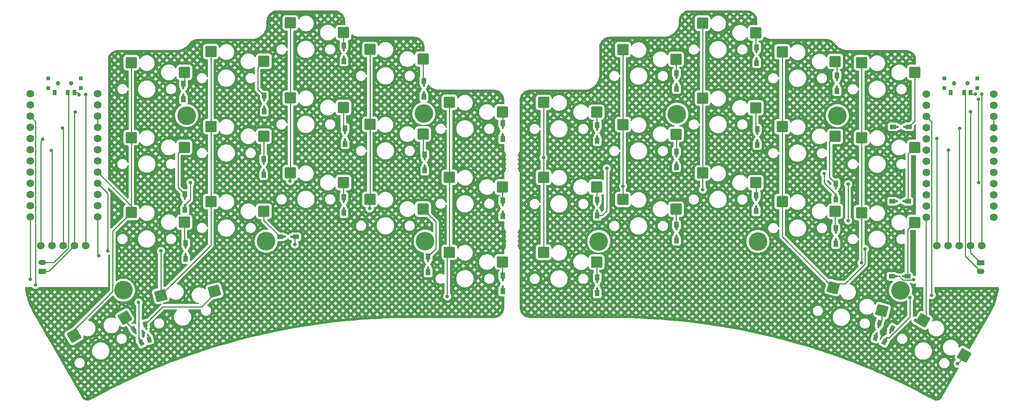
<source format=gbr>
%TF.GenerationSoftware,KiCad,Pcbnew,7.0.6*%
%TF.CreationDate,2024-11-05T18:23:53-06:00*%
%TF.ProjectId,main,6d61696e-2e6b-4696-9361-645f70636258,rev?*%
%TF.SameCoordinates,Original*%
%TF.FileFunction,Copper,L2,Bot*%
%TF.FilePolarity,Positive*%
%FSLAX46Y46*%
G04 Gerber Fmt 4.6, Leading zero omitted, Abs format (unit mm)*
G04 Created by KiCad (PCBNEW 7.0.6) date 2024-11-05 18:23:53*
%MOMM*%
%LPD*%
G01*
G04 APERTURE LIST*
G04 Aperture macros list*
%AMRoundRect*
0 Rectangle with rounded corners*
0 $1 Rounding radius*
0 $2 $3 $4 $5 $6 $7 $8 $9 X,Y pos of 4 corners*
0 Add a 4 corners polygon primitive as box body*
4,1,4,$2,$3,$4,$5,$6,$7,$8,$9,$2,$3,0*
0 Add four circle primitives for the rounded corners*
1,1,$1+$1,$2,$3*
1,1,$1+$1,$4,$5*
1,1,$1+$1,$6,$7*
1,1,$1+$1,$8,$9*
0 Add four rect primitives between the rounded corners*
20,1,$1+$1,$2,$3,$4,$5,0*
20,1,$1+$1,$4,$5,$6,$7,0*
20,1,$1+$1,$6,$7,$8,$9,0*
20,1,$1+$1,$8,$9,$2,$3,0*%
%AMFreePoly0*
4,1,13,0.650000,0.228600,1.094000,0.228600,1.129355,0.213955,1.144000,0.178600,1.144000,-0.177000,1.129355,-0.212355,1.094000,-0.227000,0.650000,-0.227000,0.650000,-0.475000,-0.650000,-0.475000,-0.650000,0.475000,0.650000,0.475000,0.650000,0.228600,0.650000,0.228600,$1*%
%AMFreePoly1*
4,1,13,0.650000,-0.475000,-0.650000,-0.475000,-0.650000,-0.229000,-1.094000,-0.229000,-1.129355,-0.214355,-1.144000,-0.179000,-1.144000,0.176600,-1.129355,0.211955,-1.094000,0.226600,-0.650000,0.226600,-0.650000,0.475000,0.650000,0.475000,0.650000,-0.475000,0.650000,-0.475000,$1*%
G04 Aperture macros list end*
%TA.AperFunction,SMDPad,CuDef*%
%ADD10FreePoly0,90.000000*%
%TD*%
%TA.AperFunction,ComponentPad*%
%ADD11C,0.457200*%
%TD*%
%TA.AperFunction,SMDPad,CuDef*%
%ADD12FreePoly1,90.000000*%
%TD*%
%TA.AperFunction,SMDPad,CuDef*%
%ADD13RoundRect,0.250000X-1.025000X-1.000000X1.025000X-1.000000X1.025000X1.000000X-1.025000X1.000000X0*%
%TD*%
%TA.AperFunction,SMDPad,CuDef*%
%ADD14FreePoly0,120.000000*%
%TD*%
%TA.AperFunction,SMDPad,CuDef*%
%ADD15FreePoly1,120.000000*%
%TD*%
%TA.AperFunction,SMDPad,CuDef*%
%ADD16FreePoly0,0.000000*%
%TD*%
%TA.AperFunction,SMDPad,CuDef*%
%ADD17FreePoly1,0.000000*%
%TD*%
%TA.AperFunction,ComponentPad*%
%ADD18C,4.200000*%
%TD*%
%TA.AperFunction,ComponentPad*%
%ADD19C,1.752600*%
%TD*%
%TA.AperFunction,ComponentPad*%
%ADD20RoundRect,0.250000X-0.625000X0.350000X-0.625000X-0.350000X0.625000X-0.350000X0.625000X0.350000X0*%
%TD*%
%TA.AperFunction,ComponentPad*%
%ADD21O,1.750000X1.200000*%
%TD*%
%TA.AperFunction,SMDPad,CuDef*%
%ADD22RoundRect,0.250000X-1.387676X-0.353525X0.387676X-1.378525X1.387676X0.353525X-0.387676X1.378525X0*%
%TD*%
%TA.AperFunction,SMDPad,CuDef*%
%ADD23RoundRect,0.250000X-0.731255X-1.231215X1.248893X-0.700636X0.731255X1.231215X-1.248893X0.700636X0*%
%TD*%
%TA.AperFunction,SMDPad,CuDef*%
%ADD24FreePoly0,60.000000*%
%TD*%
%TA.AperFunction,SMDPad,CuDef*%
%ADD25FreePoly1,60.000000*%
%TD*%
%TA.AperFunction,SMDPad,CuDef*%
%ADD26FreePoly0,180.000000*%
%TD*%
%TA.AperFunction,SMDPad,CuDef*%
%ADD27FreePoly1,180.000000*%
%TD*%
%TA.AperFunction,SMDPad,CuDef*%
%ADD28FreePoly0,75.000000*%
%TD*%
%TA.AperFunction,SMDPad,CuDef*%
%ADD29FreePoly1,75.000000*%
%TD*%
%TA.AperFunction,SMDPad,CuDef*%
%ADD30FreePoly0,105.000000*%
%TD*%
%TA.AperFunction,SMDPad,CuDef*%
%ADD31FreePoly1,105.000000*%
%TD*%
%TA.AperFunction,ComponentPad*%
%ADD32RoundRect,0.250000X0.625000X-0.350000X0.625000X0.350000X-0.625000X0.350000X-0.625000X-0.350000X0*%
%TD*%
%TA.AperFunction,SMDPad,CuDef*%
%ADD33RoundRect,0.250000X-0.387676X-1.378525X1.387676X-0.353525X0.387676X1.378525X-1.387676X0.353525X0*%
%TD*%
%TA.AperFunction,SMDPad,CuDef*%
%ADD34RoundRect,0.250000X-1.248893X-0.700636X0.731255X-1.231215X1.248893X0.700636X-0.731255X1.231215X0*%
%TD*%
%TA.AperFunction,WasherPad*%
%ADD35C,1.000000*%
%TD*%
%TA.AperFunction,SMDPad,CuDef*%
%ADD36R,0.900000X0.900000*%
%TD*%
%TA.AperFunction,SMDPad,CuDef*%
%ADD37R,0.900000X1.250000*%
%TD*%
%TA.AperFunction,ViaPad*%
%ADD38C,0.800000*%
%TD*%
%TA.AperFunction,Conductor*%
%ADD39C,0.250000*%
%TD*%
G04 APERTURE END LIST*
D10*
%TO.P,D19,1,K*%
%TO.N,R_ROW0*%
X72333496Y-39370000D03*
D11*
X72333496Y-38269600D03*
%TO.P,D19,2,A*%
%TO.N,Net-(D19-A)*%
X72333896Y-36920400D03*
D12*
X72333496Y-35820000D03*
%TD*%
D10*
%TO.P,D21,1,K*%
%TO.N,R_ROW0*%
X108458000Y-36062000D03*
D11*
X108458000Y-34961600D03*
%TO.P,D21,2,A*%
%TO.N,Net-(D21-A)*%
X108458400Y-33612400D03*
D12*
X108458000Y-32512000D03*
%TD*%
D13*
%TO.P,SW6,1,COL*%
%TO.N,COL0*%
X135541961Y-54346064D03*
%TO.P,SW6,2,ROW*%
%TO.N,Net-(D6-A)*%
X147541961Y-56546064D03*
%TD*%
D10*
%TO.P,D26,1,K*%
%TO.N,R_ROW1*%
X108655496Y-52736750D03*
D11*
X108655496Y-51636350D03*
%TO.P,D26,2,A*%
%TO.N,Net-(D26-A)*%
X108655896Y-50287150D03*
D12*
X108655496Y-49186750D03*
%TD*%
D13*
%TO.P,SW19,1,COL*%
%TO.N,R_COL1*%
X60257249Y-25813724D03*
%TO.P,SW19,2,ROW*%
%TO.N,Net-(D19-A)*%
X72257249Y-28013724D03*
%TD*%
%TO.P,SW12,1,COL*%
%TO.N,COL1*%
X153541964Y-59346069D03*
%TO.P,SW12,2,ROW*%
%TO.N,Net-(D12-A)*%
X165541964Y-61546069D03*
%TD*%
D14*
%TO.P,D33,1,K*%
%TO.N,R_ROW3*%
X44518996Y-91868945D03*
D11*
X43968796Y-90915971D03*
%TO.P,D33,2,A*%
%TO.N,Net-(D33-A)*%
X43294542Y-89747329D03*
D15*
X42743996Y-88794555D03*
%TD*%
D13*
%TO.P,SW27,1,COL*%
%TO.N,R_COL4*%
X114256252Y-54314218D03*
%TO.P,SW27,2,ROW*%
%TO.N,Net-(D27-A)*%
X126256252Y-56514218D03*
%TD*%
D16*
%TO.P,D10,1,K*%
%TO.N,ROW1*%
X214506961Y-59767565D03*
D11*
X215607361Y-59767565D03*
%TO.P,D10,2,A*%
%TO.N,Net-(D10-A)*%
X216956561Y-59767965D03*
D17*
X218056961Y-59767565D03*
%TD*%
D18*
%TO.P,H4,*%
%TO.N,*%
X184041963Y-68845564D03*
%TD*%
D13*
%TO.P,SW25,1,COL*%
%TO.N,R_COL2*%
X78256250Y-36313719D03*
%TO.P,SW25,2,ROW*%
%TO.N,Net-(D25-A)*%
X90256250Y-38513719D03*
%TD*%
D10*
%TO.P,D24,1,K*%
%TO.N,R_ROW1*%
X72206496Y-53752750D03*
D11*
X72206496Y-52652350D03*
%TO.P,D24,2,A*%
%TO.N,Net-(D24-A)*%
X72206896Y-51303150D03*
D12*
X72206496Y-50202750D03*
%TD*%
D10*
%TO.P,D23,1,K*%
%TO.N,R_ROW1*%
X54356000Y-61719000D03*
D11*
X54356000Y-60618600D03*
%TO.P,D23,2,A*%
%TO.N,Net-(D23-A)*%
X54356400Y-59269400D03*
D12*
X54356000Y-58169000D03*
%TD*%
D10*
%TO.P,D18,1,K*%
%TO.N,R_ROW0*%
X54045496Y-36607750D03*
D11*
X54045496Y-35507350D03*
%TO.P,D18,2,A*%
%TO.N,Net-(D18-A)*%
X54045896Y-34158150D03*
D12*
X54045496Y-33057750D03*
%TD*%
D19*
%TO.P,Display1,1,MOSI*%
%TO.N,MOSI*%
X224580161Y-69844478D03*
%TO.P,Display1,2,SCK*%
%TO.N,SCK*%
X227120161Y-69844478D03*
%TO.P,Display1,3,VCC*%
%TO.N,+3V3*%
X229660161Y-69844478D03*
%TO.P,Display1,4,GND*%
%TO.N,GND*%
X232200161Y-69844478D03*
%TO.P,Display1,5,CS*%
%TO.N,NVCS*%
X234740161Y-69844478D03*
%TD*%
D10*
%TO.P,D1,1,K*%
%TO.N,ROW0*%
X147701961Y-46048565D03*
D11*
X147701961Y-44948165D03*
%TO.P,D1,2,A*%
%TO.N,Net-(D1-A)*%
X147702361Y-43598965D03*
D12*
X147701961Y-42498565D03*
%TD*%
D16*
%TO.P,D5,1,K*%
%TO.N,ROW0*%
X214633961Y-42876565D03*
D11*
X215734361Y-42876565D03*
%TO.P,D5,2,A*%
%TO.N,Net-(D5-A)*%
X217083561Y-42876965D03*
D17*
X218183961Y-42876565D03*
%TD*%
D13*
%TO.P,SW26,1,COL*%
%TO.N,R_COL3*%
X96256249Y-42314217D03*
%TO.P,SW26,2,ROW*%
%TO.N,Net-(D26-A)*%
X108256249Y-44514217D03*
%TD*%
%TO.P,SW10,1,COL*%
%TO.N,COL4*%
X207541963Y-45345570D03*
%TO.P,SW10,2,ROW*%
%TO.N,Net-(D10-A)*%
X219541963Y-47545570D03*
%TD*%
%TO.P,SW14,1,COL*%
%TO.N,COL3*%
X189540961Y-59845566D03*
%TO.P,SW14,2,ROW*%
%TO.N,Net-(D14-A)*%
X201540961Y-62045566D03*
%TD*%
%TO.P,SW22,1,COL*%
%TO.N,R_COL4*%
X114256254Y-37314221D03*
%TO.P,SW22,2,ROW*%
%TO.N,Net-(D22-A)*%
X126256254Y-39514221D03*
%TD*%
%TO.P,SW31,1,COL*%
%TO.N,R_COL3*%
X96256249Y-59314223D03*
%TO.P,SW31,2,ROW*%
%TO.N,Net-(D31-A)*%
X108256249Y-61514223D03*
%TD*%
%TO.P,SW32,1,COL*%
%TO.N,R_COL4*%
X114256250Y-71314221D03*
%TO.P,SW32,2,ROW*%
%TO.N,Net-(D32-A)*%
X126256250Y-73514221D03*
%TD*%
D20*
%TO.P,J1,1,Pin_1*%
%TO.N,GND*%
X234479000Y-73676000D03*
D21*
%TO.P,J1,2,Pin_2*%
%TO.N,BT+*%
X234479000Y-75676000D03*
%TD*%
D16*
%TO.P,D15,1,K*%
%TO.N,ROW2*%
X214379961Y-76785565D03*
D11*
X215480361Y-76785565D03*
%TO.P,D15,2,A*%
%TO.N,Net-(D15-A)*%
X216829561Y-76785965D03*
D17*
X217929961Y-76785565D03*
%TD*%
D10*
%TO.P,D9,1,K*%
%TO.N,ROW1*%
X201676000Y-59306000D03*
D11*
X201676000Y-58205600D03*
%TO.P,D9,2,A*%
%TO.N,Net-(D9-A)*%
X201676400Y-56856400D03*
D12*
X201676000Y-55756000D03*
%TD*%
D18*
%TO.P,H3,*%
%TO.N,*%
X202040962Y-40345569D03*
%TD*%
D10*
%TO.P,D25,1,K*%
%TO.N,R_ROW1*%
X90621496Y-46767750D03*
D11*
X90621496Y-45667350D03*
%TO.P,D25,2,A*%
%TO.N,Net-(D25-A)*%
X90621896Y-44318150D03*
D12*
X90621496Y-43217750D03*
%TD*%
D13*
%TO.P,SW20,1,COL*%
%TO.N,R_COL2*%
X78256253Y-19313722D03*
%TO.P,SW20,2,ROW*%
%TO.N,Net-(D20-A)*%
X90256253Y-21513722D03*
%TD*%
%TO.P,SW23,1,COL*%
%TO.N,R_COL0*%
X42256250Y-45313724D03*
%TO.P,SW23,2,ROW*%
%TO.N,Net-(D23-A)*%
X54256250Y-47513724D03*
%TD*%
D10*
%TO.P,D22,1,K*%
%TO.N,R_ROW0*%
X126308496Y-45624750D03*
D11*
X126308496Y-44524350D03*
%TO.P,D22,2,A*%
%TO.N,Net-(D22-A)*%
X126308896Y-43175150D03*
D12*
X126308496Y-42074750D03*
%TD*%
D13*
%TO.P,SW7,1,COL*%
%TO.N,COL1*%
X153541964Y-42346063D03*
%TO.P,SW7,2,ROW*%
%TO.N,Net-(D7-A)*%
X165541964Y-44546063D03*
%TD*%
D22*
%TO.P,SW17,1,COL*%
%TO.N,COL4*%
X221447838Y-86778035D03*
%TO.P,SW17,2,ROW*%
%TO.N,Net-(D17-A)*%
X230740143Y-94683290D03*
%TD*%
D10*
%TO.P,D4,1,K*%
%TO.N,ROW0*%
X201930961Y-34745565D03*
D11*
X201930961Y-33645165D03*
%TO.P,D4,2,A*%
%TO.N,Net-(D4-A)*%
X201931361Y-32295965D03*
D12*
X201930961Y-31195565D03*
%TD*%
D23*
%TO.P,SW34,1,COL*%
%TO.N,R_COL1*%
X48923554Y-81123733D03*
%TO.P,SW34,2,ROW*%
%TO.N,Net-(D34-A)*%
X61084066Y-80142941D03*
%TD*%
D13*
%TO.P,SW8,1,COL*%
%TO.N,COL2*%
X171541963Y-36345565D03*
%TO.P,SW8,2,ROW*%
%TO.N,Net-(D8-A)*%
X183541963Y-38545565D03*
%TD*%
D10*
%TO.P,D27,1,K*%
%TO.N,R_ROW1*%
X126308496Y-63150750D03*
D11*
X126308496Y-62050350D03*
%TO.P,D27,2,A*%
%TO.N,Net-(D27-A)*%
X126308896Y-60701150D03*
D12*
X126308496Y-59600750D03*
%TD*%
D13*
%TO.P,SW18,1,COL*%
%TO.N,R_COL0*%
X42256250Y-28313721D03*
%TO.P,SW18,2,ROW*%
%TO.N,Net-(D18-A)*%
X54256250Y-30513721D03*
%TD*%
D10*
%TO.P,D32,1,K*%
%TO.N,R_ROW2*%
X126308496Y-80168750D03*
D11*
X126308496Y-79068350D03*
%TO.P,D32,2,A*%
%TO.N,Net-(D32-A)*%
X126308896Y-77719150D03*
D12*
X126308496Y-76618750D03*
%TD*%
D13*
%TO.P,SW13,1,COL*%
%TO.N,COL2*%
X171541963Y-53345566D03*
%TO.P,SW13,2,ROW*%
%TO.N,Net-(D13-A)*%
X183541963Y-55545566D03*
%TD*%
%TO.P,SW15,1,COL*%
%TO.N,COL4*%
X207541966Y-62345564D03*
%TO.P,SW15,2,ROW*%
%TO.N,Net-(D15-A)*%
X219541966Y-64545564D03*
%TD*%
D24*
%TO.P,D17,1,K*%
%TO.N,ROW3*%
X212727461Y-91657760D03*
D11*
X213277661Y-90704786D03*
%TO.P,D17,2,A*%
%TO.N,Net-(D17-A)*%
X213952607Y-89536544D03*
D25*
X214502461Y-88583370D03*
%TD*%
D10*
%TO.P,D11,1,K*%
%TO.N,ROW2*%
X147701961Y-80592565D03*
D11*
X147701961Y-79492165D03*
%TO.P,D11,2,A*%
%TO.N,Net-(D11-A)*%
X147702361Y-78142965D03*
D12*
X147701961Y-77042565D03*
%TD*%
D26*
%TO.P,D29,1,K*%
%TO.N,R_ROW2*%
X79502000Y-67818000D03*
D11*
X78401600Y-67818000D03*
%TO.P,D29,2,A*%
%TO.N,Net-(D29-A)*%
X77052400Y-67817600D03*
D27*
X75952000Y-67818000D03*
%TD*%
D10*
%TO.P,D2,1,K*%
%TO.N,ROW0*%
X165608961Y-34237565D03*
D11*
X165608961Y-33137165D03*
%TO.P,D2,2,A*%
%TO.N,Net-(D2-A)*%
X165609361Y-31787965D03*
D12*
X165608961Y-30687565D03*
%TD*%
D10*
%TO.P,D8,1,K*%
%TO.N,ROW1*%
X183896961Y-46917565D03*
D11*
X183896961Y-45817165D03*
%TO.P,D8,2,A*%
%TO.N,Net-(D8-A)*%
X183897361Y-44467965D03*
D12*
X183896961Y-43367565D03*
%TD*%
D28*
%TO.P,D16,1,K*%
%TO.N,ROW3*%
X210694460Y-90740181D03*
D11*
X210979265Y-89677277D03*
%TO.P,D16,2,A*%
%TO.N,Net-(D16-A)*%
X211328850Y-88374153D03*
D29*
X211613268Y-87311145D03*
%TD*%
D30*
%TO.P,D34,1,K*%
%TO.N,R_ROW3*%
X46306404Y-91122518D03*
D11*
X46021599Y-90059614D03*
%TO.P,D34,2,A*%
%TO.N,Net-(D34-A)*%
X45672787Y-88756283D03*
D31*
X45387596Y-87693482D03*
%TD*%
D13*
%TO.P,SW29,1,COL*%
%TO.N,R_COL1*%
X60257252Y-59813720D03*
%TO.P,SW29,2,ROW*%
%TO.N,Net-(D29-A)*%
X72257252Y-62013720D03*
%TD*%
D10*
%TO.P,D20,1,K*%
%TO.N,R_ROW0*%
X90367496Y-27971750D03*
D11*
X90367496Y-26871350D03*
%TO.P,D20,2,A*%
%TO.N,Net-(D20-A)*%
X90367896Y-25522150D03*
D12*
X90367496Y-24421750D03*
%TD*%
D13*
%TO.P,SW9,1,COL*%
%TO.N,COL3*%
X189540961Y-42845565D03*
%TO.P,SW9,2,ROW*%
%TO.N,Net-(D9-A)*%
X201540961Y-45045565D03*
%TD*%
%TO.P,SW5,1,COL*%
%TO.N,COL4*%
X207541963Y-28345567D03*
%TO.P,SW5,2,ROW*%
%TO.N,Net-(D5-A)*%
X219541963Y-30545567D03*
%TD*%
D10*
%TO.P,D3,1,K*%
%TO.N,ROW0*%
X183769961Y-28395565D03*
D11*
X183769961Y-27295165D03*
%TO.P,D3,2,A*%
%TO.N,Net-(D3-A)*%
X183770361Y-25945965D03*
D12*
X183769961Y-24845565D03*
%TD*%
D10*
%TO.P,D14,1,K*%
%TO.N,ROW2*%
X201676961Y-69416565D03*
D11*
X201676961Y-68316165D03*
%TO.P,D14,2,A*%
%TO.N,Net-(D14-A)*%
X201677361Y-66966965D03*
D12*
X201676961Y-65866565D03*
%TD*%
D10*
%TO.P,D30,1,K*%
%TO.N,R_ROW2*%
X90367496Y-62388750D03*
D11*
X90367496Y-61288350D03*
%TO.P,D30,2,A*%
%TO.N,Net-(D30-A)*%
X90367896Y-59939150D03*
D12*
X90367496Y-58838750D03*
%TD*%
D18*
%TO.P,H4,*%
%TO.N,*%
X216323118Y-79955998D03*
%TD*%
D32*
%TO.P,J2,1,Pin_1*%
%TO.N,R_GND*%
X22088000Y-75664000D03*
D21*
%TO.P,J2,2,Pin_2*%
%TO.N,R_BT+*%
X22088000Y-73664000D03*
%TD*%
D10*
%TO.P,D13,1,K*%
%TO.N,ROW2*%
X183642000Y-61976000D03*
D11*
X183642000Y-60875600D03*
%TO.P,D13,2,A*%
%TO.N,Net-(D13-A)*%
X183642400Y-59526400D03*
D12*
X183642000Y-58426000D03*
%TD*%
D10*
%TO.P,D12,1,K*%
%TO.N,ROW2*%
X165608961Y-68654565D03*
D11*
X165608961Y-67554165D03*
%TO.P,D12,2,A*%
%TO.N,Net-(D12-A)*%
X165609361Y-66204965D03*
D12*
X165608961Y-65104565D03*
%TD*%
D10*
%TO.P,D28,1,K*%
%TO.N,R_ROW2*%
X54553496Y-72802750D03*
D11*
X54553496Y-71702350D03*
%TO.P,D28,2,A*%
%TO.N,Net-(D28-A)*%
X54553896Y-70353150D03*
D12*
X54553496Y-69252750D03*
%TD*%
D13*
%TO.P,SW11,1,COL*%
%TO.N,COL0*%
X135541963Y-71346067D03*
%TO.P,SW11,2,ROW*%
%TO.N,Net-(D11-A)*%
X147541963Y-73546067D03*
%TD*%
D10*
%TO.P,D7,1,K*%
%TO.N,ROW1*%
X165608961Y-52017565D03*
D11*
X165608961Y-50917165D03*
%TO.P,D7,2,A*%
%TO.N,Net-(D7-A)*%
X165609361Y-49567965D03*
D12*
X165608961Y-48467565D03*
%TD*%
D13*
%TO.P,SW21,1,COL*%
%TO.N,R_COL3*%
X96256251Y-25314222D03*
%TO.P,SW21,2,ROW*%
%TO.N,Net-(D21-A)*%
X108256251Y-27514222D03*
%TD*%
D10*
%TO.P,D31,1,K*%
%TO.N,R_ROW2*%
X109417496Y-75850750D03*
D11*
X109417496Y-74750350D03*
%TO.P,D31,2,A*%
%TO.N,Net-(D31-A)*%
X109417896Y-73401150D03*
D12*
X109417496Y-72300750D03*
%TD*%
D33*
%TO.P,SW33,1,COL*%
%TO.N,R_COL0*%
X29288197Y-90246189D03*
%TO.P,SW33,2,ROW*%
%TO.N,Net-(D33-A)*%
X40780502Y-86151444D03*
%TD*%
D18*
%TO.P,H1,*%
%TO.N,*%
X165735000Y-40005000D03*
%TD*%
D13*
%TO.P,SW24,1,COL*%
%TO.N,R_COL1*%
X60257252Y-42813719D03*
%TO.P,SW24,2,ROW*%
%TO.N,Net-(D24-A)*%
X72257252Y-45013719D03*
%TD*%
D19*
%TO.P,Display2,1,MOSI*%
%TO.N,R_MOSI*%
X21787496Y-69801663D03*
%TO.P,Display2,2,SCK*%
%TO.N,R_SCK*%
X24327496Y-69801663D03*
%TO.P,Display2,3,VCC*%
%TO.N,R_3V3*%
X26867496Y-69801663D03*
%TO.P,Display2,4,GND*%
%TO.N,R_GND*%
X29407496Y-69801663D03*
%TO.P,Display2,5,CS*%
%TO.N,R_NVCS*%
X31947496Y-69801663D03*
%TD*%
D13*
%TO.P,SW4,1,COL*%
%TO.N,COL3*%
X189540964Y-25845570D03*
%TO.P,SW4,2,ROW*%
%TO.N,Net-(D4-A)*%
X201540964Y-28045570D03*
%TD*%
%TO.P,SW2,1,COL*%
%TO.N,COL1*%
X153541962Y-25346068D03*
%TO.P,SW2,2,ROW*%
%TO.N,Net-(D2-A)*%
X165541962Y-27546068D03*
%TD*%
%TO.P,SW30,1,COL*%
%TO.N,R_COL2*%
X78256250Y-53313720D03*
%TO.P,SW30,2,ROW*%
%TO.N,Net-(D30-A)*%
X90256250Y-55513720D03*
%TD*%
D18*
%TO.P,H2,*%
%TO.N,*%
X148041963Y-68846065D03*
%TD*%
D34*
%TO.P,SW16,1,COL*%
%TO.N,COL3*%
X201113178Y-79343845D03*
%TO.P,SW16,2,ROW*%
%TO.N,Net-(D16-A)*%
X212134886Y-84574711D03*
%TD*%
D13*
%TO.P,SW3,1,COL*%
%TO.N,COL2*%
X171541960Y-19345568D03*
%TO.P,SW3,2,ROW*%
%TO.N,Net-(D3-A)*%
X183541960Y-21545568D03*
%TD*%
D10*
%TO.P,D6,1,K*%
%TO.N,ROW1*%
X147701000Y-62989000D03*
D11*
X147701000Y-61888600D03*
%TO.P,D6,2,A*%
%TO.N,Net-(D6-A)*%
X147701400Y-60539400D03*
D12*
X147701000Y-59439000D03*
%TD*%
D13*
%TO.P,SW28,1,COL*%
%TO.N,R_COL0*%
X42256247Y-62313718D03*
%TO.P,SW28,2,ROW*%
%TO.N,Net-(D28-A)*%
X54256247Y-64513718D03*
%TD*%
%TO.P,SW1,1,COL*%
%TO.N,COL0*%
X135541959Y-37346067D03*
%TO.P,SW1,2,ROW*%
%TO.N,Net-(D1-A)*%
X147541959Y-39546067D03*
%TD*%
D18*
%TO.P,H2,*%
%TO.N,*%
X108756250Y-68814219D03*
%TD*%
D35*
%TO.P,SW_POWER1,*%
%TO.N,*%
X28627200Y-33017713D03*
X25627200Y-33017713D03*
D36*
%TO.P,SW_POWER1,0*%
%TO.N,N/C*%
X30827200Y-34117713D03*
X30827200Y-31917713D03*
X23427200Y-34117713D03*
X23427200Y-31917713D03*
D37*
%TO.P,SW_POWER1,1,A*%
%TO.N,unconnected-(SW_POWER1-A-Pad1)*%
X24877200Y-35092713D03*
%TO.P,SW_POWER1,2,B*%
%TO.N,R_BT+*%
X27877200Y-35092713D03*
%TO.P,SW_POWER1,3,C*%
%TO.N,R_RAW*%
X29377200Y-35092713D03*
%TD*%
D18*
%TO.P,H4,*%
%TO.N,*%
X40475095Y-79924152D03*
%TD*%
%TO.P,H1,*%
%TO.N,*%
X108458000Y-39878000D03*
%TD*%
D19*
%TO.P,U2,1,TX0/P0.06*%
%TO.N,R_NVCS*%
X34611222Y-35395299D03*
%TO.P,U2,2,RX1/P0.08*%
%TO.N,unconnected-(U2-RX1{slash}P0.08-Pad2)*%
X34611222Y-37935299D03*
%TO.P,U2,3,GND*%
%TO.N,R_GND*%
X34611222Y-40475299D03*
%TO.P,U2,4,GND*%
X34611222Y-43015299D03*
%TO.P,U2,5,P0.17*%
%TO.N,R_MOSI*%
X34611222Y-45555299D03*
%TO.P,U2,6,P0.20*%
%TO.N,R_SCK*%
X34611222Y-48095299D03*
%TO.P,U2,7,P0.22*%
%TO.N,unconnected-(U2-P0.22-Pad7)*%
X34611222Y-50635299D03*
%TO.P,U2,8,P0.24*%
%TO.N,R_COL0*%
X34611222Y-53175299D03*
%TO.P,U2,9,P1.00*%
%TO.N,R_COL1*%
X34611222Y-55715299D03*
%TO.P,U2,10,P0.11*%
%TO.N,R_COL2*%
X34611222Y-58255299D03*
%TO.P,U2,11,P1.04*%
%TO.N,R_COL3*%
X34611222Y-60795299D03*
%TO.P,U2,12,P1.06*%
%TO.N,R_COL4*%
X34611222Y-63335299D03*
%TO.P,U2,13,NFC1/P0.09*%
%TO.N,R_ROW3*%
X19371222Y-63335299D03*
%TO.P,U2,14,NFC2/P0.10*%
%TO.N,R_ROW2*%
X19371222Y-60795299D03*
%TO.P,U2,15,P1.11*%
%TO.N,R_ROW1*%
X19371222Y-58255299D03*
%TO.P,U2,16,P1.13*%
%TO.N,R_ROW0*%
X19371222Y-55715299D03*
%TO.P,U2,17,P1.15*%
%TO.N,unconnected-(U2-P1.15-Pad17)*%
X19371222Y-53175299D03*
%TO.P,U2,18,AIN0/P0.02*%
%TO.N,unconnected-(U2-AIN0{slash}P0.02-Pad18)*%
X19371222Y-50635299D03*
%TO.P,U2,19,AIN5/P0.29*%
%TO.N,unconnected-(U2-AIN5{slash}P0.29-Pad19)*%
X19371222Y-48095299D03*
%TO.P,U2,20,AIN7/P0.31*%
%TO.N,unconnected-(U2-AIN7{slash}P0.31-Pad20)*%
X19371222Y-45555299D03*
%TO.P,U2,21,VCC*%
%TO.N,R_3V3*%
X19371222Y-43015299D03*
%TO.P,U2,22,RST*%
%TO.N,R_RESET*%
X19371222Y-40475299D03*
%TO.P,U2,23,GND*%
%TO.N,R_GND*%
X19371222Y-37935299D03*
%TO.P,U2,24,BATIN/P0.04*%
%TO.N,R_RAW*%
X19371222Y-35395299D03*
%TD*%
D18*
%TO.P,H3,*%
%TO.N,*%
X54757251Y-40313723D03*
%TD*%
%TO.P,H4,*%
%TO.N,*%
X72756250Y-68813718D03*
%TD*%
D35*
%TO.P,SW_POWER0,*%
%TO.N,*%
X231446200Y-33017713D03*
X228446200Y-33017713D03*
D36*
%TO.P,SW_POWER0,0*%
%TO.N,N/C*%
X233646200Y-34117713D03*
X233646200Y-31917713D03*
X226246200Y-34117713D03*
X226246200Y-31917713D03*
D37*
%TO.P,SW_POWER0,1,A*%
%TO.N,unconnected-(SW_POWER0-A-Pad1)*%
X227696200Y-35092713D03*
%TO.P,SW_POWER0,2,B*%
%TO.N,BT+*%
X230696200Y-35092713D03*
%TO.P,SW_POWER0,3,C*%
%TO.N,RAW*%
X232196200Y-35092713D03*
%TD*%
D19*
%TO.P,U1,1,TX0/P0.06*%
%TO.N,NVCS*%
X237426991Y-35427145D03*
%TO.P,U1,2,RX1/P0.08*%
%TO.N,unconnected-(U1-RX1{slash}P0.08-Pad2)*%
X237426991Y-37967145D03*
%TO.P,U1,3,GND*%
%TO.N,GND*%
X237426991Y-40507145D03*
%TO.P,U1,4,GND*%
X237426991Y-43047145D03*
%TO.P,U1,5,P0.17*%
%TO.N,MOSI*%
X237426991Y-45587145D03*
%TO.P,U1,6,P0.20*%
%TO.N,SCK*%
X237426991Y-48127145D03*
%TO.P,U1,7,P0.22*%
%TO.N,unconnected-(U1-P0.22-Pad7)*%
X237426991Y-50667145D03*
%TO.P,U1,8,P0.24*%
%TO.N,unconnected-(U1-P0.24-Pad8)*%
X237426991Y-53207145D03*
%TO.P,U1,9,P1.00*%
%TO.N,ROW0*%
X237426991Y-55747145D03*
%TO.P,U1,10,P0.11*%
%TO.N,ROW1*%
X237426991Y-58287145D03*
%TO.P,U1,11,P1.04*%
%TO.N,ROW2*%
X237426991Y-60827145D03*
%TO.P,U1,12,P1.06*%
%TO.N,ROW3*%
X237426991Y-63367145D03*
%TO.P,U1,13,NFC1/P0.09*%
%TO.N,COL4*%
X222186991Y-63367145D03*
%TO.P,U1,14,NFC2/P0.10*%
%TO.N,COL3*%
X222186991Y-60827145D03*
%TO.P,U1,15,P1.11*%
%TO.N,COL2*%
X222186991Y-58287145D03*
%TO.P,U1,16,P1.13*%
%TO.N,COL1*%
X222186991Y-55747145D03*
%TO.P,U1,17,P1.15*%
%TO.N,COL0*%
X222186991Y-53207145D03*
%TO.P,U1,18,AIN0/P0.02*%
%TO.N,unconnected-(U1-AIN0{slash}P0.02-Pad18)*%
X222186991Y-50667145D03*
%TO.P,U1,19,AIN5/P0.29*%
%TO.N,unconnected-(U1-AIN5{slash}P0.29-Pad19)*%
X222186991Y-48127145D03*
%TO.P,U1,20,AIN7/P0.31*%
%TO.N,unconnected-(U1-AIN7{slash}P0.31-Pad20)*%
X222186991Y-45587145D03*
%TO.P,U1,21,VCC*%
%TO.N,+3V3*%
X222186991Y-43047145D03*
%TO.P,U1,22,RST*%
%TO.N,RESET*%
X222186991Y-40507145D03*
%TO.P,U1,23,GND*%
%TO.N,GND*%
X222186991Y-37967145D03*
%TO.P,U1,24,BATIN/P0.04*%
%TO.N,RAW*%
X222186991Y-35427145D03*
%TD*%
D38*
%TO.N,ROW0*%
X234015661Y-55523478D03*
X233934961Y-36600478D03*
%TO.N,ROW1*%
X199072859Y-53504500D03*
X149860961Y-52274565D03*
%TO.N,ROW2*%
X219329961Y-77547565D03*
%TO.N,ROW3*%
X218449904Y-81618556D03*
%TO.N,Net-(D17-A)*%
X229235961Y-96597565D03*
%TO.N,COL0*%
X135541961Y-49829565D03*
%TO.N,COL1*%
X204470000Y-55880000D03*
X204470000Y-64135000D03*
X153541964Y-56340562D03*
%TO.N,COL2*%
X171577961Y-57100565D03*
%TO.N,COL3*%
X208280961Y-70562565D03*
%TO.N,COL4*%
X219716378Y-86778035D03*
X207518961Y-73737565D03*
%TO.N,NVCS*%
X234696961Y-35457478D03*
%TO.N,GND*%
X232200161Y-39437678D03*
%TO.N,MOSI*%
X224536961Y-45490478D03*
%TO.N,SCK*%
X227203961Y-48157478D03*
%TO.N,+3V3*%
X229743961Y-43204478D03*
%TO.N,R_MOSI*%
X22225000Y-45720000D03*
%TO.N,R_SCK*%
X24130000Y-48260000D03*
%TO.N,R_3V3*%
X26670000Y-43180000D03*
%TO.N,R_GND*%
X29534496Y-39478663D03*
%TO.N,R_NVCS*%
X31947496Y-35541663D03*
%TO.N,R_ROW1*%
X55626000Y-55499000D03*
%TO.N,R_ROW2*%
X79248000Y-69558500D03*
%TO.N,R_ROW3*%
X19375000Y-77475000D03*
X43885496Y-82711750D03*
%TO.N,R_COL1*%
X48965496Y-71027750D03*
X36900496Y-71027750D03*
%TO.N,R_COL2*%
X78175496Y-55152750D03*
%TO.N,R_COL3*%
X96209496Y-61375750D03*
%TO.N,R_COL4*%
X113735496Y-81314750D03*
X34925000Y-72078250D03*
%TO.N,RAW*%
X233222800Y-35405313D03*
%TO.N,R_RAW*%
X30429200Y-35583113D03*
%TO.N,RESET*%
X223375000Y-81050000D03*
%TO.N,R_RESET*%
X20600000Y-78725000D03*
%TD*%
D39*
%TO.N,ROW0*%
X233934961Y-55442778D02*
X234015661Y-55523478D01*
X233934961Y-36600478D02*
X233934961Y-55442778D01*
%TO.N,Net-(D1-A)*%
X147541959Y-39546067D02*
X147541959Y-42338563D01*
X147541959Y-42338563D02*
X147701961Y-42498565D01*
%TO.N,Net-(D2-A)*%
X165541962Y-27546068D02*
X165541962Y-30620566D01*
X165541962Y-30620566D02*
X165608961Y-30687565D01*
%TO.N,Net-(D3-A)*%
X183541960Y-24617564D02*
X183769961Y-24845565D01*
X183541960Y-21545568D02*
X183541960Y-24617564D01*
%TO.N,Net-(D4-A)*%
X201930961Y-28435567D02*
X201930961Y-31195565D01*
X201540964Y-28045570D02*
X201930961Y-28435567D01*
%TO.N,Net-(D5-A)*%
X219541963Y-30545567D02*
X219541963Y-41518563D01*
X219541963Y-41518563D02*
X218183961Y-42876565D01*
%TO.N,ROW1*%
X199072859Y-55602459D02*
X201676000Y-58205600D01*
X148795526Y-62989000D02*
X147701000Y-62989000D01*
X199072859Y-53504500D02*
X199072859Y-55602459D01*
X149860961Y-52274565D02*
X149860961Y-61923565D01*
X149860961Y-61923565D02*
X148795526Y-62989000D01*
%TO.N,Net-(D6-A)*%
X147541961Y-59279961D02*
X147701000Y-59439000D01*
X147541961Y-56546064D02*
X147541961Y-59279961D01*
%TO.N,Net-(D7-A)*%
X165608961Y-44613060D02*
X165608961Y-48467565D01*
X165541964Y-44546063D02*
X165608961Y-44613060D01*
%TO.N,Net-(D8-A)*%
X183541963Y-38545565D02*
X183541963Y-43012567D01*
X183541963Y-43012567D02*
X183896961Y-43367565D01*
%TO.N,Net-(D9-A)*%
X200279000Y-46307526D02*
X201540961Y-45045565D01*
X200279000Y-54359000D02*
X200279000Y-46307526D01*
X201676000Y-55756000D02*
X200279000Y-54359000D01*
%TO.N,Net-(D10-A)*%
X219541963Y-47545570D02*
X218056961Y-49030572D01*
X218056961Y-49030572D02*
X218056961Y-59767565D01*
%TO.N,ROW2*%
X216846454Y-77585076D02*
X216046943Y-76785565D01*
X218904472Y-77585076D02*
X216846454Y-77585076D01*
X218904472Y-77585076D02*
X219292450Y-77585076D01*
X216046943Y-76785565D02*
X215480361Y-76785565D01*
X219292450Y-77585076D02*
X219329961Y-77547565D01*
%TO.N,Net-(D11-A)*%
X147541963Y-76882567D02*
X147701961Y-77042565D01*
X147541963Y-73546067D02*
X147541963Y-76882567D01*
%TO.N,Net-(D12-A)*%
X165541964Y-61546069D02*
X165541964Y-65037568D01*
X165541964Y-65037568D02*
X165608961Y-65104565D01*
%TO.N,Net-(D13-A)*%
X183642000Y-58426000D02*
X183642000Y-55645603D01*
X183642000Y-55645603D02*
X183541963Y-55545566D01*
%TO.N,Net-(D14-A)*%
X201540961Y-62045566D02*
X201540961Y-65730565D01*
X201540961Y-65730565D02*
X201676961Y-65866565D01*
%TO.N,Net-(D15-A)*%
X219541966Y-64545564D02*
X217929961Y-66157569D01*
X217929961Y-66157569D02*
X217929961Y-76785565D01*
%TO.N,ROW3*%
X218449904Y-81618556D02*
X218449904Y-85981646D01*
X213726764Y-90704786D02*
X213277661Y-90704786D01*
X218449904Y-85981646D02*
X213726764Y-90704786D01*
%TO.N,Net-(D16-A)*%
X212134886Y-86789527D02*
X211613268Y-87311145D01*
X212134886Y-84574711D02*
X212134886Y-86789527D01*
%TO.N,Net-(D17-A)*%
X229235961Y-96597565D02*
X230740143Y-95093383D01*
X230740143Y-95093383D02*
X230740143Y-94683290D01*
%TO.N,Net-(D18-A)*%
X54256250Y-30513721D02*
X54256250Y-32846996D01*
X54256250Y-32846996D02*
X54045496Y-33057750D01*
%TO.N,Net-(D19-A)*%
X70866000Y-29404973D02*
X72257249Y-28013724D01*
X72333496Y-35820000D02*
X70866000Y-34352504D01*
X70866000Y-34352504D02*
X70866000Y-29404973D01*
%TO.N,Net-(D20-A)*%
X90256253Y-24310507D02*
X90367496Y-24421750D01*
X90256253Y-21513722D02*
X90256253Y-24310507D01*
%TO.N,Net-(D21-A)*%
X108256251Y-32310251D02*
X108458000Y-32512000D01*
X108256251Y-27514222D02*
X108256251Y-32310251D01*
%TO.N,Net-(D22-A)*%
X126308496Y-39566463D02*
X126308496Y-42074750D01*
X126256254Y-39514221D02*
X126308496Y-39566463D01*
%TO.N,Net-(D23-A)*%
X52832000Y-48937974D02*
X52832000Y-56645000D01*
X52832000Y-56645000D02*
X54356000Y-58169000D01*
X54256250Y-47513724D02*
X52832000Y-48937974D01*
%TO.N,Net-(D24-A)*%
X72257252Y-50151994D02*
X72206496Y-50202750D01*
X72257252Y-45013719D02*
X72257252Y-50151994D01*
%TO.N,Net-(D25-A)*%
X90256250Y-42852504D02*
X90621496Y-43217750D01*
X90256250Y-38513719D02*
X90256250Y-42852504D01*
%TO.N,Net-(D26-A)*%
X108256249Y-44514217D02*
X108256249Y-48787503D01*
X108256249Y-48787503D02*
X108655496Y-49186750D01*
%TO.N,Net-(D27-A)*%
X126256252Y-59548506D02*
X126308496Y-59600750D01*
X126256252Y-56514218D02*
X126256252Y-59548506D01*
%TO.N,Net-(D28-A)*%
X54256247Y-64513718D02*
X54256247Y-68955501D01*
X54256247Y-68955501D02*
X54553496Y-69252750D01*
%TO.N,Net-(D29-A)*%
X72257252Y-62013720D02*
X72257252Y-64123252D01*
X72257252Y-64123252D02*
X75952000Y-67818000D01*
%TO.N,Net-(D30-A)*%
X90256250Y-55513720D02*
X90256250Y-58727504D01*
X90256250Y-58727504D02*
X90367496Y-58838750D01*
%TO.N,Net-(D31-A)*%
X111180761Y-64438735D02*
X108256249Y-61514223D01*
X111180761Y-70537485D02*
X111180761Y-64438735D01*
X109417496Y-72300750D02*
X111180761Y-70537485D01*
%TO.N,Net-(D32-A)*%
X126256250Y-73514221D02*
X126256250Y-76566504D01*
X126256250Y-76566504D02*
X126308496Y-76618750D01*
%TO.N,Net-(D33-A)*%
X40780502Y-86831061D02*
X42743996Y-88794555D01*
X40780502Y-86151444D02*
X40780502Y-86831061D01*
%TO.N,Net-(D34-A)*%
X49388078Y-83693000D02*
X58166000Y-83693000D01*
X61084066Y-80774934D02*
X61084066Y-80142941D01*
X58166000Y-83693000D02*
X61084066Y-80774934D01*
X45387596Y-87693482D02*
X49388078Y-83693000D01*
%TO.N,COL0*%
X135541961Y-37346069D02*
X135541961Y-54346064D01*
X135541959Y-37346067D02*
X135541961Y-37346069D01*
X135541961Y-71346065D02*
X135541963Y-71346067D01*
X135541961Y-54346064D02*
X135541961Y-71346065D01*
%TO.N,COL1*%
X153541962Y-25346068D02*
X153541962Y-42346061D01*
X153541964Y-42346063D02*
X153541964Y-56340562D01*
X153541962Y-42346061D02*
X153541964Y-42346063D01*
X153541964Y-56340562D02*
X153541964Y-59346069D01*
X204470000Y-64135000D02*
X204470000Y-55880000D01*
%TO.N,COL2*%
X171541960Y-19345568D02*
X171541960Y-36345562D01*
X171577961Y-57100565D02*
X171577961Y-53381564D01*
X171541960Y-36345562D02*
X171541963Y-36345565D01*
X171577961Y-53381564D02*
X171541963Y-53345566D01*
X171541963Y-36345565D02*
X171541963Y-53345566D01*
%TO.N,COL3*%
X189540964Y-42845562D02*
X189540961Y-42845565D01*
X189540964Y-25845570D02*
X189540964Y-42845562D01*
X189540961Y-59845566D02*
X189540961Y-67771628D01*
X203834356Y-78446784D02*
X202010239Y-78446784D01*
X208280961Y-74000179D02*
X203834356Y-78446784D01*
X189540961Y-59845566D02*
X189540961Y-42845565D01*
X202010239Y-78446784D02*
X201113178Y-79343845D01*
X208280961Y-70562565D02*
X208280961Y-74000179D01*
X189540961Y-67771628D02*
X201113178Y-79343845D01*
%TO.N,COL4*%
X207541963Y-45345570D02*
X207541963Y-62345561D01*
X221447838Y-86778035D02*
X222123961Y-86101912D01*
X222123961Y-86101912D02*
X222123961Y-63430175D01*
X219716378Y-86778035D02*
X221447838Y-86778035D01*
X207518961Y-73737565D02*
X207541966Y-73714560D01*
X222123961Y-63430175D02*
X222186991Y-63367145D01*
X207541963Y-62345561D02*
X207541966Y-62345564D01*
X207541966Y-73714560D02*
X207541966Y-62345564D01*
X207541963Y-28345567D02*
X207541963Y-45345570D01*
%TO.N,NVCS*%
X234740161Y-35500678D02*
X234740161Y-69844478D01*
X234696961Y-35457478D02*
X234740161Y-35500678D01*
%TO.N,GND*%
X232200161Y-39437678D02*
X232200161Y-69844478D01*
X237426991Y-43047145D02*
X237426991Y-40507145D01*
X232200161Y-69844478D02*
X232200161Y-71397161D01*
X232200161Y-71397161D02*
X234479000Y-73676000D01*
%TO.N,MOSI*%
X224580161Y-45533678D02*
X224536961Y-45490478D01*
X224580161Y-69844478D02*
X224580161Y-45533678D01*
%TO.N,SCK*%
X227120161Y-48241278D02*
X227120161Y-69844478D01*
X227203961Y-48157478D02*
X227120161Y-48241278D01*
%TO.N,+3V3*%
X229660161Y-43288278D02*
X229660161Y-69844478D01*
X229743961Y-43204478D02*
X229660161Y-43288278D01*
%TO.N,BT+*%
X230998861Y-72195861D02*
X234479000Y-75676000D01*
X230696200Y-35092713D02*
X230998861Y-35395374D01*
X230998861Y-35395374D02*
X230998861Y-72195861D01*
X230370200Y-35092713D02*
X230696200Y-35092713D01*
%TO.N,R_MOSI*%
X21787496Y-46157504D02*
X22225000Y-45720000D01*
X21787496Y-69801663D02*
X21787496Y-46157504D01*
%TO.N,R_SCK*%
X24130000Y-48260000D02*
X24327496Y-48457496D01*
X24327496Y-48457496D02*
X24327496Y-69801663D01*
%TO.N,R_3V3*%
X26867496Y-43377496D02*
X26670000Y-43180000D01*
X26867496Y-69801663D02*
X26867496Y-43377496D01*
%TO.N,R_GND*%
X34611222Y-40475299D02*
X34611222Y-43015299D01*
X29534496Y-39478663D02*
X29407496Y-39605663D01*
X29407496Y-69801663D02*
X23545159Y-75664000D01*
X29407496Y-39605663D02*
X29407496Y-69801663D01*
X23545159Y-75664000D02*
X22088000Y-75664000D01*
%TO.N,R_NVCS*%
X31947496Y-35541663D02*
X31947496Y-69801663D01*
%TO.N,R_ROW1*%
X55626000Y-55499000D02*
X55626000Y-59348600D01*
X55626000Y-59348600D02*
X54356000Y-60618600D01*
%TO.N,R_ROW2*%
X79248000Y-69558500D02*
X79248000Y-68072000D01*
X79248000Y-68072000D02*
X79502000Y-67818000D01*
%TO.N,R_ROW3*%
X19371222Y-77471222D02*
X19375000Y-77475000D01*
X43968796Y-82795050D02*
X43968796Y-90915971D01*
X43885496Y-82711750D02*
X43968796Y-82795050D01*
X19371222Y-63335299D02*
X19371222Y-77471222D01*
%TO.N,R_COL0*%
X42256247Y-62313718D02*
X38050584Y-66519381D01*
X42256250Y-62313715D02*
X42256247Y-62313718D01*
X42256250Y-28313721D02*
X42256250Y-45313724D01*
X42256247Y-60820324D02*
X34611222Y-53175299D01*
X42256250Y-45313724D02*
X42256250Y-62313715D01*
X42256247Y-62313718D02*
X42256247Y-60820324D01*
X38050584Y-80215164D02*
X29288197Y-88977551D01*
X38050584Y-66519381D02*
X38050584Y-80215164D01*
X29288197Y-88977551D02*
X29288197Y-90246189D01*
%TO.N,R_COL1*%
X36900496Y-71027750D02*
X36900496Y-58004573D01*
X51543369Y-78414938D02*
X48923554Y-81034753D01*
X36900496Y-58004573D02*
X34611222Y-55715299D01*
X60257249Y-25813724D02*
X60257249Y-42813716D01*
X60257249Y-42813716D02*
X60257252Y-42813719D01*
X48923554Y-71069692D02*
X48965496Y-71027750D01*
X51584927Y-78414938D02*
X51543369Y-78414938D01*
X60257252Y-69742613D02*
X51584927Y-78414938D01*
X48923554Y-81123733D02*
X48923554Y-71069692D01*
X48923554Y-81034753D02*
X48923554Y-81123733D01*
X60257252Y-42813719D02*
X60257252Y-59813720D01*
X60257252Y-59813720D02*
X60257252Y-69742613D01*
%TO.N,R_COL2*%
X78256250Y-36313719D02*
X78256250Y-53313720D01*
X78256253Y-19313722D02*
X78256253Y-36313716D01*
X78175496Y-53394474D02*
X78256250Y-53313720D01*
X78256253Y-36313716D02*
X78256250Y-36313719D01*
X78175496Y-55152750D02*
X78175496Y-53394474D01*
%TO.N,R_COL3*%
X96256251Y-25314222D02*
X96256251Y-42314215D01*
X96209496Y-61375750D02*
X96209496Y-59360976D01*
X96256251Y-42314215D02*
X96256249Y-42314217D01*
X96209496Y-59360976D02*
X96256249Y-59314223D01*
X96256249Y-42314217D02*
X96256249Y-59314223D01*
%TO.N,R_COL4*%
X113735496Y-81314750D02*
X113735496Y-71834975D01*
X114256252Y-54314218D02*
X114256252Y-71314219D01*
X34925000Y-72078250D02*
X34611222Y-71764472D01*
X114256252Y-71314219D02*
X114256250Y-71314221D01*
X114256254Y-54314216D02*
X114256252Y-54314218D01*
X113735496Y-71834975D02*
X114256250Y-71314221D01*
X34611222Y-71764472D02*
X34611222Y-63335299D01*
X114256254Y-37314221D02*
X114256254Y-54314216D01*
%TO.N,R_BT+*%
X24704054Y-73664000D02*
X22088000Y-73664000D01*
X28068796Y-70299258D02*
X24704054Y-73664000D01*
X27877200Y-35092713D02*
X28068796Y-35284309D01*
X28068796Y-35284309D02*
X28068796Y-70299258D01*
%TO.N,RAW*%
X232508800Y-35405313D02*
X232196200Y-35092713D01*
X233222800Y-35405313D02*
X232508800Y-35405313D01*
%TO.N,R_RAW*%
X30429200Y-35583113D02*
X29938800Y-35092713D01*
X29938800Y-35092713D02*
X29377200Y-35092713D01*
%TO.N,RESET*%
X223388291Y-41708445D02*
X223388291Y-69337453D01*
X223388291Y-69337453D02*
X223375000Y-69350744D01*
X223375000Y-69350744D02*
X223375000Y-81050000D01*
X222186991Y-40507145D02*
X223388291Y-41708445D01*
%TO.N,R_RESET*%
X20586196Y-41690273D02*
X20586196Y-78711196D01*
X19371222Y-40475299D02*
X20586196Y-41690273D01*
X20586196Y-78711196D02*
X20600000Y-78725000D01*
%TD*%
%TA.AperFunction,Conductor*%
%TO.N,GND*%
G36*
X44801224Y-88865474D02*
G01*
X44801718Y-88864745D01*
X44806056Y-88867681D01*
X44807499Y-88868340D01*
X44809002Y-88869674D01*
X44809061Y-88869714D01*
X44809062Y-88869714D01*
X44809066Y-88869718D01*
X44902956Y-88915327D01*
X44954654Y-88962324D01*
X44964785Y-88987195D01*
X44965527Y-88986909D01*
X44968723Y-88995178D01*
X44981254Y-89017489D01*
X44990180Y-89037254D01*
X45004481Y-89078122D01*
X45092853Y-89218765D01*
X45210305Y-89336217D01*
X45325182Y-89408399D01*
X45350948Y-89424589D01*
X45367423Y-89430354D01*
X45424199Y-89471075D01*
X45449947Y-89536028D01*
X45436491Y-89604590D01*
X45431463Y-89613368D01*
X45353292Y-89737775D01*
X45298431Y-89894561D01*
X45279835Y-90059611D01*
X45279835Y-90059618D01*
X45287023Y-90123419D01*
X45287396Y-90131841D01*
X45286874Y-90153838D01*
X45286519Y-90168782D01*
X45294926Y-90205329D01*
X45290773Y-90275074D01*
X45265840Y-90316535D01*
X45253913Y-90329655D01*
X45190023Y-90461178D01*
X45190022Y-90461183D01*
X45165772Y-90605379D01*
X45165579Y-90613512D01*
X45144303Y-90680063D01*
X45090424Y-90724547D01*
X45021048Y-90732841D01*
X44958202Y-90702310D01*
X44956044Y-90700301D01*
X44934819Y-90680063D01*
X44903350Y-90650057D01*
X44903348Y-90650055D01*
X44903347Y-90650055D01*
X44823464Y-90608873D01*
X44773382Y-90583054D01*
X44773380Y-90583053D01*
X44773379Y-90583053D01*
X44702828Y-90569455D01*
X44640726Y-90537438D01*
X44605791Y-90476929D01*
X44602296Y-90447696D01*
X44602296Y-88962053D01*
X44621981Y-88895014D01*
X44674785Y-88849259D01*
X44743943Y-88839315D01*
X44801224Y-88865474D01*
G37*
%TD.AperFunction*%
%TA.AperFunction,Conductor*%
G36*
X88257596Y-16445941D02*
G01*
X88480514Y-16459461D01*
X88541129Y-16463138D01*
X88548556Y-16464042D01*
X88826097Y-16514946D01*
X88833354Y-16516736D01*
X89102754Y-16600722D01*
X89109733Y-16603370D01*
X89367040Y-16719207D01*
X89373654Y-16722678D01*
X89615136Y-16868689D01*
X89621279Y-16872929D01*
X89843240Y-17046848D01*
X89843392Y-17046967D01*
X89849000Y-17051936D01*
X90048503Y-17251457D01*
X90053471Y-17257065D01*
X90227489Y-17479192D01*
X90231742Y-17485355D01*
X90368959Y-17712342D01*
X90377711Y-17726819D01*
X90381193Y-17733453D01*
X90497002Y-17990759D01*
X90499659Y-17997765D01*
X90583612Y-18267143D01*
X90585405Y-18274417D01*
X90636284Y-18551963D01*
X90637188Y-18559401D01*
X90654332Y-18842468D01*
X90654445Y-18846198D01*
X90654445Y-19085561D01*
X90654451Y-19085734D01*
X90654451Y-19225821D01*
X90691689Y-19580105D01*
X90697075Y-19605444D01*
X90691757Y-19675111D01*
X90649618Y-19730844D01*
X90584038Y-19754947D01*
X90575784Y-19755222D01*
X89180715Y-19755222D01*
X89180699Y-19755223D01*
X89076825Y-19765835D01*
X88908517Y-19821606D01*
X88908512Y-19821608D01*
X88757599Y-19914693D01*
X88632224Y-20040068D01*
X88539139Y-20190981D01*
X88539137Y-20190986D01*
X88483366Y-20359294D01*
X88472753Y-20463169D01*
X88472753Y-20477517D01*
X88453068Y-20544556D01*
X88400264Y-20590311D01*
X88331106Y-20600255D01*
X88267550Y-20571230D01*
X88246301Y-20547371D01*
X88148288Y-20403612D01*
X88116855Y-20369735D01*
X87967290Y-20208542D01*
X87911208Y-20163818D01*
X87759233Y-20042621D01*
X87528774Y-19909566D01*
X87528775Y-19909566D01*
X87281063Y-19812347D01*
X87281058Y-19812345D01*
X87281049Y-19812343D01*
X87281046Y-19812342D01*
X87021611Y-19753127D01*
X86822701Y-19738222D01*
X86822695Y-19738222D01*
X86689811Y-19738222D01*
X86689805Y-19738222D01*
X86490895Y-19753127D01*
X86490893Y-19753127D01*
X86231459Y-19812342D01*
X86231451Y-19812344D01*
X86231448Y-19812345D01*
X86231445Y-19812345D01*
X86231442Y-19812347D01*
X85983731Y-19909566D01*
X85753273Y-20042621D01*
X85545215Y-20208542D01*
X85364218Y-20403611D01*
X85214309Y-20623488D01*
X85214308Y-20623489D01*
X85098853Y-20863236D01*
X85020414Y-21117526D01*
X85020412Y-21117532D01*
X84980753Y-21380659D01*
X84980753Y-21646784D01*
X85020412Y-21909911D01*
X85020414Y-21909917D01*
X85098853Y-22164207D01*
X85214308Y-22403952D01*
X85214313Y-22403961D01*
X85364218Y-22623832D01*
X85432663Y-22697598D01*
X85545215Y-22818901D01*
X85545219Y-22818904D01*
X85545220Y-22818905D01*
X85753273Y-22984823D01*
X85983732Y-23117878D01*
X86231448Y-23215099D01*
X86490886Y-23274315D01*
X86490891Y-23274315D01*
X86490894Y-23274316D01*
X86689805Y-23289222D01*
X86689811Y-23289222D01*
X86822701Y-23289222D01*
X87021610Y-23274316D01*
X87021612Y-23274316D01*
X87021614Y-23274315D01*
X87021620Y-23274315D01*
X87281058Y-23215099D01*
X87528774Y-23117878D01*
X87759233Y-22984823D01*
X87967286Y-22818905D01*
X87971629Y-22814225D01*
X88054908Y-22724471D01*
X88148288Y-22623832D01*
X88246302Y-22480070D01*
X88300327Y-22435772D01*
X88369731Y-22427712D01*
X88432474Y-22458455D01*
X88468636Y-22518238D01*
X88472753Y-22549918D01*
X88472753Y-22564255D01*
X88472754Y-22564275D01*
X88483366Y-22668149D01*
X88502028Y-22724467D01*
X88539138Y-22836460D01*
X88632223Y-22987374D01*
X88757601Y-23112752D01*
X88908515Y-23205837D01*
X89076827Y-23261609D01*
X89180708Y-23272222D01*
X89380976Y-23272221D01*
X89448015Y-23291905D01*
X89493770Y-23344709D01*
X89503714Y-23413867D01*
X89474690Y-23477423D01*
X89460320Y-23494007D01*
X89460319Y-23494008D01*
X89399576Y-23627015D01*
X89378767Y-23771750D01*
X89378767Y-25071750D01*
X89383995Y-25144861D01*
X89409831Y-25232846D01*
X89424019Y-25281167D01*
X89425193Y-25285163D01*
X89467561Y-25351088D01*
X89504246Y-25408171D01*
X89583129Y-25476524D01*
X89620903Y-25535301D01*
X89624249Y-25561930D01*
X89625043Y-25561845D01*
X89625990Y-25570658D01*
X89634972Y-25605852D01*
X89636509Y-25614252D01*
X89644728Y-25687202D01*
X89699589Y-25843988D01*
X89787962Y-25984632D01*
X89910338Y-26107008D01*
X89908683Y-26108662D01*
X89942492Y-26156826D01*
X89945345Y-26226637D01*
X89910003Y-26286909D01*
X89906389Y-26290040D01*
X89787562Y-26408867D01*
X89699189Y-26549511D01*
X89644330Y-26706292D01*
X89640281Y-26742225D01*
X89636039Y-26763271D01*
X89629211Y-26786524D01*
X89629210Y-26786529D01*
X89627870Y-26824030D01*
X89605802Y-26890323D01*
X89570993Y-26923911D01*
X89556080Y-26933495D01*
X89556076Y-26933499D01*
X89556075Y-26933499D01*
X89556075Y-26933500D01*
X89526051Y-26968150D01*
X89460320Y-27044007D01*
X89460319Y-27044008D01*
X89399576Y-27177015D01*
X89378767Y-27321750D01*
X89378767Y-28621750D01*
X89383995Y-28694861D01*
X89413156Y-28794172D01*
X89420564Y-28819401D01*
X89425193Y-28835163D01*
X89504244Y-28958169D01*
X89504245Y-28958170D01*
X89504246Y-28958171D01*
X89614753Y-29053926D01*
X89681257Y-29084297D01*
X89747761Y-29114669D01*
X89763923Y-29116992D01*
X89892496Y-29135479D01*
X89892497Y-29135479D01*
X90842496Y-29135479D01*
X90915607Y-29130250D01*
X90915606Y-29130250D01*
X91055907Y-29089054D01*
X91178917Y-29010000D01*
X91195467Y-28990900D01*
X91890228Y-28990900D01*
X91909061Y-29009732D01*
X92334740Y-28584054D01*
X93180439Y-28584054D01*
X93606117Y-29009732D01*
X94031796Y-28584054D01*
X93606117Y-28158375D01*
X93180439Y-28584054D01*
X92334740Y-28584054D01*
X91954225Y-28203538D01*
X91954225Y-28634641D01*
X91953621Y-28651558D01*
X91951781Y-28677271D01*
X91949973Y-28694094D01*
X91923972Y-28874932D01*
X91923186Y-28879288D01*
X91916931Y-28908044D01*
X91915836Y-28912335D01*
X91902547Y-28957588D01*
X91901150Y-28961787D01*
X91890867Y-28989359D01*
X91890228Y-28990900D01*
X91195467Y-28990900D01*
X91274672Y-28899493D01*
X91335415Y-28766484D01*
X91356225Y-28621750D01*
X91356225Y-27735525D01*
X92331910Y-27735525D01*
X92757589Y-28161204D01*
X93183268Y-27735526D01*
X93183267Y-27735525D01*
X94028966Y-27735525D01*
X94454645Y-28161204D01*
X94880324Y-27735525D01*
X94717972Y-27573173D01*
X94702184Y-27567942D01*
X94698793Y-27566708D01*
X94676517Y-27557859D01*
X94673207Y-27556431D01*
X94638388Y-27540196D01*
X94635164Y-27538577D01*
X94614056Y-27527197D01*
X94610930Y-27525392D01*
X94427311Y-27412134D01*
X94424296Y-27410151D01*
X94404653Y-27396396D01*
X94401760Y-27394242D01*
X94384164Y-27380328D01*
X94028966Y-27735525D01*
X93183267Y-27735525D01*
X92757589Y-27309847D01*
X92331910Y-27735525D01*
X91356225Y-27735525D01*
X91356225Y-27321750D01*
X91350996Y-27248639D01*
X91309800Y-27108339D01*
X91274326Y-27053141D01*
X91230747Y-26985330D01*
X91220147Y-26976145D01*
X91152250Y-26917312D01*
X91114477Y-26858535D01*
X91111092Y-26831581D01*
X91110350Y-26831661D01*
X91109402Y-26822844D01*
X91109401Y-26822843D01*
X91109402Y-26822841D01*
X91100415Y-26787633D01*
X91098882Y-26779255D01*
X91090662Y-26706292D01*
X91069749Y-26646525D01*
X91723854Y-26646525D01*
X91825620Y-26804877D01*
X91827879Y-26808684D01*
X91841985Y-26834518D01*
X91843968Y-26838478D01*
X91863560Y-26881382D01*
X91865254Y-26885472D01*
X91875535Y-26913037D01*
X91876932Y-26917236D01*
X91929753Y-27097125D01*
X91930603Y-27100333D01*
X91935680Y-27121814D01*
X91936357Y-27125068D01*
X91942635Y-27159869D01*
X91943137Y-27163149D01*
X91945886Y-27185041D01*
X91946212Y-27188345D01*
X91952030Y-27269707D01*
X92334740Y-26886998D01*
X93180439Y-26886998D01*
X93606117Y-27312676D01*
X94007452Y-26911340D01*
X94006896Y-26910309D01*
X94005277Y-26907085D01*
X93989042Y-26872266D01*
X93987614Y-26868956D01*
X93978765Y-26846680D01*
X93977531Y-26843291D01*
X93972298Y-26827499D01*
X93606118Y-26461319D01*
X93180439Y-26886998D01*
X92334740Y-26886998D01*
X91909060Y-26461318D01*
X91723854Y-26646525D01*
X91069749Y-26646525D01*
X91035802Y-26549511D01*
X90947430Y-26408868D01*
X90829978Y-26291416D01*
X90825054Y-26286492D01*
X90826707Y-26284838D01*
X90792897Y-26236667D01*
X90790047Y-26166855D01*
X90825393Y-26106586D01*
X90829004Y-26103457D01*
X90830375Y-26102085D01*
X90830378Y-26102084D01*
X90893993Y-26038469D01*
X92331910Y-26038469D01*
X92757589Y-26464148D01*
X93183267Y-26038469D01*
X92757589Y-25612791D01*
X92331910Y-26038469D01*
X90893993Y-26038469D01*
X90947830Y-25984632D01*
X91036202Y-25843989D01*
X91091062Y-25687208D01*
X91095111Y-25651267D01*
X91099356Y-25630212D01*
X91106181Y-25606972D01*
X91107529Y-25569210D01*
X91114592Y-25547989D01*
X91841430Y-25547989D01*
X91909061Y-25615620D01*
X92334739Y-25189941D01*
X93180439Y-25189941D01*
X93606117Y-25615619D01*
X93874751Y-25346986D01*
X93874751Y-25032896D01*
X93606118Y-24764263D01*
X93180439Y-25189941D01*
X92334739Y-25189941D01*
X91954225Y-24809426D01*
X91954225Y-25084641D01*
X91953621Y-25101558D01*
X91951781Y-25127271D01*
X91949973Y-25144094D01*
X91923972Y-25324932D01*
X91923186Y-25329288D01*
X91916931Y-25358044D01*
X91915836Y-25362335D01*
X91902547Y-25407588D01*
X91901150Y-25411787D01*
X91890867Y-25439358D01*
X91889172Y-25443450D01*
X91841430Y-25547989D01*
X91114592Y-25547989D01*
X91129593Y-25502918D01*
X91164412Y-25469321D01*
X91178917Y-25460000D01*
X91274672Y-25349493D01*
X91335415Y-25216484D01*
X91356225Y-25071750D01*
X91356225Y-24341413D01*
X92331910Y-24341413D01*
X92757589Y-24767091D01*
X93183267Y-24341413D01*
X92757589Y-23915734D01*
X92331910Y-24341413D01*
X91356225Y-24341413D01*
X91356225Y-23771750D01*
X91350996Y-23698639D01*
X91349888Y-23694865D01*
X91950254Y-23694865D01*
X91953463Y-23739738D01*
X91954225Y-23761074D01*
X91954225Y-23873400D01*
X92334739Y-23492885D01*
X93180438Y-23492885D01*
X93606117Y-23918563D01*
X94031796Y-23492885D01*
X101665720Y-23492885D01*
X102091399Y-23918563D01*
X102517077Y-23492885D01*
X103362776Y-23492885D01*
X103788455Y-23918564D01*
X104214133Y-23492885D01*
X105059833Y-23492885D01*
X105485511Y-23918563D01*
X105911190Y-23492885D01*
X105911189Y-23492884D01*
X106756888Y-23492884D01*
X107182567Y-23918563D01*
X107525899Y-23575232D01*
X107448859Y-23498191D01*
X107277797Y-23364160D01*
X107091832Y-23251721D01*
X107027165Y-23222607D01*
X106756888Y-23492884D01*
X105911189Y-23492884D01*
X105485511Y-23067206D01*
X105059833Y-23492885D01*
X104214133Y-23492885D01*
X103788454Y-23067206D01*
X103362776Y-23492885D01*
X102517077Y-23492885D01*
X102091399Y-23067206D01*
X101665720Y-23492885D01*
X94031796Y-23492885D01*
X93978857Y-23439946D01*
X98324545Y-23439946D01*
X98335124Y-23451834D01*
X98337441Y-23454595D01*
X98361271Y-23484731D01*
X98363425Y-23487624D01*
X98364107Y-23488598D01*
X98390982Y-23467166D01*
X98405255Y-23456632D01*
X98427572Y-23441419D01*
X98442576Y-23431990D01*
X98696431Y-23285427D01*
X98712115Y-23277138D01*
X98736449Y-23265421D01*
X98752689Y-23258336D01*
X98850161Y-23220081D01*
X98697286Y-23067206D01*
X98324545Y-23439946D01*
X93978857Y-23439946D01*
X93606117Y-23067206D01*
X93180438Y-23492885D01*
X92334739Y-23492885D01*
X92277605Y-23435751D01*
X92164173Y-23549184D01*
X92161548Y-23551660D01*
X92143641Y-23567595D01*
X92140880Y-23569912D01*
X92110744Y-23593742D01*
X92107851Y-23595896D01*
X92088208Y-23609651D01*
X92085193Y-23611634D01*
X91950254Y-23694865D01*
X91349888Y-23694865D01*
X91309800Y-23558339D01*
X91247778Y-23461832D01*
X91228094Y-23394793D01*
X91247778Y-23327754D01*
X91300582Y-23281999D01*
X91339492Y-23271435D01*
X91348233Y-23270542D01*
X91435679Y-23261609D01*
X91603991Y-23205837D01*
X91754905Y-23112752D01*
X91880283Y-22987374D01*
X91936615Y-22896045D01*
X92583599Y-22896045D01*
X92757589Y-23070035D01*
X92939445Y-22888178D01*
X92639670Y-22790772D01*
X92627973Y-22786631D01*
X92616285Y-22782144D01*
X92610123Y-22810936D01*
X92609324Y-22814225D01*
X92603427Y-22835915D01*
X92602452Y-22839152D01*
X92583599Y-22896045D01*
X91936615Y-22896045D01*
X91973368Y-22836460D01*
X92029140Y-22668148D01*
X92039753Y-22564267D01*
X92039752Y-22024485D01*
X92059436Y-21957448D01*
X92112240Y-21911693D01*
X92181399Y-21901749D01*
X92225746Y-21917097D01*
X92508020Y-22080070D01*
X92833451Y-22224962D01*
X93172245Y-22335045D01*
X93520690Y-22409110D01*
X93874968Y-22446348D01*
X94002844Y-22446348D01*
X94002852Y-22446349D01*
X94053082Y-22446349D01*
X94118975Y-22446350D01*
X94118979Y-22446349D01*
X106253785Y-22446349D01*
X106257539Y-22446462D01*
X106541031Y-22463672D01*
X106548453Y-22464574D01*
X106782534Y-22507516D01*
X106825972Y-22515485D01*
X106833246Y-22517279D01*
X107102596Y-22601255D01*
X107109600Y-22603912D01*
X107366870Y-22719735D01*
X107373502Y-22723216D01*
X107614954Y-22869205D01*
X107621100Y-22873450D01*
X107803776Y-23016580D01*
X107843188Y-23047460D01*
X107848795Y-23052428D01*
X107947081Y-23150715D01*
X108048300Y-23251936D01*
X108053260Y-23257536D01*
X108227270Y-23479630D01*
X108231526Y-23485795D01*
X108377502Y-23727235D01*
X108380984Y-23733868D01*
X108496800Y-23991137D01*
X108499458Y-23998141D01*
X108583431Y-24267499D01*
X108585225Y-24274773D01*
X108636128Y-24552276D01*
X108637032Y-24559713D01*
X108640878Y-24623075D01*
X108652187Y-24809426D01*
X108654294Y-24844134D01*
X108654408Y-24847891D01*
X108654408Y-25631722D01*
X108634723Y-25698761D01*
X108581919Y-25744516D01*
X108530408Y-25755722D01*
X107180713Y-25755722D01*
X107180697Y-25755723D01*
X107076823Y-25766335D01*
X106908515Y-25822106D01*
X106908510Y-25822108D01*
X106757597Y-25915193D01*
X106632222Y-26040568D01*
X106539137Y-26191481D01*
X106539135Y-26191486D01*
X106483364Y-26359794D01*
X106472751Y-26463669D01*
X106472751Y-26478017D01*
X106453066Y-26545056D01*
X106400262Y-26590811D01*
X106331104Y-26600755D01*
X106267548Y-26571730D01*
X106246299Y-26547871D01*
X106148286Y-26404112D01*
X106116853Y-26370235D01*
X105967288Y-26209042D01*
X105876875Y-26136940D01*
X105759231Y-26043121D01*
X105528772Y-25910066D01*
X105528773Y-25910066D01*
X105281061Y-25812847D01*
X105281056Y-25812845D01*
X105281047Y-25812843D01*
X105281044Y-25812842D01*
X105021609Y-25753627D01*
X104822699Y-25738722D01*
X104822693Y-25738722D01*
X104689809Y-25738722D01*
X104689803Y-25738722D01*
X104490893Y-25753627D01*
X104490891Y-25753627D01*
X104231457Y-25812842D01*
X104231449Y-25812844D01*
X104231446Y-25812845D01*
X104231443Y-25812845D01*
X104231440Y-25812847D01*
X103983729Y-25910066D01*
X103753271Y-26043121D01*
X103545213Y-26209042D01*
X103364216Y-26404111D01*
X103214307Y-26623988D01*
X103214306Y-26623989D01*
X103098851Y-26863736D01*
X103020412Y-27118026D01*
X103020410Y-27118032D01*
X102980751Y-27381159D01*
X102980750Y-27381168D01*
X102980750Y-27647275D01*
X102980751Y-27647284D01*
X103020410Y-27910411D01*
X103020412Y-27910417D01*
X103053453Y-28017531D01*
X103096897Y-28158374D01*
X103098851Y-28164707D01*
X103214306Y-28404452D01*
X103214311Y-28404461D01*
X103364216Y-28624332D01*
X103422478Y-28687123D01*
X103545213Y-28819401D01*
X103545217Y-28819404D01*
X103545218Y-28819405D01*
X103753271Y-28985323D01*
X103983730Y-29118378D01*
X104231446Y-29215599D01*
X104490884Y-29274815D01*
X104490889Y-29274815D01*
X104490892Y-29274816D01*
X104689803Y-29289722D01*
X104689809Y-29289722D01*
X104822699Y-29289722D01*
X105021608Y-29274816D01*
X105021610Y-29274816D01*
X105021612Y-29274815D01*
X105021618Y-29274815D01*
X105281056Y-29215599D01*
X105528772Y-29118378D01*
X105759231Y-28985323D01*
X105967284Y-28819405D01*
X105973839Y-28812341D01*
X105992490Y-28792238D01*
X106148286Y-28624332D01*
X106246300Y-28480570D01*
X106300325Y-28436272D01*
X106369729Y-28428212D01*
X106432472Y-28458955D01*
X106468634Y-28518738D01*
X106472751Y-28550418D01*
X106472751Y-28564755D01*
X106472752Y-28564775D01*
X106483364Y-28668649D01*
X106515783Y-28766484D01*
X106539136Y-28836960D01*
X106632221Y-28987874D01*
X106757599Y-29113252D01*
X106908513Y-29206337D01*
X107076825Y-29262109D01*
X107180706Y-29272722D01*
X107498751Y-29272721D01*
X107565790Y-29292405D01*
X107611545Y-29345209D01*
X107622751Y-29396721D01*
X107622751Y-31454999D01*
X107603066Y-31522038D01*
X107592467Y-31536197D01*
X107578353Y-31552487D01*
X107550825Y-31584255D01*
X107550823Y-31584258D01*
X107490080Y-31717265D01*
X107476212Y-31813722D01*
X107469271Y-31862000D01*
X107469271Y-31862001D01*
X107469270Y-31862001D01*
X107469271Y-33162000D01*
X107474499Y-33235111D01*
X107515697Y-33375413D01*
X107569961Y-33459849D01*
X107594750Y-33498421D01*
X107673633Y-33566774D01*
X107711407Y-33625551D01*
X107714753Y-33652180D01*
X107715547Y-33652095D01*
X107716494Y-33660908D01*
X107725476Y-33696102D01*
X107727013Y-33704502D01*
X107735232Y-33777452D01*
X107790093Y-33934238D01*
X107878466Y-34074882D01*
X108000842Y-34197258D01*
X107999187Y-34198912D01*
X108032996Y-34247076D01*
X108035849Y-34316887D01*
X108000507Y-34377159D01*
X107996893Y-34380290D01*
X107878066Y-34499117D01*
X107789693Y-34639761D01*
X107734834Y-34796542D01*
X107730785Y-34832475D01*
X107726543Y-34853521D01*
X107719715Y-34876774D01*
X107719714Y-34876779D01*
X107718374Y-34914280D01*
X107696306Y-34980573D01*
X107661497Y-35014161D01*
X107646584Y-35023745D01*
X107646580Y-35023749D01*
X107646579Y-35023749D01*
X107646579Y-35023750D01*
X107583204Y-35096889D01*
X107550824Y-35134257D01*
X107550823Y-35134258D01*
X107490080Y-35267265D01*
X107469271Y-35412000D01*
X107469271Y-36712000D01*
X107474499Y-36785111D01*
X107496628Y-36860471D01*
X107510586Y-36908009D01*
X107515697Y-36925413D01*
X107594748Y-37048419D01*
X107594749Y-37048420D01*
X107594750Y-37048421D01*
X107705257Y-37144176D01*
X107705258Y-37144176D01*
X107705260Y-37144178D01*
X107717689Y-37149854D01*
X107770493Y-37195608D01*
X107790178Y-37262648D01*
X107770494Y-37329687D01*
X107717690Y-37375442D01*
X107703068Y-37381033D01*
X107531340Y-37434545D01*
X107531329Y-37434549D01*
X107243553Y-37564066D01*
X106973489Y-37727326D01*
X106725079Y-37921943D01*
X106501943Y-38145079D01*
X106307326Y-38393489D01*
X106144066Y-38663553D01*
X106014549Y-38951329D01*
X106014545Y-38951340D01*
X105920671Y-39252595D01*
X105920669Y-39252601D01*
X105920669Y-39252604D01*
X105892932Y-39403959D01*
X105863785Y-39563010D01*
X105844732Y-39878000D01*
X105863785Y-40192989D01*
X105863785Y-40192994D01*
X105863786Y-40192995D01*
X105920669Y-40503396D01*
X105920670Y-40503400D01*
X105920671Y-40503404D01*
X106014545Y-40804659D01*
X106014549Y-40804670D01*
X106014550Y-40804673D01*
X106014552Y-40804678D01*
X106127312Y-41055220D01*
X106144066Y-41092446D01*
X106307326Y-41362510D01*
X106501943Y-41610920D01*
X106725079Y-41834056D01*
X106973489Y-42028673D01*
X106973492Y-42028675D01*
X106973495Y-42028677D01*
X107243554Y-42191934D01*
X107531322Y-42321448D01*
X107531332Y-42321451D01*
X107531340Y-42321454D01*
X107710022Y-42377133D01*
X107832604Y-42415331D01*
X108143005Y-42472214D01*
X108458000Y-42491268D01*
X108772995Y-42472214D01*
X109052723Y-42420952D01*
X110411450Y-42420952D01*
X110576679Y-42586182D01*
X110770526Y-42392335D01*
X110833802Y-42290144D01*
X110835365Y-42287746D01*
X110846125Y-42272037D01*
X110847800Y-42269709D01*
X110866185Y-42245365D01*
X110867964Y-42243119D01*
X110880124Y-42228476D01*
X110882003Y-42226317D01*
X110970783Y-42128928D01*
X110855868Y-42014013D01*
X110854441Y-42015624D01*
X110844623Y-42026053D01*
X110606053Y-42264623D01*
X110595624Y-42274441D01*
X110579298Y-42288904D01*
X110568299Y-42298070D01*
X110411450Y-42420952D01*
X109052723Y-42420952D01*
X109083396Y-42415331D01*
X109384678Y-42321448D01*
X109672446Y-42191934D01*
X109942505Y-42028677D01*
X110190917Y-41834059D01*
X110414059Y-41610917D01*
X110482998Y-41522923D01*
X111210477Y-41522923D01*
X111425208Y-41737654D01*
X111850886Y-41311976D01*
X112696586Y-41311976D01*
X113024754Y-41640144D01*
X113024754Y-40983807D01*
X112696586Y-41311976D01*
X111850886Y-41311976D01*
X111484042Y-40945131D01*
X111469123Y-40993013D01*
X111464440Y-41006577D01*
X111456703Y-41026971D01*
X111451234Y-41040172D01*
X111312772Y-41347825D01*
X111306500Y-41360702D01*
X111296364Y-41380014D01*
X111289331Y-41392484D01*
X111210477Y-41522923D01*
X110482998Y-41522923D01*
X110608677Y-41362505D01*
X110771934Y-41092446D01*
X110901448Y-40804678D01*
X110911273Y-40773150D01*
X110930067Y-40712837D01*
X110995331Y-40503396D01*
X111002652Y-40463448D01*
X111848058Y-40463448D01*
X112273736Y-40889126D01*
X112699415Y-40463447D01*
X112273736Y-40037769D01*
X111848058Y-40463448D01*
X111002652Y-40463448D01*
X111052214Y-40192995D01*
X111071268Y-39878000D01*
X111052214Y-39563005D01*
X111021071Y-39393061D01*
X111629028Y-39393061D01*
X111642382Y-39465928D01*
X111644534Y-39480060D01*
X111647166Y-39501715D01*
X111648464Y-39516000D01*
X111665652Y-39800153D01*
X111850886Y-39614919D01*
X112696585Y-39614919D01*
X113024754Y-39943088D01*
X113024754Y-39657900D01*
X112998137Y-39655181D01*
X112994787Y-39654746D01*
X112972588Y-39651248D01*
X112969261Y-39650630D01*
X112934040Y-39643091D01*
X112930751Y-39642292D01*
X112909061Y-39636395D01*
X112905825Y-39635420D01*
X112733265Y-39578239D01*
X112696585Y-39614919D01*
X111850886Y-39614919D01*
X111629028Y-39393061D01*
X111021071Y-39393061D01*
X110995331Y-39252604D01*
X110957027Y-39129681D01*
X110901454Y-38951340D01*
X110901450Y-38951329D01*
X110901448Y-38951322D01*
X110818217Y-38766391D01*
X111848057Y-38766391D01*
X112026323Y-38944657D01*
X112020084Y-38934542D01*
X112018279Y-38931416D01*
X112006899Y-38910308D01*
X112005280Y-38907084D01*
X111989045Y-38872265D01*
X111987617Y-38868955D01*
X111978768Y-38846679D01*
X111977534Y-38843290D01*
X111926168Y-38688280D01*
X111848057Y-38766391D01*
X110818217Y-38766391D01*
X110771934Y-38663554D01*
X110608677Y-38393495D01*
X110608675Y-38393492D01*
X110608673Y-38393489D01*
X110414056Y-38145079D01*
X110190920Y-37921943D01*
X110185712Y-37917863D01*
X110999529Y-37917863D01*
X111425208Y-38343541D01*
X111850886Y-37917863D01*
X111425208Y-37492185D01*
X110999529Y-37917863D01*
X110185712Y-37917863D01*
X109942510Y-37727326D01*
X109672446Y-37564066D01*
X109540842Y-37504836D01*
X109384678Y-37434552D01*
X109384673Y-37434550D01*
X109384670Y-37434549D01*
X109384659Y-37434545D01*
X109210413Y-37380248D01*
X109152265Y-37341511D01*
X109124291Y-37277485D01*
X109135373Y-37208500D01*
X109180262Y-37157549D01*
X109269421Y-37100250D01*
X109296209Y-37069335D01*
X110151001Y-37069335D01*
X110435753Y-37354087D01*
X110568299Y-37457930D01*
X110579298Y-37467096D01*
X110592713Y-37478980D01*
X111002358Y-37069335D01*
X110576680Y-36643656D01*
X110151001Y-37069335D01*
X109296209Y-37069335D01*
X109365176Y-36989743D01*
X109425919Y-36856734D01*
X109446729Y-36712000D01*
X109446729Y-36220807D01*
X110999529Y-36220807D01*
X111425207Y-36646485D01*
X111850886Y-36220806D01*
X111425208Y-35795128D01*
X110999529Y-36220807D01*
X109446729Y-36220807D01*
X109446729Y-35412000D01*
X109443888Y-35372279D01*
X110151001Y-35372279D01*
X110576680Y-35797957D01*
X111002359Y-35372279D01*
X111002358Y-35372278D01*
X111848057Y-35372278D01*
X112077154Y-35601375D01*
X112133342Y-35510281D01*
X112135325Y-35507266D01*
X112149080Y-35487623D01*
X112151234Y-35484730D01*
X112175064Y-35454594D01*
X112177381Y-35451833D01*
X112193316Y-35433926D01*
X112195792Y-35431301D01*
X112348334Y-35278759D01*
X112350959Y-35276283D01*
X112368866Y-35260348D01*
X112371627Y-35258031D01*
X112374661Y-35255632D01*
X118752929Y-35255632D01*
X118759816Y-35258335D01*
X118776056Y-35265420D01*
X118800390Y-35277137D01*
X118816074Y-35285426D01*
X119069929Y-35431989D01*
X119084933Y-35441418D01*
X119107250Y-35456631D01*
X119121523Y-35467165D01*
X119272417Y-35587501D01*
X119487639Y-35372279D01*
X120333339Y-35372279D01*
X120759018Y-35797957D01*
X121184696Y-35372279D01*
X122030395Y-35372279D01*
X122456073Y-35797958D01*
X122881753Y-35372279D01*
X123727451Y-35372279D01*
X124153130Y-35797957D01*
X124578809Y-35372278D01*
X124251563Y-35045032D01*
X124239446Y-35044300D01*
X124055431Y-35044300D01*
X123727451Y-35372279D01*
X122881753Y-35372279D01*
X122553774Y-35044300D01*
X122358374Y-35044300D01*
X122030395Y-35372279D01*
X121184696Y-35372279D01*
X120856718Y-35044300D01*
X120661318Y-35044300D01*
X120333339Y-35372279D01*
X119487639Y-35372279D01*
X119487640Y-35372278D01*
X119159662Y-35044300D01*
X118964262Y-35044300D01*
X118752929Y-35255632D01*
X112374661Y-35255632D01*
X112401763Y-35234201D01*
X112404656Y-35232047D01*
X112424299Y-35218292D01*
X112427314Y-35216309D01*
X112499141Y-35172004D01*
X112371437Y-35044300D01*
X112176037Y-35044300D01*
X111848057Y-35372278D01*
X111002358Y-35372278D01*
X110576680Y-34946600D01*
X110151001Y-35372279D01*
X109443888Y-35372279D01*
X109443792Y-35370934D01*
X109441500Y-35338888D01*
X109431141Y-35303609D01*
X109400304Y-35198589D01*
X109380384Y-35167593D01*
X109321251Y-35075580D01*
X109318620Y-35073300D01*
X109242754Y-35007562D01*
X109204981Y-34948785D01*
X109201596Y-34921831D01*
X109200854Y-34921911D01*
X109199906Y-34913094D01*
X109199905Y-34913093D01*
X109199906Y-34913091D01*
X109190919Y-34877883D01*
X109189386Y-34869505D01*
X109181166Y-34796542D01*
X109126306Y-34639761D01*
X109037934Y-34499118D01*
X108920482Y-34381666D01*
X108920481Y-34381666D01*
X108915558Y-34376742D01*
X108917211Y-34375088D01*
X108883401Y-34326917D01*
X108881784Y-34287317D01*
X109611103Y-34287317D01*
X109642501Y-34337287D01*
X109644267Y-34340282D01*
X109655450Y-34360514D01*
X109657046Y-34363604D01*
X109673121Y-34396983D01*
X109674544Y-34400161D01*
X109683391Y-34421522D01*
X109684630Y-34424770D01*
X109751727Y-34616520D01*
X109752783Y-34619834D01*
X109759185Y-34642054D01*
X109760054Y-34645424D01*
X109767300Y-34677178D01*
X109788627Y-34701789D01*
X109791407Y-34705238D01*
X109809045Y-34728800D01*
X109811569Y-34732436D01*
X109863828Y-34813753D01*
X110126989Y-34550592D01*
X109892278Y-34415084D01*
X109881685Y-34408593D01*
X109865833Y-34398297D01*
X109855617Y-34391276D01*
X109642893Y-34236724D01*
X109611103Y-34287317D01*
X108881784Y-34287317D01*
X108880551Y-34257105D01*
X108915897Y-34196836D01*
X108919508Y-34193707D01*
X108920879Y-34192335D01*
X108920882Y-34192334D01*
X109038334Y-34074882D01*
X109126706Y-33934239D01*
X109181566Y-33777458D01*
X109185615Y-33741517D01*
X109189860Y-33720462D01*
X109196685Y-33697222D01*
X109198033Y-33659460D01*
X109220097Y-33593168D01*
X109254916Y-33559571D01*
X109269421Y-33550250D01*
X109365176Y-33439743D01*
X109370620Y-33427823D01*
X109376985Y-33413886D01*
X109422739Y-33361082D01*
X109489779Y-33341397D01*
X109556818Y-33361082D01*
X109581928Y-33382424D01*
X109646532Y-33454174D01*
X109908441Y-33689996D01*
X109911263Y-33692537D01*
X109911272Y-33692545D01*
X110199462Y-33901925D01*
X110199465Y-33901927D01*
X110507973Y-34080042D01*
X110580928Y-34112523D01*
X110833404Y-34224930D01*
X110833406Y-34224930D01*
X110833409Y-34224932D01*
X111005069Y-34280706D01*
X111172204Y-34335010D01*
X111172206Y-34335010D01*
X111172208Y-34335011D01*
X111520658Y-34409071D01*
X111874940Y-34446303D01*
X112053056Y-34446300D01*
X124191627Y-34446300D01*
X124255640Y-34446300D01*
X124259385Y-34446413D01*
X124542778Y-34463558D01*
X124550217Y-34464461D01*
X124827625Y-34515299D01*
X124834890Y-34517089D01*
X125104164Y-34600999D01*
X125111157Y-34603652D01*
X125368343Y-34719401D01*
X125374978Y-34722884D01*
X125616330Y-34868785D01*
X125622497Y-34873042D01*
X125844503Y-35046971D01*
X125850112Y-35051940D01*
X126049539Y-35251365D01*
X126054508Y-35256974D01*
X126228440Y-35478977D01*
X126232695Y-35485141D01*
X126370351Y-35712846D01*
X126378603Y-35726495D01*
X126382085Y-35733131D01*
X126497834Y-35990306D01*
X126500491Y-35997313D01*
X126584402Y-36266575D01*
X126586195Y-36273851D01*
X126637035Y-36551246D01*
X126637938Y-36558684D01*
X126655050Y-36841472D01*
X126655163Y-36845217D01*
X126655163Y-37631721D01*
X126635478Y-37698760D01*
X126582674Y-37744515D01*
X126531163Y-37755721D01*
X125180716Y-37755721D01*
X125180700Y-37755722D01*
X125076826Y-37766334D01*
X124908518Y-37822105D01*
X124908513Y-37822107D01*
X124757600Y-37915192D01*
X124632225Y-38040567D01*
X124539140Y-38191480D01*
X124539138Y-38191485D01*
X124483367Y-38359793D01*
X124472754Y-38463668D01*
X124472754Y-38478016D01*
X124453069Y-38545055D01*
X124400265Y-38590810D01*
X124331107Y-38600754D01*
X124267551Y-38571729D01*
X124246302Y-38547870D01*
X124148289Y-38404111D01*
X124138155Y-38393190D01*
X123967291Y-38209041D01*
X123894743Y-38151186D01*
X123759234Y-38043120D01*
X123528775Y-37910065D01*
X123528776Y-37910065D01*
X123281064Y-37812846D01*
X123281059Y-37812844D01*
X123281050Y-37812842D01*
X123281047Y-37812841D01*
X123021612Y-37753626D01*
X122822702Y-37738721D01*
X122822696Y-37738721D01*
X122689812Y-37738721D01*
X122689806Y-37738721D01*
X122490896Y-37753626D01*
X122490894Y-37753626D01*
X122231460Y-37812841D01*
X122231452Y-37812843D01*
X122231449Y-37812844D01*
X122231446Y-37812844D01*
X122231443Y-37812846D01*
X121983732Y-37910065D01*
X121753274Y-38043120D01*
X121545216Y-38209041D01*
X121364219Y-38404110D01*
X121214310Y-38623987D01*
X121214309Y-38623988D01*
X121098854Y-38863735D01*
X121020415Y-39118025D01*
X121020413Y-39118031D01*
X120980754Y-39381158D01*
X120980754Y-39647283D01*
X121020413Y-39910410D01*
X121020415Y-39910416D01*
X121098854Y-40164706D01*
X121214309Y-40404451D01*
X121214314Y-40404460D01*
X121364219Y-40624331D01*
X121405354Y-40668664D01*
X121545216Y-40819400D01*
X121545220Y-40819403D01*
X121545221Y-40819404D01*
X121753274Y-40985322D01*
X121983733Y-41118377D01*
X122231449Y-41215598D01*
X122490887Y-41274814D01*
X122490892Y-41274814D01*
X122490895Y-41274815D01*
X122689806Y-41289721D01*
X122689812Y-41289721D01*
X122822702Y-41289721D01*
X123021611Y-41274815D01*
X123021613Y-41274815D01*
X123021615Y-41274814D01*
X123021621Y-41274814D01*
X123281059Y-41215598D01*
X123528775Y-41118377D01*
X123759234Y-40985322D01*
X123967287Y-40819404D01*
X123980969Y-40804659D01*
X124006971Y-40776635D01*
X124148289Y-40624331D01*
X124246303Y-40480569D01*
X124300328Y-40436271D01*
X124369732Y-40428211D01*
X124432475Y-40458954D01*
X124468637Y-40518737D01*
X124472754Y-40550417D01*
X124472754Y-40564754D01*
X124472755Y-40564774D01*
X124483367Y-40668648D01*
X124539138Y-40836956D01*
X124539140Y-40836961D01*
X124554430Y-40861749D01*
X124632224Y-40987873D01*
X124757602Y-41113251D01*
X124908516Y-41206336D01*
X125076828Y-41262108D01*
X125180709Y-41272721D01*
X125198518Y-41272720D01*
X125265555Y-41292401D01*
X125311313Y-41345203D01*
X125321260Y-41414359D01*
X125319767Y-41424744D01*
X125319766Y-41424751D01*
X125319767Y-42724750D01*
X125324995Y-42797861D01*
X125352744Y-42892363D01*
X125364249Y-42931545D01*
X125366193Y-42938163D01*
X125435998Y-43046781D01*
X125445246Y-43061171D01*
X125524129Y-43129524D01*
X125561903Y-43188301D01*
X125565249Y-43214930D01*
X125566043Y-43214845D01*
X125566990Y-43223658D01*
X125575972Y-43258852D01*
X125577509Y-43267252D01*
X125585728Y-43340202D01*
X125640589Y-43496988D01*
X125728962Y-43637632D01*
X125851338Y-43760008D01*
X125849683Y-43761662D01*
X125883492Y-43809826D01*
X125886345Y-43879637D01*
X125851003Y-43939909D01*
X125847389Y-43943040D01*
X125728562Y-44061867D01*
X125640189Y-44202511D01*
X125595975Y-44328869D01*
X125585330Y-44359292D01*
X125581687Y-44391626D01*
X125581281Y-44395225D01*
X125577039Y-44416271D01*
X125570211Y-44439524D01*
X125570210Y-44439529D01*
X125568870Y-44477030D01*
X125546802Y-44543323D01*
X125511992Y-44576912D01*
X125497078Y-44586496D01*
X125497077Y-44586498D01*
X125497075Y-44586499D01*
X125497075Y-44586500D01*
X125408068Y-44689219D01*
X125401320Y-44697007D01*
X125401319Y-44697008D01*
X125340576Y-44830015D01*
X125328842Y-44911631D01*
X125319767Y-44974750D01*
X125319767Y-44974751D01*
X125319766Y-44974751D01*
X125319767Y-46274750D01*
X125324995Y-46347861D01*
X125350098Y-46433351D01*
X125365960Y-46487372D01*
X125366193Y-46488163D01*
X125445244Y-46611169D01*
X125445245Y-46611170D01*
X125445246Y-46611171D01*
X125555753Y-46706926D01*
X125581988Y-46718907D01*
X125688761Y-46767669D01*
X125704923Y-46769992D01*
X125833496Y-46788479D01*
X126531163Y-46788479D01*
X126598202Y-46808164D01*
X126643957Y-46860968D01*
X126655163Y-46912479D01*
X126655163Y-48307071D01*
X126662853Y-48333262D01*
X126666610Y-48350531D01*
X126669425Y-48370102D01*
X126670498Y-48377565D01*
X126681836Y-48402391D01*
X126688018Y-48418966D01*
X126695709Y-48445159D01*
X126695710Y-48445161D01*
X126710469Y-48468127D01*
X126718945Y-48483649D01*
X126730286Y-48508481D01*
X126741722Y-48521679D01*
X126748159Y-48529108D01*
X126758758Y-48543268D01*
X126773516Y-48566231D01*
X126773520Y-48566236D01*
X126794151Y-48584114D01*
X126806655Y-48596618D01*
X126824534Y-48617250D01*
X126831241Y-48623062D01*
X126830183Y-48624282D01*
X126869288Y-48669400D01*
X126880500Y-48720926D01*
X126880500Y-48839963D01*
X126921045Y-48978050D01*
X126927039Y-48987377D01*
X126998857Y-49099128D01*
X127057561Y-49149995D01*
X127094828Y-49182287D01*
X127132602Y-49241065D01*
X127132602Y-49310935D01*
X127094828Y-49369713D01*
X126998856Y-49452873D01*
X126921045Y-49573949D01*
X126880500Y-49712036D01*
X126880500Y-49855963D01*
X126921045Y-49994050D01*
X126921047Y-49994053D01*
X126998857Y-50115128D01*
X127065839Y-50173168D01*
X127094828Y-50198287D01*
X127132602Y-50257065D01*
X127132602Y-50326935D01*
X127094828Y-50385713D01*
X127038582Y-50434450D01*
X127007625Y-50461275D01*
X126998856Y-50468873D01*
X126921045Y-50589949D01*
X126880500Y-50728036D01*
X126880500Y-50871963D01*
X126921045Y-51010050D01*
X126921047Y-51010053D01*
X126998857Y-51131128D01*
X127043695Y-51169980D01*
X127094828Y-51214287D01*
X127132602Y-51273065D01*
X127132602Y-51342935D01*
X127094828Y-51401713D01*
X127052431Y-51438450D01*
X127014531Y-51471291D01*
X126998856Y-51484873D01*
X126921045Y-51605949D01*
X126880500Y-51744036D01*
X126880500Y-51887963D01*
X126921045Y-52026050D01*
X126921047Y-52026053D01*
X126998857Y-52147128D01*
X126998858Y-52147129D01*
X127094827Y-52230286D01*
X127132602Y-52289064D01*
X127132602Y-52358933D01*
X127094828Y-52417711D01*
X126998859Y-52500869D01*
X126998857Y-52500872D01*
X126921045Y-52621949D01*
X126880500Y-52760036D01*
X126880500Y-52879073D01*
X126860815Y-52946112D01*
X126830658Y-52976270D01*
X126831239Y-52976940D01*
X126824534Y-52982749D01*
X126806656Y-53003381D01*
X126794152Y-53015885D01*
X126773520Y-53033763D01*
X126773516Y-53033768D01*
X126758758Y-53056732D01*
X126748158Y-53070892D01*
X126730286Y-53091517D01*
X126730284Y-53091520D01*
X126718943Y-53116353D01*
X126710469Y-53131871D01*
X126695710Y-53154839D01*
X126694646Y-53158462D01*
X126688018Y-53181033D01*
X126681838Y-53197602D01*
X126670498Y-53222433D01*
X126670497Y-53222436D01*
X126666611Y-53249460D01*
X126662853Y-53266734D01*
X126655164Y-53292926D01*
X126655163Y-53292934D01*
X126655163Y-53329093D01*
X126655162Y-54631718D01*
X126635477Y-54698758D01*
X126582673Y-54744512D01*
X126531162Y-54755718D01*
X125180714Y-54755718D01*
X125180698Y-54755719D01*
X125076824Y-54766331D01*
X124908516Y-54822102D01*
X124908511Y-54822104D01*
X124757598Y-54915189D01*
X124632223Y-55040564D01*
X124539138Y-55191477D01*
X124539136Y-55191482D01*
X124483365Y-55359790D01*
X124472752Y-55463665D01*
X124472752Y-55478013D01*
X124453067Y-55545052D01*
X124400263Y-55590807D01*
X124331105Y-55600751D01*
X124267549Y-55571726D01*
X124246300Y-55547867D01*
X124148287Y-55404108D01*
X124116854Y-55370231D01*
X123967289Y-55209038D01*
X123896706Y-55152750D01*
X123759232Y-55043117D01*
X123528773Y-54910062D01*
X123528774Y-54910062D01*
X123281062Y-54812843D01*
X123281057Y-54812841D01*
X123281048Y-54812839D01*
X123281045Y-54812838D01*
X123021610Y-54753623D01*
X122822700Y-54738718D01*
X122822694Y-54738718D01*
X122689810Y-54738718D01*
X122689804Y-54738718D01*
X122490894Y-54753623D01*
X122490892Y-54753623D01*
X122231458Y-54812838D01*
X122231450Y-54812840D01*
X122231447Y-54812841D01*
X122231444Y-54812841D01*
X122231441Y-54812843D01*
X121983730Y-54910062D01*
X121753272Y-55043117D01*
X121545214Y-55209038D01*
X121364217Y-55404107D01*
X121214308Y-55623984D01*
X121214307Y-55623985D01*
X121098852Y-55863732D01*
X121020413Y-56118022D01*
X121020411Y-56118028D01*
X120980752Y-56381155D01*
X120980752Y-56647280D01*
X121020411Y-56910407D01*
X121020413Y-56910413D01*
X121098852Y-57164703D01*
X121214307Y-57404448D01*
X121214312Y-57404457D01*
X121364217Y-57624328D01*
X121424251Y-57689029D01*
X121545214Y-57819397D01*
X121545218Y-57819400D01*
X121545219Y-57819401D01*
X121753272Y-57985319D01*
X121983731Y-58118374D01*
X122231447Y-58215595D01*
X122490885Y-58274811D01*
X122490890Y-58274811D01*
X122490893Y-58274812D01*
X122689804Y-58289718D01*
X122689810Y-58289718D01*
X122822700Y-58289718D01*
X123021609Y-58274812D01*
X123021611Y-58274812D01*
X123021613Y-58274811D01*
X123021619Y-58274811D01*
X123281057Y-58215595D01*
X123528773Y-58118374D01*
X123759232Y-57985319D01*
X123967285Y-57819401D01*
X124148287Y-57624328D01*
X124246301Y-57480566D01*
X124300326Y-57436268D01*
X124369730Y-57428208D01*
X124432473Y-57458951D01*
X124468635Y-57518734D01*
X124472752Y-57550414D01*
X124472753Y-57564747D01*
X124472753Y-57564771D01*
X124483365Y-57668645D01*
X124539136Y-57836953D01*
X124539138Y-57836958D01*
X124557066Y-57866024D01*
X124632222Y-57987870D01*
X124757600Y-58113248D01*
X124908514Y-58206333D01*
X125076826Y-58262105D01*
X125180707Y-58272718D01*
X125498751Y-58272717D01*
X125565790Y-58292401D01*
X125611545Y-58345205D01*
X125622751Y-58396710D01*
X125622752Y-58414015D01*
X125603071Y-58481055D01*
X125565792Y-58518337D01*
X125497077Y-58562498D01*
X125497075Y-58562499D01*
X125497075Y-58562500D01*
X125458811Y-58606659D01*
X125401320Y-58673007D01*
X125401319Y-58673008D01*
X125340576Y-58806015D01*
X125325741Y-58909202D01*
X125319767Y-58950750D01*
X125319767Y-58950751D01*
X125319766Y-58950751D01*
X125319767Y-60250750D01*
X125324995Y-60323861D01*
X125347832Y-60401632D01*
X125366052Y-60463685D01*
X125366193Y-60464163D01*
X125432017Y-60566587D01*
X125445246Y-60587171D01*
X125524129Y-60655524D01*
X125561903Y-60714301D01*
X125565249Y-60740930D01*
X125566043Y-60740845D01*
X125566990Y-60749658D01*
X125575972Y-60784852D01*
X125577509Y-60793252D01*
X125585728Y-60866202D01*
X125585729Y-60866207D01*
X125585730Y-60866208D01*
X125587511Y-60871297D01*
X125640589Y-61022988D01*
X125728962Y-61163632D01*
X125851338Y-61286008D01*
X125849683Y-61287662D01*
X125883492Y-61335826D01*
X125886345Y-61405637D01*
X125851003Y-61465909D01*
X125847389Y-61469040D01*
X125728562Y-61587867D01*
X125640189Y-61728511D01*
X125588501Y-61876230D01*
X125585330Y-61885292D01*
X125582243Y-61912692D01*
X125581281Y-61921225D01*
X125577039Y-61942271D01*
X125570211Y-61965524D01*
X125570210Y-61965529D01*
X125568870Y-62003030D01*
X125546802Y-62069323D01*
X125511992Y-62102912D01*
X125497078Y-62112496D01*
X125497077Y-62112498D01*
X125497075Y-62112499D01*
X125497075Y-62112500D01*
X125436388Y-62182537D01*
X125401320Y-62223007D01*
X125401319Y-62223008D01*
X125340576Y-62356015D01*
X125323357Y-62475780D01*
X125319767Y-62500750D01*
X125319767Y-62500751D01*
X125319766Y-62500751D01*
X125319767Y-63800750D01*
X125324995Y-63873861D01*
X125352253Y-63966688D01*
X125363446Y-64004810D01*
X125366193Y-64014163D01*
X125445244Y-64137169D01*
X125445245Y-64137170D01*
X125445246Y-64137171D01*
X125555753Y-64232926D01*
X125597767Y-64252113D01*
X125688761Y-64293669D01*
X125701107Y-64295444D01*
X125833496Y-64314479D01*
X126531163Y-64314479D01*
X126598202Y-64334164D01*
X126643957Y-64386968D01*
X126655163Y-64438479D01*
X126655163Y-65833071D01*
X126662853Y-65859262D01*
X126666610Y-65876531D01*
X126670498Y-65903565D01*
X126681831Y-65928382D01*
X126681836Y-65928391D01*
X126688018Y-65944966D01*
X126691517Y-65956883D01*
X126695710Y-65971161D01*
X126705006Y-65985627D01*
X126710469Y-65994127D01*
X126718945Y-66009649D01*
X126730286Y-66034481D01*
X126739516Y-66045133D01*
X126748159Y-66055108D01*
X126758758Y-66069268D01*
X126773516Y-66092231D01*
X126773520Y-66092236D01*
X126794151Y-66110114D01*
X126806655Y-66122618D01*
X126824534Y-66143250D01*
X126831241Y-66149062D01*
X126830183Y-66150281D01*
X126869290Y-66195408D01*
X126880499Y-66246924D01*
X126880499Y-66302461D01*
X126880500Y-66302463D01*
X126921045Y-66440550D01*
X126921047Y-66440553D01*
X126998857Y-66561628D01*
X127066396Y-66620150D01*
X127094828Y-66644787D01*
X127132602Y-66703565D01*
X127132602Y-66773435D01*
X127094828Y-66832213D01*
X126998856Y-66915373D01*
X126921045Y-67036449D01*
X126880500Y-67174536D01*
X126880500Y-67318463D01*
X126921045Y-67456550D01*
X126936727Y-67480952D01*
X126998857Y-67577628D01*
X127073509Y-67642314D01*
X127094828Y-67660787D01*
X127132602Y-67719565D01*
X127132602Y-67789435D01*
X127094828Y-67848213D01*
X126998856Y-67931373D01*
X126921045Y-68052449D01*
X126880500Y-68190536D01*
X126880500Y-68334463D01*
X126921045Y-68472550D01*
X126921047Y-68472553D01*
X126998857Y-68593628D01*
X127074249Y-68658955D01*
X127094828Y-68676787D01*
X127132602Y-68735565D01*
X127132602Y-68805435D01*
X127094828Y-68864213D01*
X126998856Y-68947373D01*
X126921045Y-69068449D01*
X126880500Y-69206536D01*
X126880500Y-69350463D01*
X126921045Y-69488550D01*
X126921047Y-69488553D01*
X126998857Y-69609628D01*
X127074249Y-69674955D01*
X127094828Y-69692787D01*
X127132602Y-69751565D01*
X127132602Y-69821435D01*
X127094828Y-69880213D01*
X127038835Y-69928731D01*
X127004164Y-69958774D01*
X126998856Y-69963373D01*
X126921045Y-70084449D01*
X126880500Y-70222536D01*
X126880500Y-70366462D01*
X126880612Y-70366844D01*
X126880611Y-70367240D01*
X126881762Y-70375240D01*
X126880611Y-70375405D01*
X126880608Y-70436713D01*
X126842831Y-70495490D01*
X126828681Y-70506083D01*
X126824540Y-70508744D01*
X126824534Y-70508749D01*
X126806656Y-70529381D01*
X126794152Y-70541885D01*
X126773520Y-70559763D01*
X126773516Y-70559768D01*
X126758758Y-70582732D01*
X126748158Y-70596892D01*
X126730286Y-70617517D01*
X126730284Y-70617520D01*
X126718943Y-70642353D01*
X126710469Y-70657871D01*
X126695710Y-70680839D01*
X126692041Y-70693334D01*
X126688018Y-70707033D01*
X126681838Y-70723602D01*
X126670498Y-70748433D01*
X126670497Y-70748436D01*
X126666611Y-70775460D01*
X126662853Y-70792734D01*
X126655164Y-70818926D01*
X126655163Y-70818934D01*
X126655163Y-70855093D01*
X126655162Y-71631721D01*
X126635477Y-71698761D01*
X126582673Y-71744515D01*
X126531162Y-71755721D01*
X125180712Y-71755721D01*
X125180696Y-71755722D01*
X125076822Y-71766334D01*
X124908514Y-71822105D01*
X124908509Y-71822107D01*
X124757596Y-71915192D01*
X124632221Y-72040567D01*
X124539136Y-72191480D01*
X124539134Y-72191485D01*
X124483363Y-72359793D01*
X124472750Y-72463668D01*
X124472750Y-72478016D01*
X124453065Y-72545055D01*
X124400261Y-72590810D01*
X124331103Y-72600754D01*
X124267547Y-72571729D01*
X124246298Y-72547870D01*
X124148285Y-72404111D01*
X124112993Y-72366075D01*
X123967287Y-72209041D01*
X123905355Y-72159652D01*
X123759230Y-72043120D01*
X123528771Y-71910065D01*
X123528772Y-71910065D01*
X123281060Y-71812846D01*
X123281055Y-71812844D01*
X123281046Y-71812842D01*
X123281043Y-71812841D01*
X123021608Y-71753626D01*
X122822698Y-71738721D01*
X122822692Y-71738721D01*
X122689808Y-71738721D01*
X122689802Y-71738721D01*
X122490892Y-71753626D01*
X122490890Y-71753626D01*
X122231456Y-71812841D01*
X122231448Y-71812843D01*
X122231445Y-71812844D01*
X122231442Y-71812844D01*
X122231439Y-71812846D01*
X121983728Y-71910065D01*
X121753270Y-72043120D01*
X121545212Y-72209041D01*
X121364215Y-72404110D01*
X121214306Y-72623987D01*
X121214305Y-72623988D01*
X121098850Y-72863735D01*
X121020411Y-73118025D01*
X121020409Y-73118031D01*
X120980750Y-73381158D01*
X120980750Y-73647283D01*
X121020409Y-73910410D01*
X121020411Y-73910416D01*
X121098850Y-74164706D01*
X121214305Y-74404451D01*
X121214310Y-74404460D01*
X121364215Y-74624331D01*
X121412246Y-74676096D01*
X121545212Y-74819400D01*
X121545216Y-74819403D01*
X121545217Y-74819404D01*
X121753270Y-74985322D01*
X121983729Y-75118377D01*
X122231445Y-75215598D01*
X122490883Y-75274814D01*
X122490888Y-75274814D01*
X122490891Y-75274815D01*
X122689802Y-75289721D01*
X122689808Y-75289721D01*
X122822698Y-75289721D01*
X123021607Y-75274815D01*
X123021609Y-75274815D01*
X123021611Y-75274814D01*
X123021617Y-75274814D01*
X123281055Y-75215598D01*
X123528771Y-75118377D01*
X123759230Y-74985322D01*
X123967283Y-74819404D01*
X123982586Y-74802912D01*
X123999823Y-74784334D01*
X124148285Y-74624331D01*
X124246299Y-74480569D01*
X124300324Y-74436271D01*
X124369728Y-74428211D01*
X124432471Y-74458954D01*
X124468633Y-74518737D01*
X124472750Y-74550417D01*
X124472750Y-74564754D01*
X124472751Y-74564774D01*
X124483363Y-74668648D01*
X124531029Y-74812496D01*
X124539135Y-74836959D01*
X124632220Y-74987873D01*
X124757598Y-75113251D01*
X124908512Y-75206336D01*
X125076824Y-75262108D01*
X125180705Y-75272721D01*
X125498750Y-75272720D01*
X125565789Y-75292404D01*
X125611544Y-75345208D01*
X125622750Y-75396720D01*
X125622750Y-75432024D01*
X125603065Y-75499063D01*
X125565790Y-75536339D01*
X125497077Y-75580498D01*
X125401320Y-75691007D01*
X125401319Y-75691008D01*
X125340576Y-75824015D01*
X125328364Y-75908955D01*
X125319767Y-75968750D01*
X125319767Y-75968751D01*
X125319766Y-75968751D01*
X125319767Y-77268750D01*
X125324995Y-77341861D01*
X125338198Y-77386823D01*
X125365764Y-77480704D01*
X125366193Y-77482163D01*
X125432917Y-77585987D01*
X125445246Y-77605171D01*
X125524129Y-77673524D01*
X125561903Y-77732301D01*
X125565249Y-77758930D01*
X125566043Y-77758845D01*
X125566990Y-77767658D01*
X125575972Y-77802852D01*
X125577509Y-77811252D01*
X125585728Y-77884202D01*
X125640589Y-78040988D01*
X125728962Y-78181632D01*
X125851338Y-78304008D01*
X125849683Y-78305662D01*
X125883492Y-78353826D01*
X125886345Y-78423637D01*
X125851003Y-78483909D01*
X125847389Y-78487040D01*
X125728562Y-78605867D01*
X125640189Y-78746511D01*
X125585330Y-78903292D01*
X125581281Y-78939225D01*
X125577039Y-78960271D01*
X125570211Y-78983524D01*
X125570210Y-78983529D01*
X125568870Y-79021030D01*
X125546802Y-79087323D01*
X125511992Y-79120912D01*
X125497078Y-79130496D01*
X125497077Y-79130498D01*
X125497075Y-79130499D01*
X125497075Y-79130500D01*
X125446572Y-79188784D01*
X125401320Y-79241007D01*
X125401319Y-79241008D01*
X125340576Y-79374015D01*
X125325633Y-79477950D01*
X125319767Y-79518750D01*
X125319767Y-79518751D01*
X125319766Y-79518751D01*
X125319767Y-80818750D01*
X125324995Y-80891861D01*
X125366193Y-81032163D01*
X125445244Y-81155169D01*
X125445245Y-81155170D01*
X125445246Y-81155171D01*
X125555753Y-81250926D01*
X125622257Y-81281297D01*
X125688761Y-81311669D01*
X125704923Y-81313992D01*
X125833496Y-81332479D01*
X126531163Y-81332479D01*
X126598202Y-81352164D01*
X126643957Y-81404968D01*
X126655162Y-81456478D01*
X126655162Y-82652963D01*
X126655162Y-83780689D01*
X126655162Y-83844709D01*
X126655049Y-83848453D01*
X126637909Y-84131839D01*
X126637005Y-84139279D01*
X126586171Y-84416681D01*
X126584377Y-84423957D01*
X126500476Y-84693207D01*
X126497818Y-84700214D01*
X126382074Y-84957385D01*
X126378591Y-84964021D01*
X126232687Y-85205373D01*
X126228430Y-85211541D01*
X126054504Y-85433536D01*
X126049535Y-85439145D01*
X125850111Y-85638565D01*
X125844501Y-85643535D01*
X125622495Y-85817461D01*
X125616328Y-85821717D01*
X125374977Y-85967615D01*
X125368350Y-85971093D01*
X125245656Y-86026311D01*
X125111170Y-86086835D01*
X125104163Y-86089492D01*
X124834906Y-86173391D01*
X124827628Y-86175184D01*
X124586105Y-86219439D01*
X124550232Y-86226012D01*
X124542793Y-86226915D01*
X124258425Y-86244108D01*
X124254682Y-86244221D01*
X124198982Y-86244220D01*
X124191644Y-86244220D01*
X124191643Y-86244220D01*
X124183020Y-86244220D01*
X124182992Y-86244222D01*
X105319969Y-86244222D01*
X104175813Y-86244216D01*
X101816181Y-86281257D01*
X99457421Y-86355330D01*
X97100115Y-86466415D01*
X94744842Y-86614487D01*
X92392184Y-86799509D01*
X90042720Y-87021435D01*
X87697028Y-87280210D01*
X85355687Y-87575770D01*
X83019274Y-87908044D01*
X80688363Y-88276948D01*
X78363530Y-88682392D01*
X76045347Y-89124276D01*
X73734385Y-89602492D01*
X71431214Y-90116921D01*
X69136402Y-90667437D01*
X66850512Y-91253904D01*
X64574109Y-91876177D01*
X62307754Y-92534104D01*
X60052005Y-93227522D01*
X57807417Y-93956260D01*
X55574544Y-94720139D01*
X53353935Y-95518970D01*
X51146138Y-96352558D01*
X48951698Y-97220696D01*
X46771153Y-98123170D01*
X44605042Y-99059758D01*
X42453899Y-100030230D01*
X40318253Y-101034346D01*
X38198630Y-102071860D01*
X36095553Y-103142514D01*
X34009540Y-104246046D01*
X33035881Y-104780857D01*
X33035874Y-104780861D01*
X33033068Y-104782402D01*
X33033066Y-104782403D01*
X32997196Y-104802106D01*
X32977418Y-104812971D01*
X32973120Y-104815119D01*
X32793172Y-104896524D01*
X32775123Y-104903059D01*
X32591715Y-104953795D01*
X32572874Y-104957465D01*
X32383844Y-104979285D01*
X32364664Y-104980004D01*
X32174521Y-104972390D01*
X32155458Y-104970139D01*
X32122746Y-104963678D01*
X31968780Y-104933271D01*
X31950293Y-104928106D01*
X31771531Y-104862865D01*
X31754063Y-104854908D01*
X31587520Y-104762865D01*
X31571489Y-104752308D01*
X31421144Y-104635662D01*
X31406934Y-104622757D01*
X31276390Y-104484301D01*
X31264343Y-104469358D01*
X31152562Y-104306334D01*
X31150024Y-104302305D01*
X31144934Y-104293489D01*
X31118338Y-104247419D01*
X31118336Y-104247417D01*
X31116288Y-104243869D01*
X31116268Y-104243838D01*
X30856511Y-103793923D01*
X31547020Y-103793923D01*
X31625453Y-103929775D01*
X31625514Y-103929872D01*
X31657531Y-103985333D01*
X31736724Y-104100829D01*
X31816788Y-104185746D01*
X31908984Y-104257277D01*
X31925753Y-104266545D01*
X32089240Y-104103058D01*
X32934941Y-104103058D01*
X32967839Y-104135956D01*
X33517357Y-103834117D01*
X33360620Y-103677379D01*
X32934941Y-104103058D01*
X32089240Y-104103058D01*
X32089241Y-104103057D01*
X31663563Y-103677379D01*
X31547020Y-103793923D01*
X30856511Y-103793923D01*
X30545093Y-103254529D01*
X32086413Y-103254529D01*
X32512091Y-103680208D01*
X32937770Y-103254530D01*
X33783469Y-103254530D01*
X34067696Y-103538757D01*
X34624497Y-103244200D01*
X34209148Y-102828851D01*
X33783469Y-103254530D01*
X32937770Y-103254530D01*
X32512091Y-102828851D01*
X32086413Y-103254529D01*
X30545093Y-103254529D01*
X30055198Y-102406002D01*
X31237884Y-102406002D01*
X31663563Y-102831680D01*
X32089242Y-102406002D01*
X32934941Y-102406002D01*
X33360620Y-102831681D01*
X33786299Y-102406002D01*
X34631997Y-102406002D01*
X35057676Y-102831681D01*
X35483355Y-102406002D01*
X35374590Y-102297237D01*
X36437818Y-102297237D01*
X36857825Y-102083416D01*
X36754732Y-101980323D01*
X36437818Y-102297237D01*
X35374590Y-102297237D01*
X35057676Y-101980323D01*
X34631997Y-102406002D01*
X33786299Y-102406002D01*
X33360620Y-101980323D01*
X32934941Y-102406002D01*
X32089242Y-102406002D01*
X31663563Y-101980323D01*
X31237884Y-102406002D01*
X30055198Y-102406002D01*
X29565302Y-101557474D01*
X30389356Y-101557474D01*
X30815035Y-101983152D01*
X31240713Y-101557474D01*
X32086413Y-101557474D01*
X32512091Y-101983152D01*
X32937770Y-101557474D01*
X33783469Y-101557474D01*
X34209148Y-101983153D01*
X34634827Y-101557474D01*
X35480525Y-101557474D01*
X35906204Y-101983153D01*
X36331883Y-101557474D01*
X37177582Y-101557474D01*
X37418229Y-101798121D01*
X37931511Y-101536815D01*
X37983052Y-101511586D01*
X37603261Y-101131795D01*
X37177582Y-101557474D01*
X36331883Y-101557474D01*
X35906204Y-101131795D01*
X35480525Y-101557474D01*
X34634827Y-101557474D01*
X34209148Y-101131795D01*
X33783469Y-101557474D01*
X32937770Y-101557474D01*
X32512091Y-101131795D01*
X32086413Y-101557474D01*
X31240713Y-101557474D01*
X30815035Y-101131795D01*
X30389356Y-101557474D01*
X29565302Y-101557474D01*
X29304636Y-101105986D01*
X28993018Y-100566246D01*
X29683527Y-100566246D01*
X29995144Y-101105986D01*
X30392184Y-100708946D01*
X31237884Y-100708946D01*
X31663563Y-101134624D01*
X32089242Y-100708946D01*
X32934941Y-100708946D01*
X33360620Y-101134625D01*
X33786299Y-100708946D01*
X34631997Y-100708946D01*
X35057676Y-101134625D01*
X35483355Y-100708946D01*
X36329053Y-100708946D01*
X36754732Y-101134624D01*
X37180411Y-100708946D01*
X38026109Y-100708946D01*
X38451788Y-101134624D01*
X38877467Y-100708945D01*
X38781267Y-100612745D01*
X39819366Y-100612745D01*
X40059565Y-100495174D01*
X40264430Y-100398852D01*
X40148845Y-100283266D01*
X39819366Y-100612745D01*
X38781267Y-100612745D01*
X38451788Y-100283267D01*
X38026109Y-100708946D01*
X37180411Y-100708946D01*
X36754732Y-100283267D01*
X36329053Y-100708946D01*
X35483355Y-100708946D01*
X35057676Y-100283267D01*
X34631997Y-100708946D01*
X33786299Y-100708946D01*
X33360620Y-100283267D01*
X32934941Y-100708946D01*
X32089242Y-100708946D01*
X31663563Y-100283267D01*
X31237884Y-100708946D01*
X30392184Y-100708946D01*
X30392185Y-100708945D01*
X29966506Y-100283266D01*
X29683527Y-100566246D01*
X28993018Y-100566246D01*
X28371854Y-99490354D01*
X29062363Y-99490354D01*
X29373980Y-100030093D01*
X29543657Y-99860417D01*
X30389356Y-99860417D01*
X30815035Y-100286096D01*
X31240713Y-99860417D01*
X32086413Y-99860417D01*
X32512091Y-100286096D01*
X32937770Y-99860417D01*
X33783469Y-99860417D01*
X34209148Y-100286096D01*
X34634826Y-99860417D01*
X35480525Y-99860417D01*
X35906204Y-100286096D01*
X36331882Y-99860417D01*
X37177582Y-99860417D01*
X37603260Y-100286096D01*
X38028939Y-99860417D01*
X38874638Y-99860417D01*
X39300317Y-100286096D01*
X39725995Y-99860417D01*
X40571694Y-99860417D01*
X40839668Y-100128391D01*
X41418755Y-99856121D01*
X40997372Y-99434739D01*
X40571694Y-99860417D01*
X39725995Y-99860417D01*
X39300316Y-99434739D01*
X38874638Y-99860417D01*
X38028939Y-99860417D01*
X37603260Y-99434739D01*
X37177582Y-99860417D01*
X36331882Y-99860417D01*
X35906204Y-99434739D01*
X35480525Y-99860417D01*
X34634826Y-99860417D01*
X34209148Y-99434739D01*
X33783469Y-99860417D01*
X32937770Y-99860417D01*
X32512091Y-99434739D01*
X32086413Y-99860417D01*
X31240713Y-99860417D01*
X30815035Y-99434739D01*
X30389356Y-99860417D01*
X29543657Y-99860417D01*
X29117978Y-99434738D01*
X29062363Y-99490354D01*
X28371854Y-99490354D01*
X28095613Y-99011889D01*
X29540828Y-99011889D01*
X29966507Y-99437568D01*
X30392185Y-99011889D01*
X31237885Y-99011889D01*
X31663563Y-99437568D01*
X32089242Y-99011889D01*
X32934941Y-99011889D01*
X33360620Y-99437568D01*
X33786298Y-99011889D01*
X34631997Y-99011889D01*
X35057676Y-99437568D01*
X35483354Y-99011889D01*
X36329053Y-99011889D01*
X36754732Y-99437568D01*
X37180410Y-99011889D01*
X38026110Y-99011889D01*
X38451788Y-99437568D01*
X38877467Y-99011889D01*
X39723166Y-99011889D01*
X40148845Y-99437568D01*
X40574523Y-99011889D01*
X41420222Y-99011889D01*
X41845900Y-99437568D01*
X42271579Y-99011889D01*
X43117278Y-99011889D01*
X43160707Y-99055318D01*
X43747388Y-98790642D01*
X43542957Y-98586211D01*
X43117278Y-99011889D01*
X42271579Y-99011889D01*
X41845901Y-98586210D01*
X41420222Y-99011889D01*
X40574523Y-99011889D01*
X40148844Y-98586210D01*
X39723166Y-99011889D01*
X38877467Y-99011889D01*
X38451788Y-98586211D01*
X38026110Y-99011889D01*
X37180410Y-99011889D01*
X36754732Y-98586211D01*
X36329053Y-99011889D01*
X35483354Y-99011889D01*
X35057676Y-98586210D01*
X34631997Y-99011889D01*
X33786298Y-99011889D01*
X33360619Y-98586210D01*
X32934941Y-99011889D01*
X32089242Y-99011889D01*
X31663563Y-98586211D01*
X31237885Y-99011889D01*
X30392185Y-99011889D01*
X29966507Y-98586211D01*
X29540828Y-99011889D01*
X28095613Y-99011889D01*
X27605717Y-98163361D01*
X28692300Y-98163361D01*
X29117979Y-98589040D01*
X29522150Y-98184868D01*
X30410864Y-98184868D01*
X30815035Y-98589039D01*
X31240714Y-98163361D01*
X32086413Y-98163361D01*
X32512091Y-98589039D01*
X32937770Y-98163361D01*
X33783469Y-98163361D01*
X34209148Y-98589040D01*
X34634826Y-98163361D01*
X35480525Y-98163361D01*
X35906204Y-98589040D01*
X36331882Y-98163361D01*
X37177582Y-98163361D01*
X37603260Y-98589039D01*
X38028939Y-98163361D01*
X38874638Y-98163361D01*
X39300317Y-98589040D01*
X39725995Y-98163361D01*
X40571694Y-98163361D01*
X40997372Y-98589040D01*
X41423051Y-98163361D01*
X42268750Y-98163361D01*
X42694429Y-98589039D01*
X43120107Y-98163361D01*
X43965807Y-98163361D01*
X44330170Y-98527724D01*
X44363404Y-98512732D01*
X44547311Y-98433212D01*
X44817163Y-98163360D01*
X44391485Y-97737682D01*
X43965807Y-98163361D01*
X43120107Y-98163361D01*
X42694429Y-97737682D01*
X42268750Y-98163361D01*
X41423051Y-98163361D01*
X40997373Y-97737682D01*
X40571694Y-98163361D01*
X39725995Y-98163361D01*
X39300316Y-97737682D01*
X38874638Y-98163361D01*
X38028939Y-98163361D01*
X37603260Y-97737682D01*
X37177582Y-98163361D01*
X36331882Y-98163361D01*
X35906204Y-97737682D01*
X35480525Y-98163361D01*
X34634826Y-98163361D01*
X34209148Y-97737682D01*
X33783469Y-98163361D01*
X32937770Y-98163361D01*
X32512091Y-97737682D01*
X32086413Y-98163361D01*
X31240714Y-98163361D01*
X31164071Y-98086718D01*
X31154590Y-98089897D01*
X31151853Y-98090744D01*
X30917442Y-98157441D01*
X30914670Y-98158161D01*
X30896138Y-98162520D01*
X30893334Y-98163111D01*
X30863349Y-98168717D01*
X30860523Y-98169178D01*
X30841665Y-98171809D01*
X30838818Y-98172139D01*
X30656225Y-98189057D01*
X30645319Y-98189816D01*
X30628650Y-98190588D01*
X30617686Y-98190841D01*
X30494606Y-98190841D01*
X30483642Y-98190588D01*
X30466973Y-98189816D01*
X30456067Y-98189057D01*
X30410864Y-98184868D01*
X29522150Y-98184868D01*
X29543657Y-98163361D01*
X29117979Y-97737682D01*
X28692300Y-98163361D01*
X27605717Y-98163361D01*
X27115821Y-97314833D01*
X27843772Y-97314833D01*
X28269451Y-97740512D01*
X28695130Y-97314833D01*
X28269451Y-96889154D01*
X27843772Y-97314833D01*
X27115821Y-97314833D01*
X26508361Y-96262677D01*
X27198871Y-96262677D01*
X27510488Y-96802417D01*
X27763954Y-96548951D01*
X29405646Y-96548951D01*
X29444825Y-96758539D01*
X29521848Y-96957360D01*
X29634094Y-97138643D01*
X29777739Y-97296212D01*
X29777739Y-97296213D01*
X29947892Y-97424708D01*
X30138752Y-97519744D01*
X30138754Y-97519744D01*
X30138757Y-97519746D01*
X30343836Y-97578097D01*
X30502952Y-97592841D01*
X30502956Y-97592841D01*
X30609336Y-97592841D01*
X30609340Y-97592841D01*
X30768456Y-97578097D01*
X30973535Y-97519746D01*
X30973539Y-97519744D01*
X30973540Y-97519744D01*
X31164399Y-97424708D01*
X31164399Y-97424707D01*
X31164401Y-97424707D01*
X31309896Y-97314833D01*
X32934941Y-97314833D01*
X33360620Y-97740512D01*
X33786299Y-97314833D01*
X34631996Y-97314833D01*
X35057675Y-97740512D01*
X35483354Y-97314833D01*
X36329053Y-97314833D01*
X36754732Y-97740511D01*
X37180411Y-97314833D01*
X38026110Y-97314833D01*
X38451788Y-97740511D01*
X38877467Y-97314833D01*
X39723166Y-97314833D01*
X40148845Y-97740512D01*
X40574524Y-97314833D01*
X40574523Y-97314832D01*
X41420222Y-97314832D01*
X41845901Y-97740511D01*
X42271579Y-97314833D01*
X43117278Y-97314833D01*
X43542957Y-97740511D01*
X43968635Y-97314833D01*
X44814335Y-97314833D01*
X45240014Y-97740512D01*
X45665693Y-97314833D01*
X46511391Y-97314833D01*
X46701401Y-97504843D01*
X47303546Y-97255630D01*
X46937070Y-96889154D01*
X46511391Y-97314833D01*
X45665693Y-97314833D01*
X45240014Y-96889154D01*
X44814335Y-97314833D01*
X43968635Y-97314833D01*
X43542957Y-96889154D01*
X43117278Y-97314833D01*
X42271579Y-97314833D01*
X42271580Y-97314832D01*
X41845901Y-96889153D01*
X41420222Y-97314832D01*
X40574523Y-97314832D01*
X40148845Y-96889154D01*
X39723166Y-97314833D01*
X38877467Y-97314833D01*
X38451788Y-96889154D01*
X38026110Y-97314833D01*
X37180411Y-97314833D01*
X36754732Y-96889154D01*
X36329053Y-97314833D01*
X35483354Y-97314833D01*
X35057675Y-96889154D01*
X34631996Y-97314833D01*
X33786299Y-97314833D01*
X33360620Y-96889154D01*
X32934941Y-97314833D01*
X31309896Y-97314833D01*
X31334553Y-97296213D01*
X31478198Y-97138643D01*
X31590444Y-96957360D01*
X31667467Y-96758539D01*
X31683661Y-96671911D01*
X32292019Y-96671911D01*
X32512091Y-96891983D01*
X32937769Y-96466305D01*
X33783469Y-96466305D01*
X34209148Y-96891984D01*
X34634827Y-96466305D01*
X34634826Y-96466304D01*
X35480524Y-96466304D01*
X35906204Y-96891984D01*
X36331883Y-96466305D01*
X37177581Y-96466305D01*
X37603260Y-96891983D01*
X38028939Y-96466305D01*
X38874638Y-96466305D01*
X39300317Y-96891984D01*
X39725996Y-96466305D01*
X40571694Y-96466305D01*
X40997373Y-96891984D01*
X41423052Y-96466305D01*
X41423051Y-96466304D01*
X42268750Y-96466304D01*
X42694429Y-96891983D01*
X43120107Y-96466305D01*
X43965807Y-96466305D01*
X44391485Y-96891983D01*
X44817164Y-96466305D01*
X45662863Y-96466305D01*
X46088542Y-96891984D01*
X46514221Y-96466305D01*
X47359919Y-96466305D01*
X47785598Y-96891984D01*
X48211277Y-96466305D01*
X49056975Y-96466305D01*
X49106879Y-96516209D01*
X49716905Y-96274877D01*
X49482654Y-96040626D01*
X49056975Y-96466305D01*
X48211277Y-96466305D01*
X47785598Y-96040626D01*
X47359919Y-96466305D01*
X46514221Y-96466305D01*
X46088542Y-96040626D01*
X45662863Y-96466305D01*
X44817164Y-96466305D01*
X44391485Y-96040626D01*
X43965807Y-96466305D01*
X43120107Y-96466305D01*
X42694429Y-96040626D01*
X42268750Y-96466304D01*
X41423051Y-96466304D01*
X40997373Y-96040626D01*
X40571694Y-96466305D01*
X39725996Y-96466305D01*
X39300317Y-96040626D01*
X38874638Y-96466305D01*
X38028939Y-96466305D01*
X37603260Y-96040626D01*
X37177581Y-96466305D01*
X36331883Y-96466305D01*
X36014591Y-96149013D01*
X36009933Y-96150203D01*
X35737323Y-96209505D01*
X35480524Y-96466304D01*
X34634826Y-96466304D01*
X34209148Y-96040626D01*
X33783469Y-96466305D01*
X32937769Y-96466305D01*
X32937770Y-96466304D01*
X32512091Y-96040625D01*
X32299113Y-96253603D01*
X32300357Y-96262518D01*
X32300688Y-96265366D01*
X32303502Y-96295740D01*
X32303701Y-96298597D01*
X32304580Y-96317615D01*
X32304646Y-96320479D01*
X32304646Y-96564203D01*
X32304580Y-96567067D01*
X32303701Y-96586085D01*
X32303502Y-96588942D01*
X32300688Y-96619316D01*
X32300357Y-96622164D01*
X32297726Y-96641019D01*
X32297266Y-96643844D01*
X32292019Y-96671911D01*
X31683661Y-96671911D01*
X31706646Y-96548951D01*
X31706646Y-96335731D01*
X31667467Y-96126143D01*
X31590444Y-95927322D01*
X31478198Y-95746039D01*
X31361270Y-95617776D01*
X32934940Y-95617776D01*
X33360619Y-96043455D01*
X33510192Y-95893882D01*
X36605158Y-95893882D01*
X36754732Y-96043456D01*
X37180410Y-95617777D01*
X38026110Y-95617777D01*
X38451788Y-96043455D01*
X38877467Y-95617777D01*
X39723166Y-95617777D01*
X40148845Y-96043456D01*
X40574524Y-95617777D01*
X41420222Y-95617777D01*
X41845901Y-96043456D01*
X42271580Y-95617777D01*
X43117278Y-95617777D01*
X43542957Y-96043455D01*
X43968635Y-95617777D01*
X44814335Y-95617777D01*
X45240014Y-96043456D01*
X45665693Y-95617777D01*
X46511391Y-95617777D01*
X46937070Y-96043456D01*
X47362749Y-95617777D01*
X48208447Y-95617777D01*
X48634126Y-96043455D01*
X49059805Y-95617777D01*
X49905504Y-95617777D01*
X50322877Y-96035150D01*
X50350359Y-96024278D01*
X50756861Y-95617776D01*
X50633549Y-95494464D01*
X51725872Y-95494464D01*
X52164859Y-95328718D01*
X52028239Y-95192098D01*
X51725872Y-95494464D01*
X50633549Y-95494464D01*
X50331182Y-95192098D01*
X49905504Y-95617777D01*
X49059805Y-95617777D01*
X48634126Y-95192098D01*
X48208447Y-95617777D01*
X47362749Y-95617777D01*
X46937070Y-95192098D01*
X46511391Y-95617777D01*
X45665693Y-95617777D01*
X45240014Y-95192098D01*
X44814335Y-95617777D01*
X43968635Y-95617777D01*
X43542957Y-95192098D01*
X43117278Y-95617777D01*
X42271580Y-95617777D01*
X41845901Y-95192098D01*
X41420222Y-95617777D01*
X40574524Y-95617777D01*
X40148845Y-95192098D01*
X39723166Y-95617777D01*
X38877467Y-95617777D01*
X38451788Y-95192098D01*
X38026110Y-95617777D01*
X37180410Y-95617777D01*
X37180411Y-95617776D01*
X37089192Y-95526557D01*
X37013585Y-95602166D01*
X37001193Y-95613701D01*
X36981709Y-95630584D01*
X36968536Y-95641198D01*
X36724552Y-95823842D01*
X36710663Y-95833485D01*
X36688975Y-95847427D01*
X36674407Y-95856070D01*
X36605158Y-95893882D01*
X33510192Y-95893882D01*
X33723130Y-95680944D01*
X33670036Y-95641198D01*
X33656863Y-95630584D01*
X33637379Y-95613701D01*
X33624987Y-95602166D01*
X33409461Y-95386640D01*
X33397926Y-95374248D01*
X33381043Y-95354764D01*
X33370429Y-95341591D01*
X33302229Y-95250487D01*
X32934940Y-95617776D01*
X31361270Y-95617776D01*
X31334553Y-95588469D01*
X31308260Y-95568613D01*
X31164399Y-95459973D01*
X30973539Y-95364937D01*
X30768456Y-95306585D01*
X30609340Y-95291841D01*
X30502952Y-95291841D01*
X30375659Y-95303636D01*
X30343835Y-95306585D01*
X30138753Y-95364937D01*
X30138751Y-95364937D01*
X29947892Y-95459973D01*
X29777739Y-95588468D01*
X29634093Y-95746040D01*
X29521848Y-95927321D01*
X29521847Y-95927323D01*
X29444826Y-96126140D01*
X29444825Y-96126143D01*
X29405646Y-96335731D01*
X29405646Y-96548951D01*
X27763954Y-96548951D01*
X27846601Y-96466304D01*
X27420922Y-96040625D01*
X27198871Y-96262677D01*
X26508361Y-96262677D01*
X25901711Y-95211924D01*
X26592221Y-95211924D01*
X26889324Y-95726525D01*
X26998072Y-95617777D01*
X27843772Y-95617777D01*
X28269451Y-96043456D01*
X28695130Y-95617777D01*
X28269451Y-95192098D01*
X27843772Y-95617777D01*
X26998072Y-95617777D01*
X26998073Y-95617776D01*
X26592221Y-95211924D01*
X25901711Y-95211924D01*
X25646133Y-94769249D01*
X26995244Y-94769249D01*
X27420923Y-95194928D01*
X27846602Y-94769249D01*
X27846601Y-94769248D01*
X28692299Y-94769248D01*
X29117978Y-95194927D01*
X29543657Y-94769248D01*
X29469516Y-94695107D01*
X30463497Y-94695107D01*
X30466973Y-94694866D01*
X30483642Y-94694094D01*
X30494606Y-94693841D01*
X30617686Y-94693841D01*
X30628650Y-94694094D01*
X30645319Y-94694866D01*
X30656225Y-94695625D01*
X30838818Y-94712543D01*
X30841665Y-94712873D01*
X30860523Y-94715504D01*
X30863349Y-94715965D01*
X30893334Y-94721571D01*
X30896138Y-94722162D01*
X30914670Y-94726521D01*
X30917442Y-94727241D01*
X31151853Y-94793938D01*
X31154590Y-94794785D01*
X31172626Y-94800831D01*
X31175316Y-94801802D01*
X31198990Y-94810971D01*
X31240712Y-94769249D01*
X32086413Y-94769249D01*
X32512091Y-95194927D01*
X32937770Y-94769249D01*
X32512091Y-94343570D01*
X32086413Y-94769249D01*
X31240712Y-94769249D01*
X31240713Y-94769248D01*
X30815035Y-94343570D01*
X30463497Y-94695107D01*
X29469516Y-94695107D01*
X29117978Y-94343569D01*
X28692299Y-94769248D01*
X27846601Y-94769248D01*
X27420923Y-94343570D01*
X26995244Y-94769249D01*
X25646133Y-94769249D01*
X25156237Y-93920720D01*
X26146716Y-93920720D01*
X26572394Y-94346399D01*
X26998073Y-93920720D01*
X27843772Y-93920720D01*
X28269450Y-94346399D01*
X28695129Y-93920720D01*
X29540828Y-93920720D01*
X29966507Y-94346399D01*
X30392185Y-93920720D01*
X31237885Y-93920720D01*
X31663563Y-94346399D01*
X32089242Y-93920720D01*
X31860863Y-93692342D01*
X33363804Y-93692342D01*
X33383708Y-93970640D01*
X33432329Y-94194143D01*
X33443015Y-94243264D01*
X33480427Y-94343569D01*
X33540517Y-94504679D01*
X33540519Y-94504683D01*
X33674226Y-94749548D01*
X33674231Y-94749556D01*
X33841424Y-94972901D01*
X33841440Y-94972919D01*
X34038707Y-95170186D01*
X34038725Y-95170202D01*
X34262070Y-95337395D01*
X34262078Y-95337400D01*
X34506943Y-95471107D01*
X34506947Y-95471109D01*
X34506949Y-95471110D01*
X34768363Y-95568612D01*
X34859644Y-95588469D01*
X35040986Y-95627918D01*
X35040988Y-95627918D01*
X35040992Y-95627919D01*
X35249629Y-95642841D01*
X35388943Y-95642841D01*
X35597580Y-95627919D01*
X35870209Y-95568612D01*
X36131623Y-95471110D01*
X36376499Y-95337397D01*
X36599854Y-95170196D01*
X36705580Y-95064470D01*
X37472803Y-95064470D01*
X37603260Y-95194927D01*
X38028939Y-94769248D01*
X38874638Y-94769248D01*
X39300317Y-95194927D01*
X39725995Y-94769249D01*
X40571694Y-94769249D01*
X40997373Y-95194928D01*
X41423052Y-94769249D01*
X42268750Y-94769249D01*
X42694429Y-95194927D01*
X43120108Y-94769249D01*
X43120107Y-94769248D01*
X43965807Y-94769248D01*
X44391485Y-95194927D01*
X44817164Y-94769249D01*
X44817163Y-94769248D01*
X45662863Y-94769248D01*
X46088542Y-95194927D01*
X46514220Y-94769249D01*
X47359919Y-94769249D01*
X47785598Y-95194928D01*
X48211276Y-94769249D01*
X49056975Y-94769249D01*
X49482654Y-95194927D01*
X49908333Y-94769249D01*
X50754032Y-94769249D01*
X51179710Y-95194927D01*
X51605389Y-94769249D01*
X52451088Y-94769249D01*
X52778767Y-95096928D01*
X53093657Y-94978036D01*
X53302445Y-94769248D01*
X52876767Y-94343569D01*
X52451088Y-94769249D01*
X51605389Y-94769249D01*
X51179710Y-94343570D01*
X50754032Y-94769249D01*
X49908333Y-94769249D01*
X49482654Y-94343570D01*
X49056975Y-94769249D01*
X48211276Y-94769249D01*
X47785598Y-94343570D01*
X47359919Y-94769249D01*
X46514220Y-94769249D01*
X46514221Y-94769248D01*
X46088542Y-94343569D01*
X45662863Y-94769248D01*
X44817163Y-94769248D01*
X44391485Y-94343570D01*
X43965807Y-94769248D01*
X43120107Y-94769248D01*
X42694429Y-94343570D01*
X42268750Y-94769249D01*
X41423052Y-94769249D01*
X40997373Y-94343570D01*
X40571694Y-94769249D01*
X39725995Y-94769249D01*
X39725996Y-94769248D01*
X39300317Y-94343569D01*
X38874638Y-94769248D01*
X38028939Y-94769248D01*
X37743921Y-94484231D01*
X37653848Y-94725731D01*
X37647377Y-94741354D01*
X37636669Y-94764806D01*
X37629087Y-94779953D01*
X37483015Y-95047462D01*
X37474372Y-95062030D01*
X37472803Y-95064470D01*
X36705580Y-95064470D01*
X36797141Y-94972909D01*
X36964342Y-94749554D01*
X37098055Y-94504678D01*
X37195557Y-94243264D01*
X37254864Y-93970635D01*
X37258434Y-93920720D01*
X38026110Y-93920720D01*
X38451788Y-94346399D01*
X38877467Y-93920720D01*
X39723166Y-93920720D01*
X40148845Y-94346399D01*
X40574523Y-93920720D01*
X41420222Y-93920720D01*
X41845901Y-94346399D01*
X42271579Y-93920720D01*
X43117278Y-93920720D01*
X43542957Y-94346399D01*
X43968635Y-93920720D01*
X44814334Y-93920720D01*
X45240014Y-94346399D01*
X45665692Y-93920720D01*
X46511391Y-93920720D01*
X46937070Y-94346399D01*
X47362748Y-93920720D01*
X48208447Y-93920720D01*
X48634126Y-94346399D01*
X49059804Y-93920720D01*
X49905504Y-93920720D01*
X50331182Y-94346399D01*
X50756861Y-93920720D01*
X51602560Y-93920720D01*
X52028239Y-94346399D01*
X52453917Y-93920720D01*
X53299616Y-93920720D01*
X53725295Y-94346399D01*
X54150973Y-93920720D01*
X54996672Y-93920720D01*
X55270095Y-94194143D01*
X55376538Y-94155853D01*
X55735804Y-94032945D01*
X55848029Y-93920720D01*
X55422351Y-93495042D01*
X54996672Y-93920720D01*
X54150973Y-93920720D01*
X53725294Y-93495042D01*
X53299616Y-93920720D01*
X52453917Y-93920720D01*
X52028239Y-93495042D01*
X51602560Y-93920720D01*
X50756861Y-93920720D01*
X50331182Y-93495042D01*
X49905504Y-93920720D01*
X49059804Y-93920720D01*
X48634126Y-93495042D01*
X48208447Y-93920720D01*
X47362748Y-93920720D01*
X46937069Y-93495042D01*
X46511391Y-93920720D01*
X45665692Y-93920720D01*
X45240013Y-93495041D01*
X44814334Y-93920720D01*
X43968635Y-93920720D01*
X43542957Y-93495042D01*
X43117278Y-93920720D01*
X42271579Y-93920720D01*
X41845901Y-93495042D01*
X41420222Y-93920720D01*
X40574523Y-93920720D01*
X40148845Y-93495042D01*
X39723166Y-93920720D01*
X38877467Y-93920720D01*
X38451788Y-93495042D01*
X38026110Y-93920720D01*
X37258434Y-93920720D01*
X37274768Y-93692341D01*
X37254864Y-93414047D01*
X37195557Y-93141418D01*
X37098055Y-92880004D01*
X37010573Y-92719794D01*
X37676541Y-92719794D01*
X37760354Y-92944508D01*
X37765694Y-92960547D01*
X37772957Y-92985280D01*
X37777148Y-93001694D01*
X37834731Y-93266399D01*
X38028938Y-93072192D01*
X38874638Y-93072192D01*
X39300317Y-93497871D01*
X39725995Y-93072192D01*
X40571694Y-93072192D01*
X40997373Y-93497871D01*
X41423051Y-93072192D01*
X42268750Y-93072192D01*
X42694429Y-93497871D01*
X43120107Y-93072192D01*
X42694429Y-92646514D01*
X42268750Y-93072192D01*
X41423051Y-93072192D01*
X40997373Y-92646514D01*
X40571694Y-93072192D01*
X39725995Y-93072192D01*
X39300316Y-92646514D01*
X38874638Y-93072192D01*
X38028938Y-93072192D01*
X37676541Y-92719794D01*
X37010573Y-92719794D01*
X36964345Y-92635133D01*
X36964340Y-92635125D01*
X36797147Y-92411780D01*
X36797131Y-92411762D01*
X36609033Y-92223664D01*
X38026110Y-92223664D01*
X38451788Y-92649342D01*
X38877467Y-92223664D01*
X41420222Y-92223664D01*
X41845901Y-92649343D01*
X42271579Y-92223664D01*
X41845901Y-91797985D01*
X41420222Y-92223664D01*
X38877467Y-92223664D01*
X38451788Y-91797985D01*
X38026110Y-92223664D01*
X36609033Y-92223664D01*
X36599864Y-92214495D01*
X36599846Y-92214479D01*
X36376501Y-92047286D01*
X36376493Y-92047281D01*
X36131628Y-91913574D01*
X36131624Y-91913572D01*
X36031363Y-91876177D01*
X35870209Y-91816070D01*
X35870205Y-91816069D01*
X35870202Y-91816068D01*
X35597585Y-91756763D01*
X35388943Y-91741841D01*
X35249629Y-91741841D01*
X35040986Y-91756763D01*
X34768369Y-91816068D01*
X34768364Y-91816069D01*
X34768363Y-91816070D01*
X34705161Y-91839642D01*
X34506947Y-91913572D01*
X34506943Y-91913574D01*
X34262078Y-92047281D01*
X34262070Y-92047286D01*
X34038725Y-92214479D01*
X34038707Y-92214495D01*
X33841440Y-92411762D01*
X33841424Y-92411780D01*
X33674231Y-92635125D01*
X33674226Y-92635133D01*
X33540519Y-92879998D01*
X33540517Y-92880002D01*
X33496866Y-92997036D01*
X33443362Y-93140489D01*
X33443013Y-93141424D01*
X33383708Y-93414041D01*
X33363804Y-93692339D01*
X33363804Y-93692342D01*
X31860863Y-93692342D01*
X31663563Y-93495042D01*
X31237885Y-93920720D01*
X30392185Y-93920720D01*
X29966507Y-93495042D01*
X29540828Y-93920720D01*
X28695129Y-93920720D01*
X28269451Y-93495042D01*
X27843772Y-93920720D01*
X26998073Y-93920720D01*
X26572394Y-93495042D01*
X26146716Y-93920720D01*
X25156237Y-93920720D01*
X24644869Y-93035001D01*
X25335379Y-93035001D01*
X25436986Y-93210990D01*
X25723867Y-93497871D01*
X26149545Y-93072192D01*
X26995244Y-93072192D01*
X27420923Y-93497871D01*
X27846601Y-93072192D01*
X28692299Y-93072192D01*
X29117978Y-93497871D01*
X29543657Y-93072192D01*
X30389356Y-93072192D01*
X30815035Y-93497871D01*
X31240713Y-93072192D01*
X32086413Y-93072192D01*
X32512091Y-93497870D01*
X32820598Y-93189363D01*
X32861424Y-93001694D01*
X32862613Y-92997036D01*
X32512091Y-92646514D01*
X32086413Y-93072192D01*
X31240713Y-93072192D01*
X30815035Y-92646514D01*
X30389356Y-93072192D01*
X29543657Y-93072192D01*
X29372518Y-92901053D01*
X29369115Y-92902581D01*
X29365990Y-92903882D01*
X29345003Y-92911955D01*
X29341814Y-92913082D01*
X29307544Y-92924160D01*
X29304303Y-92925111D01*
X29282581Y-92930847D01*
X29279288Y-92931621D01*
X29069195Y-92975003D01*
X29065642Y-92975629D01*
X29041921Y-92979104D01*
X29038339Y-92979523D01*
X29000065Y-92982872D01*
X28996461Y-92983082D01*
X28972494Y-92983779D01*
X28968888Y-92983779D01*
X28786034Y-92978458D01*
X28692299Y-93072192D01*
X27846601Y-93072192D01*
X27420923Y-92646514D01*
X26995244Y-93072192D01*
X26149545Y-93072192D01*
X25723866Y-92646513D01*
X25335379Y-93035001D01*
X24644869Y-93035001D01*
X24023705Y-91959109D01*
X24714214Y-91959109D01*
X25025831Y-92498848D01*
X25301015Y-92223664D01*
X26146716Y-92223664D01*
X26572394Y-92649342D01*
X26998073Y-92223664D01*
X26572394Y-91797985D01*
X26146716Y-92223664D01*
X25301015Y-92223664D01*
X25301016Y-92223663D01*
X24875337Y-91797985D01*
X24714214Y-91959109D01*
X24023705Y-91959109D01*
X23686550Y-91375136D01*
X25298188Y-91375136D01*
X25723866Y-91800814D01*
X26149545Y-91375136D01*
X26149544Y-91375135D01*
X26995243Y-91375135D01*
X27420922Y-91800814D01*
X27430380Y-91791355D01*
X27118761Y-91251617D01*
X26995243Y-91375135D01*
X26149544Y-91375135D01*
X25723866Y-90949457D01*
X25298188Y-91375136D01*
X23686550Y-91375136D01*
X23196654Y-90526608D01*
X24449659Y-90526608D01*
X24875338Y-90952286D01*
X25301016Y-90526607D01*
X26146716Y-90526607D01*
X26572394Y-90952286D01*
X26809214Y-90715466D01*
X26695888Y-90519179D01*
X26690117Y-90508569D01*
X26681749Y-90492203D01*
X26676537Y-90481335D01*
X26622655Y-90361253D01*
X26621354Y-90358129D01*
X26613284Y-90337149D01*
X26612157Y-90333964D01*
X26601078Y-90299697D01*
X26600126Y-90296452D01*
X26594389Y-90274724D01*
X26593615Y-90271432D01*
X26560801Y-90112522D01*
X26146716Y-90526607D01*
X25301016Y-90526607D01*
X24875338Y-90100929D01*
X24449659Y-90526608D01*
X23196654Y-90526608D01*
X22706758Y-89678080D01*
X23601131Y-89678080D01*
X24026810Y-90103758D01*
X24452489Y-89678080D01*
X25298187Y-89678080D01*
X25723866Y-90103758D01*
X26149545Y-89678080D01*
X25723866Y-89252401D01*
X25298187Y-89678080D01*
X24452489Y-89678080D01*
X24026810Y-89252401D01*
X23601131Y-89678080D01*
X22706758Y-89678080D01*
X22160213Y-88731432D01*
X22850722Y-88731432D01*
X23118787Y-89195736D01*
X23178282Y-89255231D01*
X23603961Y-88829552D01*
X24449659Y-88829552D01*
X24875338Y-89255230D01*
X25301017Y-88829552D01*
X26146715Y-88829552D01*
X26572394Y-89255230D01*
X26998073Y-88829552D01*
X26572394Y-88403873D01*
X26146715Y-88829552D01*
X25301017Y-88829552D01*
X24875338Y-88403873D01*
X24449659Y-88829552D01*
X23603961Y-88829552D01*
X23178281Y-88403872D01*
X22850722Y-88731432D01*
X22160213Y-88731432D01*
X21539049Y-87655540D01*
X22229558Y-87655540D01*
X22541175Y-88195280D01*
X22755431Y-87981024D01*
X23601131Y-87981024D01*
X24026810Y-88406702D01*
X24452489Y-87981024D01*
X25298188Y-87981024D01*
X25723866Y-88406702D01*
X26149545Y-87981024D01*
X26995243Y-87981024D01*
X27420922Y-88406703D01*
X27846601Y-87981024D01*
X27420922Y-87555345D01*
X26995243Y-87981024D01*
X26149545Y-87981024D01*
X25723866Y-87555345D01*
X25298188Y-87981024D01*
X24452489Y-87981024D01*
X24026810Y-87555345D01*
X23601131Y-87981024D01*
X22755431Y-87981024D01*
X22755432Y-87981023D01*
X22329753Y-87555344D01*
X22229558Y-87655540D01*
X21539049Y-87655540D01*
X21237070Y-87132495D01*
X22752603Y-87132495D01*
X23178281Y-87558174D01*
X23603960Y-87132495D01*
X24449659Y-87132495D01*
X24875338Y-87558174D01*
X25301016Y-87132495D01*
X26146716Y-87132495D01*
X26572394Y-87558174D01*
X26998073Y-87132495D01*
X27843772Y-87132495D01*
X28269450Y-87558174D01*
X28695129Y-87132495D01*
X28269450Y-86706817D01*
X27843772Y-87132495D01*
X26998073Y-87132495D01*
X26572394Y-86706817D01*
X26146716Y-87132495D01*
X25301016Y-87132495D01*
X24875338Y-86706817D01*
X24449659Y-87132495D01*
X23603960Y-87132495D01*
X23178282Y-86706817D01*
X22752603Y-87132495D01*
X21237070Y-87132495D01*
X20747174Y-86283967D01*
X21904075Y-86283967D01*
X22329754Y-86709645D01*
X22755432Y-86283967D01*
X23601131Y-86283967D01*
X24026810Y-86709645D01*
X24452488Y-86283967D01*
X25298188Y-86283967D01*
X25723866Y-86709645D01*
X26149545Y-86283967D01*
X26995244Y-86283967D01*
X27420923Y-86709646D01*
X27846601Y-86283967D01*
X28692300Y-86283967D01*
X29117978Y-86709645D01*
X29543657Y-86283967D01*
X29117979Y-85858288D01*
X28692300Y-86283967D01*
X27846601Y-86283967D01*
X27420922Y-85858288D01*
X26995244Y-86283967D01*
X26149545Y-86283967D01*
X25723866Y-85858288D01*
X25298188Y-86283967D01*
X24452488Y-86283967D01*
X24026810Y-85858288D01*
X23601131Y-86283967D01*
X22755432Y-86283967D01*
X22329754Y-85858288D01*
X21904075Y-86283967D01*
X20747174Y-86283967D01*
X20257278Y-85435439D01*
X21055547Y-85435439D01*
X21481225Y-85861118D01*
X21906904Y-85435439D01*
X22752603Y-85435439D01*
X23178281Y-85861118D01*
X23603960Y-85435439D01*
X24449659Y-85435439D01*
X24875338Y-85861117D01*
X25301016Y-85435439D01*
X26146716Y-85435439D01*
X26572394Y-85861117D01*
X26998073Y-85435439D01*
X27843772Y-85435439D01*
X28269451Y-85861118D01*
X28695129Y-85435439D01*
X29540828Y-85435439D01*
X29966507Y-85861117D01*
X30392185Y-85435439D01*
X29966507Y-85009760D01*
X29540828Y-85435439D01*
X28695129Y-85435439D01*
X28269451Y-85009760D01*
X27843772Y-85435439D01*
X26998073Y-85435439D01*
X26572394Y-85009760D01*
X26146716Y-85435439D01*
X25301016Y-85435439D01*
X24875338Y-85009760D01*
X24449659Y-85435439D01*
X23603960Y-85435439D01*
X23178282Y-85009760D01*
X22752603Y-85435439D01*
X21906904Y-85435439D01*
X21481226Y-85009760D01*
X21055547Y-85435439D01*
X20257278Y-85435439D01*
X20158979Y-85265179D01*
X20158977Y-85265174D01*
X20154652Y-85257683D01*
X20154652Y-85257682D01*
X20128012Y-85211541D01*
X20121705Y-85200617D01*
X19940220Y-84868264D01*
X19773921Y-84563721D01*
X19772586Y-84561130D01*
X19761438Y-84538181D01*
X19703129Y-84418151D01*
X20375778Y-84418151D01*
X20643142Y-84907774D01*
X20677685Y-84967602D01*
X21058375Y-84586911D01*
X21904074Y-84586911D01*
X22329753Y-85012590D01*
X22755432Y-84586911D01*
X23601131Y-84586911D01*
X24026810Y-85012589D01*
X24452488Y-84586911D01*
X25298187Y-84586911D01*
X25723866Y-85012589D01*
X26149545Y-84586911D01*
X26995244Y-84586911D01*
X27420923Y-85012590D01*
X27846602Y-84586911D01*
X28692300Y-84586911D01*
X29117979Y-85012590D01*
X29543658Y-84586911D01*
X30389356Y-84586911D01*
X30815035Y-85012589D01*
X31240713Y-84586911D01*
X30815035Y-84161232D01*
X30389356Y-84586911D01*
X29543658Y-84586911D01*
X29117979Y-84161232D01*
X28692300Y-84586911D01*
X27846602Y-84586911D01*
X27420923Y-84161232D01*
X26995244Y-84586911D01*
X26149545Y-84586911D01*
X25723866Y-84161232D01*
X25298187Y-84586911D01*
X24452488Y-84586911D01*
X24026810Y-84161232D01*
X23601131Y-84586911D01*
X22755432Y-84586911D01*
X22329753Y-84161232D01*
X21904074Y-84586911D01*
X21058375Y-84586911D01*
X21058376Y-84586910D01*
X20632697Y-84161231D01*
X20375778Y-84418151D01*
X19703129Y-84418151D01*
X19456152Y-83909742D01*
X19454935Y-83907075D01*
X19250405Y-83429465D01*
X19900930Y-83429465D01*
X19999632Y-83659949D01*
X20094007Y-83854223D01*
X20209847Y-83738383D01*
X21055547Y-83738383D01*
X21481226Y-84164062D01*
X21906905Y-83738383D01*
X22752602Y-83738383D01*
X23178281Y-84164062D01*
X23603960Y-83738383D01*
X24449659Y-83738383D01*
X24875338Y-84164061D01*
X25301016Y-83738383D01*
X26146716Y-83738383D01*
X26572394Y-84164061D01*
X26998073Y-83738383D01*
X27843772Y-83738383D01*
X28269451Y-84164062D01*
X28695130Y-83738383D01*
X29540828Y-83738383D01*
X29966507Y-84164061D01*
X30392186Y-83738383D01*
X31237884Y-83738383D01*
X31663563Y-84164061D01*
X32089242Y-83738383D01*
X31663563Y-83312704D01*
X31237884Y-83738383D01*
X30392186Y-83738383D01*
X29966507Y-83312704D01*
X29540828Y-83738383D01*
X28695130Y-83738383D01*
X28269451Y-83312704D01*
X27843772Y-83738383D01*
X26998073Y-83738383D01*
X26572394Y-83312704D01*
X26146716Y-83738383D01*
X25301016Y-83738383D01*
X24875338Y-83312704D01*
X24449659Y-83738383D01*
X23603960Y-83738383D01*
X23178281Y-83312704D01*
X22752602Y-83738383D01*
X21906905Y-83738383D01*
X21481226Y-83312704D01*
X21055547Y-83738383D01*
X20209847Y-83738383D01*
X20209848Y-83738382D01*
X19900930Y-83429465D01*
X19250405Y-83429465D01*
X19169853Y-83241362D01*
X19168767Y-83238651D01*
X19038670Y-82889855D01*
X20207019Y-82889855D01*
X20632698Y-83315534D01*
X21058377Y-82889855D01*
X21904075Y-82889855D01*
X22329754Y-83315534D01*
X22755433Y-82889855D01*
X23601131Y-82889855D01*
X24026810Y-83315533D01*
X24452488Y-82889855D01*
X25298187Y-82889855D01*
X25723866Y-83315533D01*
X26149545Y-82889855D01*
X26995244Y-82889855D01*
X27420923Y-83315534D01*
X27846602Y-82889855D01*
X28692300Y-82889855D01*
X29117979Y-83315534D01*
X29543658Y-82889855D01*
X30389356Y-82889855D01*
X30815035Y-83315533D01*
X31240714Y-82889855D01*
X31240713Y-82889854D01*
X32086413Y-82889854D01*
X32512091Y-83315533D01*
X32937770Y-82889855D01*
X32512091Y-82464176D01*
X32086413Y-82889854D01*
X31240713Y-82889854D01*
X30815035Y-82464176D01*
X30389356Y-82889855D01*
X29543658Y-82889855D01*
X29117979Y-82464176D01*
X28692300Y-82889855D01*
X27846602Y-82889855D01*
X27420923Y-82464176D01*
X26995244Y-82889855D01*
X26149545Y-82889855D01*
X25723866Y-82464176D01*
X25298187Y-82889855D01*
X24452488Y-82889855D01*
X24026810Y-82464176D01*
X23601131Y-82889855D01*
X22755433Y-82889855D01*
X22329754Y-82464176D01*
X21904075Y-82889855D01*
X21058377Y-82889855D01*
X20632698Y-82464176D01*
X20207019Y-82889855D01*
X19038670Y-82889855D01*
X18915680Y-82560112D01*
X18914737Y-82557388D01*
X18745145Y-82026863D01*
X19372953Y-82026863D01*
X19386545Y-82069381D01*
X19784169Y-82467005D01*
X20209848Y-82041327D01*
X21055547Y-82041327D01*
X21481226Y-82467006D01*
X21906905Y-82041327D01*
X22752603Y-82041327D01*
X23178282Y-82467006D01*
X23603961Y-82041327D01*
X24449659Y-82041327D01*
X24875338Y-82467005D01*
X25301016Y-82041326D01*
X26146716Y-82041326D01*
X26572394Y-82467005D01*
X26998073Y-82041327D01*
X27843772Y-82041327D01*
X28269451Y-82467006D01*
X28695130Y-82041327D01*
X29540828Y-82041327D01*
X29966507Y-82467005D01*
X30392186Y-82041327D01*
X31237885Y-82041327D01*
X31663563Y-82467005D01*
X32089242Y-82041327D01*
X32089241Y-82041326D01*
X32934940Y-82041326D01*
X33360619Y-82467005D01*
X33786298Y-82041326D01*
X33360619Y-81615647D01*
X32934940Y-82041326D01*
X32089241Y-82041326D01*
X31663563Y-81615648D01*
X31237885Y-82041327D01*
X30392186Y-82041327D01*
X29966507Y-81615648D01*
X29540828Y-82041327D01*
X28695130Y-82041327D01*
X28269451Y-81615648D01*
X27843772Y-82041327D01*
X26998073Y-82041327D01*
X26572394Y-81615648D01*
X26146716Y-82041326D01*
X25301016Y-82041326D01*
X24875338Y-81615648D01*
X24449659Y-82041327D01*
X23603961Y-82041327D01*
X23178282Y-81615648D01*
X22752603Y-82041327D01*
X21906905Y-82041327D01*
X21481226Y-81615648D01*
X21055547Y-82041327D01*
X20209848Y-82041327D01*
X19784169Y-81615647D01*
X19372953Y-82026863D01*
X18745145Y-82026863D01*
X18694221Y-81867562D01*
X18693402Y-81864773D01*
X18519062Y-81214132D01*
X18505963Y-81165246D01*
X18505273Y-81162406D01*
X18445871Y-80889335D01*
X19057856Y-80889335D01*
X19086888Y-81022792D01*
X19180808Y-81373309D01*
X19361319Y-81192798D01*
X20207019Y-81192798D01*
X20632698Y-81618477D01*
X21058376Y-81192798D01*
X21904075Y-81192798D01*
X22329754Y-81618477D01*
X22755432Y-81192798D01*
X23601131Y-81192798D01*
X24026810Y-81618477D01*
X24452488Y-81192798D01*
X25298188Y-81192798D01*
X25723866Y-81618477D01*
X26149545Y-81192798D01*
X26995244Y-81192798D01*
X27420923Y-81618477D01*
X27846601Y-81192798D01*
X28692300Y-81192798D01*
X29117979Y-81618477D01*
X29543657Y-81192798D01*
X30389356Y-81192798D01*
X30815035Y-81618477D01*
X31240713Y-81192798D01*
X32086413Y-81192798D01*
X32512091Y-81618477D01*
X32937770Y-81192798D01*
X33783469Y-81192798D01*
X34209148Y-81618477D01*
X34634826Y-81192798D01*
X34209147Y-80767120D01*
X33783469Y-81192798D01*
X32937770Y-81192798D01*
X32512091Y-80767120D01*
X32086413Y-81192798D01*
X31240713Y-81192798D01*
X30815035Y-80767120D01*
X30389356Y-81192798D01*
X29543657Y-81192798D01*
X29117979Y-80767120D01*
X28692300Y-81192798D01*
X27846601Y-81192798D01*
X27420922Y-80767120D01*
X26995244Y-81192798D01*
X26149545Y-81192798D01*
X25723866Y-80767120D01*
X25298188Y-81192798D01*
X24452488Y-81192798D01*
X24026810Y-80767120D01*
X23601131Y-81192798D01*
X22755432Y-81192798D01*
X22329754Y-80767120D01*
X21904075Y-81192798D01*
X21058376Y-81192798D01*
X20632698Y-80767120D01*
X20207019Y-81192798D01*
X19361319Y-81192798D01*
X19057856Y-80889335D01*
X18445871Y-80889335D01*
X18351335Y-80454757D01*
X18350781Y-80451878D01*
X18332686Y-80344270D01*
X19358491Y-80344270D01*
X19784169Y-80769948D01*
X20209848Y-80344270D01*
X21055547Y-80344270D01*
X21481225Y-80769949D01*
X21906904Y-80344270D01*
X22752603Y-80344270D01*
X23178282Y-80769949D01*
X23603960Y-80344270D01*
X24449659Y-80344270D01*
X24875338Y-80769948D01*
X25301016Y-80344270D01*
X26146716Y-80344270D01*
X26572394Y-80769948D01*
X26998073Y-80344270D01*
X27843772Y-80344270D01*
X28269451Y-80769949D01*
X28695129Y-80344270D01*
X29540828Y-80344270D01*
X29966507Y-80769948D01*
X30392185Y-80344270D01*
X31237885Y-80344270D01*
X31663563Y-80769948D01*
X32089242Y-80344270D01*
X32934941Y-80344270D01*
X33360620Y-80769949D01*
X33786298Y-80344270D01*
X34631997Y-80344270D01*
X35057675Y-80769949D01*
X35483354Y-80344270D01*
X35057675Y-79918591D01*
X34631997Y-80344270D01*
X33786298Y-80344270D01*
X33360619Y-79918591D01*
X32934941Y-80344270D01*
X32089242Y-80344270D01*
X31663563Y-79918591D01*
X31237885Y-80344270D01*
X30392185Y-80344270D01*
X29966507Y-79918591D01*
X29540828Y-80344270D01*
X28695129Y-80344270D01*
X28269451Y-79918591D01*
X27843772Y-80344270D01*
X26998073Y-80344270D01*
X26572394Y-79918591D01*
X26146716Y-80344270D01*
X25301016Y-80344270D01*
X24875338Y-79918591D01*
X24449659Y-80344270D01*
X23603960Y-80344270D01*
X23178282Y-79918591D01*
X22752603Y-80344270D01*
X21906904Y-80344270D01*
X21497614Y-79934980D01*
X21394260Y-80010074D01*
X21391582Y-80011914D01*
X21381089Y-80018727D01*
X21055547Y-80344270D01*
X20209848Y-80344270D01*
X19950447Y-80084869D01*
X19884232Y-80055389D01*
X19881303Y-80053992D01*
X19862085Y-80044200D01*
X19859232Y-80042652D01*
X19829290Y-80025366D01*
X19826522Y-80023670D01*
X19808418Y-80011914D01*
X19805740Y-80010074D01*
X19740261Y-79962499D01*
X19358491Y-80344270D01*
X18332686Y-80344270D01*
X18325900Y-80303913D01*
X18230690Y-79737705D01*
X18230281Y-79734859D01*
X18187140Y-79374016D01*
X18179931Y-79313720D01*
X18191518Y-79244818D01*
X18238517Y-79193118D01*
X18303054Y-79175000D01*
X19739171Y-79175000D01*
X19806210Y-79194685D01*
X19846557Y-79236998D01*
X19853948Y-79249799D01*
X19860960Y-79261944D01*
X19937934Y-79347433D01*
X19988747Y-79403866D01*
X20143248Y-79516118D01*
X20317712Y-79593794D01*
X20504513Y-79633500D01*
X20695487Y-79633500D01*
X20882288Y-79593794D01*
X21056752Y-79516118D01*
X21211253Y-79403866D01*
X21339040Y-79261944D01*
X21353442Y-79236998D01*
X21404010Y-79188784D01*
X21460829Y-79175000D01*
X36975000Y-79175000D01*
X36975000Y-72041122D01*
X36994685Y-71974083D01*
X37047489Y-71928328D01*
X37073205Y-71919835D01*
X37182784Y-71896544D01*
X37242650Y-71869889D01*
X37311899Y-71860606D01*
X37375175Y-71890234D01*
X37412388Y-71949369D01*
X37417084Y-71983170D01*
X37417084Y-79901396D01*
X37397399Y-79968435D01*
X37380765Y-79989077D01*
X28982687Y-88387154D01*
X28957006Y-88406860D01*
X27477510Y-89261049D01*
X27477506Y-89261051D01*
X27392842Y-89322186D01*
X27392840Y-89322188D01*
X27274964Y-89454642D01*
X27190810Y-89610715D01*
X27150717Y-89760348D01*
X27144920Y-89781984D01*
X27139763Y-89959222D01*
X27175619Y-90132870D01*
X27191732Y-90168780D01*
X27218368Y-90228141D01*
X27218373Y-90228150D01*
X28268911Y-92047732D01*
X28268921Y-92047748D01*
X28306423Y-92099682D01*
X28330045Y-92132395D01*
X28462501Y-92250271D01*
X28530758Y-92287075D01*
X28596739Y-92322652D01*
X28618572Y-92334424D01*
X28789841Y-92380316D01*
X28967079Y-92385473D01*
X29140728Y-92349617D01*
X29235998Y-92306867D01*
X29380110Y-92223664D01*
X31237885Y-92223664D01*
X31663563Y-92649342D01*
X32089242Y-92223664D01*
X32934941Y-92223664D01*
X33117744Y-92406467D01*
X33155557Y-92337220D01*
X33164200Y-92322652D01*
X33178142Y-92300964D01*
X33187785Y-92287075D01*
X33370429Y-92043091D01*
X33381043Y-92029918D01*
X33397926Y-92010434D01*
X33409461Y-91998043D01*
X33485068Y-91922434D01*
X33360620Y-91797985D01*
X32934941Y-92223664D01*
X32089242Y-92223664D01*
X31663563Y-91797985D01*
X31237885Y-92223664D01*
X29380110Y-92223664D01*
X30849802Y-91375136D01*
X32086412Y-91375136D01*
X32512091Y-91800814D01*
X32937770Y-91375136D01*
X33783469Y-91375136D01*
X33947156Y-91538823D01*
X33949597Y-91537255D01*
X33964165Y-91528612D01*
X34231674Y-91382540D01*
X34246465Y-91375136D01*
X37177582Y-91375136D01*
X37603260Y-91800814D01*
X38028939Y-91375136D01*
X37702754Y-91048951D01*
X38931926Y-91048951D01*
X38971105Y-91258539D01*
X39000759Y-91335085D01*
X39030041Y-91410673D01*
X39048128Y-91457360D01*
X39160374Y-91638643D01*
X39291711Y-91782712D01*
X39304019Y-91796213D01*
X39474172Y-91924708D01*
X39665032Y-92019744D01*
X39665034Y-92019744D01*
X39665037Y-92019746D01*
X39870116Y-92078097D01*
X40029232Y-92092841D01*
X40029236Y-92092841D01*
X40135616Y-92092841D01*
X40135620Y-92092841D01*
X40294736Y-92078097D01*
X40499815Y-92019746D01*
X40499819Y-92019744D01*
X40499820Y-92019744D01*
X40690679Y-91924708D01*
X40690679Y-91924707D01*
X40690681Y-91924707D01*
X40860833Y-91796213D01*
X41004478Y-91638643D01*
X41116724Y-91457360D01*
X41148578Y-91375135D01*
X42268750Y-91375135D01*
X42694428Y-91800814D01*
X42699776Y-91795465D01*
X42696683Y-91782712D01*
X42695793Y-91778374D01*
X42690913Y-91749351D01*
X42690335Y-91744962D01*
X42671953Y-91552450D01*
X42671690Y-91548031D01*
X42670989Y-91518613D01*
X42671042Y-91514186D01*
X42673286Y-91467074D01*
X42673654Y-91462661D01*
X42677148Y-91433441D01*
X42677830Y-91429066D01*
X42697730Y-91325812D01*
X42675072Y-91261056D01*
X42674016Y-91257744D01*
X42667620Y-91235544D01*
X42666752Y-91232179D01*
X42658506Y-91196063D01*
X42657826Y-91192647D01*
X42653951Y-91169841D01*
X42653464Y-91166396D01*
X42635644Y-91008241D01*
X42268750Y-91375135D01*
X41148578Y-91375135D01*
X41193747Y-91258539D01*
X41232926Y-91048951D01*
X41232926Y-90835731D01*
X41193747Y-90626143D01*
X41116724Y-90427322D01*
X41010275Y-90255401D01*
X41691427Y-90255401D01*
X41756879Y-90424349D01*
X41757853Y-90427048D01*
X41763905Y-90445110D01*
X41764752Y-90447846D01*
X41773098Y-90477183D01*
X41773817Y-90479954D01*
X41778173Y-90498473D01*
X41778764Y-90501275D01*
X41823546Y-90740838D01*
X41824007Y-90743663D01*
X41826637Y-90762518D01*
X41826968Y-90765366D01*
X41829782Y-90795740D01*
X41829981Y-90798597D01*
X41830860Y-90817615D01*
X41830926Y-90820479D01*
X41830926Y-90937310D01*
X41845901Y-90952286D01*
X42196209Y-90601977D01*
X42064659Y-90534159D01*
X42060798Y-90531991D01*
X42035665Y-90516671D01*
X42031969Y-90514233D01*
X41993550Y-90486874D01*
X41990039Y-90484179D01*
X41967351Y-90465446D01*
X41964040Y-90462507D01*
X41828353Y-90333130D01*
X41826012Y-90330775D01*
X41810880Y-90314714D01*
X41808671Y-90312240D01*
X41785833Y-90285243D01*
X41783756Y-90282649D01*
X41770425Y-90265059D01*
X41768492Y-90262361D01*
X41734577Y-90212251D01*
X41691427Y-90255401D01*
X41010275Y-90255401D01*
X41004478Y-90246039D01*
X40860833Y-90088469D01*
X40860832Y-90088468D01*
X40690679Y-89959973D01*
X40499819Y-89864937D01*
X40294736Y-89806585D01*
X40135620Y-89791841D01*
X40029232Y-89791841D01*
X39901939Y-89803636D01*
X39870115Y-89806585D01*
X39665033Y-89864937D01*
X39665031Y-89864937D01*
X39474172Y-89959973D01*
X39304019Y-90088468D01*
X39160373Y-90246040D01*
X39048128Y-90427321D01*
X39048127Y-90427323D01*
X38983506Y-90594132D01*
X38971105Y-90626143D01*
X38931926Y-90835731D01*
X38931926Y-91048951D01*
X37702754Y-91048951D01*
X37603260Y-90949457D01*
X37177582Y-91375136D01*
X34246465Y-91375136D01*
X34246821Y-91374958D01*
X34270273Y-91364250D01*
X34285896Y-91357779D01*
X34527395Y-91267705D01*
X34425561Y-91165871D01*
X35689790Y-91165871D01*
X35695417Y-91166680D01*
X35712088Y-91169686D01*
X36009933Y-91234479D01*
X36026347Y-91238670D01*
X36051080Y-91245933D01*
X36067119Y-91251273D01*
X36291832Y-91335085D01*
X35906203Y-90949457D01*
X35689790Y-91165871D01*
X34425561Y-91165871D01*
X34209148Y-90949457D01*
X33783469Y-91375136D01*
X32937770Y-91375136D01*
X32514685Y-90952051D01*
X32509077Y-90952471D01*
X32086412Y-91375136D01*
X30849802Y-91375136D01*
X31098895Y-91231322D01*
X31183553Y-91170191D01*
X31301430Y-91037735D01*
X31385583Y-90881664D01*
X31406840Y-90802329D01*
X33210662Y-90802329D01*
X33360619Y-90952287D01*
X33786299Y-90526608D01*
X33786298Y-90526607D01*
X34631997Y-90526607D01*
X35057676Y-90952286D01*
X35483354Y-90526608D01*
X36329053Y-90526608D01*
X36754732Y-90952286D01*
X37180411Y-90526608D01*
X37180410Y-90526607D01*
X38026109Y-90526607D01*
X38333926Y-90834424D01*
X38333926Y-90820479D01*
X38333992Y-90817615D01*
X38334871Y-90798597D01*
X38335070Y-90795740D01*
X38337884Y-90765366D01*
X38338215Y-90762518D01*
X38340845Y-90743663D01*
X38341306Y-90740838D01*
X38386088Y-90501275D01*
X38386679Y-90498473D01*
X38391035Y-90479954D01*
X38391754Y-90477183D01*
X38400100Y-90447846D01*
X38400947Y-90445110D01*
X38406999Y-90427048D01*
X38407973Y-90424349D01*
X38496019Y-90197078D01*
X38497116Y-90194430D01*
X38504807Y-90177012D01*
X38506024Y-90174421D01*
X38512424Y-90161566D01*
X38505366Y-90154507D01*
X38480131Y-90164412D01*
X38463418Y-90170261D01*
X38437609Y-90178225D01*
X38420461Y-90182821D01*
X38354942Y-90197774D01*
X38026109Y-90526607D01*
X37180410Y-90526607D01*
X36754732Y-90100929D01*
X36329053Y-90526608D01*
X35483354Y-90526608D01*
X35483355Y-90526607D01*
X35057676Y-90100928D01*
X34631997Y-90526607D01*
X33786298Y-90526607D01*
X33765143Y-90505452D01*
X33734555Y-90529847D01*
X33720282Y-90540381D01*
X33697965Y-90555594D01*
X33682961Y-90565023D01*
X33429106Y-90711586D01*
X33413422Y-90719875D01*
X33389088Y-90731592D01*
X33372848Y-90738677D01*
X33210662Y-90802329D01*
X31406840Y-90802329D01*
X31431474Y-90710394D01*
X31436631Y-90533156D01*
X31400775Y-90359508D01*
X31400156Y-90358129D01*
X31384756Y-90323808D01*
X31375269Y-90254585D01*
X31404714Y-90191223D01*
X31463740Y-90153838D01*
X31533609Y-90154299D01*
X31559884Y-90165653D01*
X31596765Y-90186947D01*
X31596767Y-90186948D01*
X31607660Y-90191223D01*
X31844481Y-90284168D01*
X32103919Y-90343384D01*
X32103924Y-90343384D01*
X32103927Y-90343385D01*
X32302838Y-90358291D01*
X32302844Y-90358291D01*
X32435734Y-90358291D01*
X32634643Y-90343385D01*
X32634645Y-90343385D01*
X32634647Y-90343384D01*
X32634653Y-90343384D01*
X32894091Y-90284168D01*
X33141807Y-90186947D01*
X33297826Y-90096870D01*
X34202259Y-90096870D01*
X34209148Y-90103759D01*
X34634827Y-89678080D01*
X34634826Y-89678079D01*
X35480524Y-89678079D01*
X35906203Y-90103758D01*
X36260258Y-89749703D01*
X36154984Y-89665749D01*
X36141563Y-89654201D01*
X36121762Y-89635832D01*
X36109208Y-89623279D01*
X35909829Y-89408399D01*
X35898268Y-89394966D01*
X35881428Y-89373849D01*
X35870896Y-89359580D01*
X35841759Y-89316844D01*
X35480524Y-89678079D01*
X34634826Y-89678079D01*
X34527766Y-89571019D01*
X34444145Y-89744664D01*
X34435855Y-89760348D01*
X34422349Y-89783738D01*
X34412921Y-89798743D01*
X34247804Y-90040924D01*
X34237271Y-90055197D01*
X34220429Y-90076314D01*
X34208869Y-90089747D01*
X34202259Y-90096870D01*
X33297826Y-90096870D01*
X33372266Y-90053892D01*
X33580319Y-89887974D01*
X33581561Y-89886636D01*
X33655837Y-89806585D01*
X33761321Y-89692901D01*
X33911226Y-89473031D01*
X34026687Y-89233273D01*
X34105125Y-88978985D01*
X34111606Y-88935989D01*
X34114497Y-88916805D01*
X34719250Y-88916805D01*
X35057676Y-89255231D01*
X35483354Y-88829552D01*
X35057675Y-88403872D01*
X34742786Y-88718762D01*
X34742786Y-88729346D01*
X34742124Y-88747053D01*
X34740106Y-88773984D01*
X34738121Y-88791612D01*
X34719250Y-88916805D01*
X34114497Y-88916805D01*
X34144785Y-88715853D01*
X34144786Y-88715844D01*
X34144786Y-88449737D01*
X34144785Y-88449728D01*
X34105126Y-88186601D01*
X34105124Y-88186595D01*
X34058211Y-88034506D01*
X35973913Y-88034506D01*
X36013572Y-88297633D01*
X36013574Y-88297639D01*
X36092013Y-88551929D01*
X36207468Y-88791674D01*
X36207470Y-88791677D01*
X36207473Y-88791683D01*
X36357378Y-89011554D01*
X36417041Y-89075855D01*
X36538375Y-89206623D01*
X36538379Y-89206626D01*
X36538380Y-89206627D01*
X36746433Y-89372545D01*
X36976892Y-89505600D01*
X37224608Y-89602821D01*
X37484046Y-89662037D01*
X37484051Y-89662037D01*
X37484054Y-89662038D01*
X37682965Y-89676944D01*
X37682971Y-89676944D01*
X37815861Y-89676944D01*
X38014770Y-89662038D01*
X38014772Y-89662038D01*
X38014774Y-89662037D01*
X38014780Y-89662037D01*
X38274218Y-89602821D01*
X38521934Y-89505600D01*
X38738188Y-89380746D01*
X40869026Y-89380746D01*
X40970881Y-89431464D01*
X40973415Y-89432800D01*
X40990043Y-89442061D01*
X40992511Y-89443511D01*
X41018447Y-89459569D01*
X41020848Y-89461134D01*
X41036559Y-89471895D01*
X41038885Y-89473569D01*
X41233382Y-89620447D01*
X41235629Y-89622227D01*
X41250273Y-89634388D01*
X41252432Y-89636267D01*
X41274971Y-89656814D01*
X41277041Y-89658790D01*
X41290503Y-89672252D01*
X41292483Y-89674325D01*
X41356539Y-89744591D01*
X41422323Y-89678807D01*
X41420332Y-89675360D01*
X40997372Y-89252400D01*
X40869026Y-89380746D01*
X38738188Y-89380746D01*
X38752393Y-89372545D01*
X38960446Y-89206627D01*
X38964251Y-89202527D01*
X39047773Y-89112511D01*
X39141448Y-89011554D01*
X39167205Y-88973776D01*
X39867390Y-88973776D01*
X40087455Y-89193841D01*
X40143966Y-89193841D01*
X40154930Y-89194094D01*
X40171599Y-89194866D01*
X40182504Y-89195624D01*
X40206250Y-89197824D01*
X40518209Y-88885866D01*
X40492370Y-88888127D01*
X40488766Y-88888337D01*
X40464799Y-88889034D01*
X40461193Y-88889034D01*
X40245552Y-88882759D01*
X40241950Y-88882549D01*
X40218073Y-88880460D01*
X40214494Y-88880042D01*
X40176481Y-88874475D01*
X40172926Y-88873848D01*
X40149438Y-88868999D01*
X40145927Y-88868167D01*
X39944271Y-88814131D01*
X39867390Y-88973776D01*
X39167205Y-88973776D01*
X39291353Y-88791684D01*
X39301141Y-88771360D01*
X39327871Y-88715853D01*
X39406814Y-88551926D01*
X39485252Y-88297638D01*
X39486294Y-88290728D01*
X39524912Y-88034506D01*
X39524913Y-88034497D01*
X39524913Y-88006471D01*
X39544598Y-87939432D01*
X39597402Y-87893677D01*
X39666560Y-87883733D01*
X39730116Y-87912758D01*
X39756302Y-87944475D01*
X39761215Y-87952985D01*
X39761226Y-87953003D01*
X39822344Y-88037642D01*
X39822350Y-88037650D01*
X39954806Y-88155526D01*
X40110877Y-88239679D01*
X40282146Y-88285571D01*
X40459384Y-88290728D01*
X40633033Y-88254872D01*
X40728303Y-88212122D01*
X40986572Y-88063009D01*
X41054471Y-88046537D01*
X41120498Y-88069389D01*
X41136252Y-88082716D01*
X41462570Y-88409034D01*
X41496055Y-88470357D01*
X41498327Y-88484927D01*
X41508384Y-88590252D01*
X41562731Y-88726000D01*
X41562732Y-88726003D01*
X41866648Y-89252400D01*
X42212732Y-89851836D01*
X42253816Y-89912538D01*
X42359642Y-90013443D01*
X42489609Y-90080446D01*
X42489611Y-90080446D01*
X42489612Y-90080447D01*
X42592101Y-90100200D01*
X42654204Y-90132216D01*
X42670411Y-90153600D01*
X42671057Y-90153129D01*
X42676284Y-90160288D01*
X42676286Y-90160290D01*
X42686022Y-90170261D01*
X42687257Y-90171525D01*
X42703533Y-90192185D01*
X42707045Y-90197774D01*
X42714608Y-90209811D01*
X42832060Y-90327263D01*
X42972703Y-90415635D01*
X43129484Y-90470495D01*
X43129488Y-90470495D01*
X43129490Y-90470496D01*
X43181109Y-90476312D01*
X43245523Y-90503378D01*
X43285079Y-90560972D01*
X43287218Y-90630809D01*
X43284269Y-90640485D01*
X43245628Y-90750916D01*
X43227032Y-90915968D01*
X43227032Y-90915973D01*
X43245628Y-91081023D01*
X43276210Y-91168422D01*
X43277942Y-91174287D01*
X43286998Y-91211619D01*
X43296504Y-91229536D01*
X43303508Y-91244076D01*
X43302179Y-91244716D01*
X43319011Y-91304293D01*
X43305236Y-91359836D01*
X43297160Y-91375502D01*
X43269487Y-91519081D01*
X43269487Y-91519083D01*
X43283386Y-91664645D01*
X43337731Y-91800390D01*
X43337732Y-91800393D01*
X43661980Y-92362006D01*
X43987732Y-92926226D01*
X44010026Y-92959166D01*
X44027700Y-92985280D01*
X44028816Y-92986928D01*
X44134642Y-93087833D01*
X44134644Y-93087834D01*
X44264612Y-93154837D01*
X44408185Y-93182508D01*
X44408190Y-93182509D01*
X44430759Y-93180354D01*
X45771024Y-93180354D01*
X46088541Y-93497871D01*
X46514220Y-93072192D01*
X47359919Y-93072192D01*
X47785598Y-93497871D01*
X48211276Y-93072192D01*
X49056975Y-93072192D01*
X49482654Y-93497871D01*
X49908332Y-93072192D01*
X50754032Y-93072192D01*
X51179710Y-93497871D01*
X51605389Y-93072192D01*
X52451088Y-93072192D01*
X52876766Y-93497871D01*
X53302445Y-93072192D01*
X54148144Y-93072192D01*
X54573823Y-93497871D01*
X54999501Y-93072192D01*
X55845201Y-93072192D01*
X56270879Y-93497871D01*
X56696557Y-93072193D01*
X57542256Y-93072193D01*
X57800003Y-93329939D01*
X58297330Y-93168474D01*
X58393614Y-93072192D01*
X57967936Y-92646514D01*
X57542256Y-93072193D01*
X56696557Y-93072193D01*
X56696558Y-93072192D01*
X56270879Y-92646514D01*
X55845201Y-93072192D01*
X54999501Y-93072192D01*
X54573822Y-92646514D01*
X54148144Y-93072192D01*
X53302445Y-93072192D01*
X52876767Y-92646514D01*
X52451088Y-93072192D01*
X51605389Y-93072192D01*
X51179710Y-92646514D01*
X50754032Y-93072192D01*
X49908332Y-93072192D01*
X49482654Y-92646514D01*
X49056975Y-93072192D01*
X48211276Y-93072192D01*
X47785598Y-92646514D01*
X47359919Y-93072192D01*
X46514220Y-93072192D01*
X46371089Y-92929061D01*
X46291105Y-92950494D01*
X46274605Y-92954289D01*
X46249293Y-92959166D01*
X46232580Y-92961773D01*
X46051176Y-92983464D01*
X46046762Y-92983832D01*
X46030747Y-92984594D01*
X45993520Y-93023639D01*
X45991165Y-93025980D01*
X45975113Y-93041104D01*
X45972639Y-93043313D01*
X45945645Y-93066150D01*
X45943052Y-93068227D01*
X45925456Y-93081565D01*
X45922755Y-93083500D01*
X45838554Y-93140489D01*
X45820456Y-93151816D01*
X45771024Y-93180354D01*
X44430759Y-93180354D01*
X44553750Y-93168610D01*
X44689499Y-93114264D01*
X45512223Y-92639264D01*
X45572924Y-92598180D01*
X45673829Y-92492354D01*
X45709430Y-92423296D01*
X45757644Y-92372731D01*
X45825543Y-92356257D01*
X45857406Y-92362006D01*
X45859388Y-92362639D01*
X45859398Y-92362644D01*
X45964474Y-92380314D01*
X46003595Y-92386893D01*
X46003595Y-92386892D01*
X46003596Y-92386893D01*
X46148785Y-92369533D01*
X46693174Y-92223664D01*
X48208447Y-92223664D01*
X48634126Y-92649342D01*
X49059804Y-92223664D01*
X49905504Y-92223664D01*
X50331182Y-92649342D01*
X50756861Y-92223664D01*
X51602560Y-92223664D01*
X52028239Y-92649343D01*
X52453917Y-92223664D01*
X53299616Y-92223664D01*
X53725295Y-92649343D01*
X54150973Y-92223664D01*
X54996672Y-92223664D01*
X55422351Y-92649342D01*
X55848029Y-92223664D01*
X56693729Y-92223664D01*
X57119407Y-92649342D01*
X57545086Y-92223664D01*
X58390785Y-92223664D01*
X58816464Y-92649343D01*
X59242142Y-92223664D01*
X60087841Y-92223664D01*
X60368723Y-92504546D01*
X60786846Y-92376015D01*
X60939198Y-92223663D01*
X60716199Y-92000664D01*
X62007897Y-92000664D01*
X62136529Y-91961123D01*
X62320349Y-91907759D01*
X62210576Y-91797986D01*
X62007897Y-92000664D01*
X60716199Y-92000664D01*
X60513520Y-91797985D01*
X60087841Y-92223664D01*
X59242142Y-92223664D01*
X58816464Y-91797985D01*
X58390785Y-92223664D01*
X57545086Y-92223664D01*
X57119407Y-91797985D01*
X56693729Y-92223664D01*
X55848029Y-92223664D01*
X55422351Y-91797985D01*
X54996672Y-92223664D01*
X54150973Y-92223664D01*
X53725294Y-91797985D01*
X53299616Y-92223664D01*
X52453917Y-92223664D01*
X52028239Y-91797985D01*
X51602560Y-92223664D01*
X50756861Y-92223664D01*
X50331182Y-91797985D01*
X49905504Y-92223664D01*
X49059804Y-92223664D01*
X48634126Y-91797985D01*
X48208447Y-92223664D01*
X46693174Y-92223664D01*
X46807852Y-92192936D01*
X47066408Y-92123657D01*
X47066414Y-92123655D01*
X47135681Y-92099682D01*
X47260537Y-92023578D01*
X47358895Y-91915380D01*
X47422786Y-91783854D01*
X47447035Y-91639657D01*
X47429675Y-91494468D01*
X47326515Y-91109470D01*
X47945610Y-91109470D01*
X48010636Y-91352149D01*
X48014431Y-91368648D01*
X48019308Y-91393960D01*
X48021915Y-91410673D01*
X48038343Y-91548068D01*
X48211275Y-91375136D01*
X49056975Y-91375136D01*
X49482654Y-91800814D01*
X49908332Y-91375136D01*
X50754032Y-91375136D01*
X51179710Y-91800814D01*
X51605389Y-91375136D01*
X52451088Y-91375136D01*
X52876767Y-91800815D01*
X53302445Y-91375136D01*
X54148144Y-91375136D01*
X54573823Y-91800815D01*
X54999501Y-91375136D01*
X55845201Y-91375136D01*
X56270879Y-91800814D01*
X56696558Y-91375136D01*
X57542257Y-91375136D01*
X57967935Y-91800815D01*
X58393614Y-91375136D01*
X59239313Y-91375136D01*
X59664991Y-91800815D01*
X60090670Y-91375136D01*
X60936369Y-91375136D01*
X61362048Y-91800814D01*
X61787726Y-91375136D01*
X62633426Y-91375136D01*
X62975776Y-91717486D01*
X63210602Y-91649315D01*
X63484782Y-91375135D01*
X63413030Y-91303383D01*
X64402234Y-91303383D01*
X64411899Y-91300578D01*
X64957999Y-91151296D01*
X64756161Y-90949457D01*
X64402234Y-91303383D01*
X63413030Y-91303383D01*
X63059104Y-90949457D01*
X62633426Y-91375136D01*
X61787726Y-91375136D01*
X61362048Y-90949457D01*
X60936369Y-91375136D01*
X60090670Y-91375136D01*
X59664992Y-90949457D01*
X59239313Y-91375136D01*
X58393614Y-91375136D01*
X57967936Y-90949457D01*
X57542257Y-91375136D01*
X56696558Y-91375136D01*
X56270879Y-90949457D01*
X55845201Y-91375136D01*
X54999501Y-91375136D01*
X54573822Y-90949457D01*
X54148144Y-91375136D01*
X53302445Y-91375136D01*
X52876767Y-90949457D01*
X52451088Y-91375136D01*
X51605389Y-91375136D01*
X51179710Y-90949457D01*
X50754032Y-91375136D01*
X49908332Y-91375136D01*
X49482654Y-90949457D01*
X49056975Y-91375136D01*
X48211275Y-91375136D01*
X48211276Y-91375135D01*
X47945610Y-91109470D01*
X47326515Y-91109470D01*
X47197007Y-90626140D01*
X47170338Y-90526608D01*
X48208447Y-90526608D01*
X48634126Y-90952286D01*
X49059805Y-90526607D01*
X49905504Y-90526607D01*
X50331182Y-90952286D01*
X50756861Y-90526608D01*
X51602560Y-90526608D01*
X52028239Y-90952287D01*
X52453918Y-90526608D01*
X53299616Y-90526608D01*
X53725295Y-90952287D01*
X54150974Y-90526608D01*
X54996672Y-90526608D01*
X55422351Y-90952286D01*
X55848030Y-90526608D01*
X55848029Y-90526607D01*
X56693729Y-90526607D01*
X57119407Y-90952286D01*
X57545086Y-90526608D01*
X57545085Y-90526607D01*
X58390785Y-90526607D01*
X58816464Y-90952286D01*
X59242142Y-90526608D01*
X60087841Y-90526608D01*
X60513520Y-90952287D01*
X60939199Y-90526608D01*
X61784897Y-90526608D01*
X62210576Y-90952286D01*
X62636255Y-90526608D01*
X63481954Y-90526608D01*
X63907633Y-90952287D01*
X64333312Y-90526608D01*
X65179010Y-90526608D01*
X65604688Y-90952286D01*
X66030367Y-90526607D01*
X66876066Y-90526607D01*
X66958332Y-90608873D01*
X67635862Y-90435046D01*
X67301745Y-90100929D01*
X66876066Y-90526607D01*
X66030367Y-90526607D01*
X65604689Y-90100928D01*
X65179010Y-90526608D01*
X64333312Y-90526608D01*
X63907633Y-90100929D01*
X63481954Y-90526608D01*
X62636255Y-90526608D01*
X62210576Y-90100929D01*
X61784897Y-90526608D01*
X60939199Y-90526608D01*
X60513520Y-90100929D01*
X60087841Y-90526608D01*
X59242142Y-90526608D01*
X59242143Y-90526607D01*
X58816464Y-90100928D01*
X58390785Y-90526607D01*
X57545085Y-90526607D01*
X57119407Y-90100929D01*
X56693729Y-90526607D01*
X55848029Y-90526607D01*
X55422351Y-90100929D01*
X54996672Y-90526608D01*
X54150974Y-90526608D01*
X53725295Y-90100929D01*
X53299616Y-90526608D01*
X52453918Y-90526608D01*
X52028239Y-90100929D01*
X51602560Y-90526608D01*
X50756861Y-90526608D01*
X50331182Y-90100929D01*
X49905504Y-90526607D01*
X49059805Y-90526607D01*
X48634126Y-90100929D01*
X48208447Y-90526608D01*
X47170338Y-90526608D01*
X47093212Y-90238770D01*
X47091058Y-90232545D01*
X47069237Y-90169497D01*
X46993133Y-90044641D01*
X46899168Y-89959222D01*
X46884934Y-89946282D01*
X46826148Y-89917726D01*
X46791510Y-89900900D01*
X46739811Y-89853902D01*
X46729565Y-89828742D01*
X46728869Y-89829012D01*
X46725672Y-89820743D01*
X46725671Y-89820738D01*
X46713125Y-89798397D01*
X46704205Y-89778645D01*
X46689905Y-89737775D01*
X46616883Y-89621562D01*
X47416435Y-89621562D01*
X47436312Y-89642407D01*
X47439253Y-89645720D01*
X47469282Y-89682091D01*
X47471976Y-89685603D01*
X47489042Y-89709569D01*
X47491480Y-89713265D01*
X47589062Y-89873358D01*
X47590715Y-89876239D01*
X47601181Y-89895682D01*
X47602677Y-89898650D01*
X47617748Y-89930641D01*
X47619081Y-89933680D01*
X47621528Y-89939689D01*
X47785598Y-90103759D01*
X48211277Y-89678080D01*
X49056975Y-89678080D01*
X49482654Y-90103758D01*
X49908332Y-89678080D01*
X50754031Y-89678080D01*
X51179710Y-90103758D01*
X51605389Y-89678080D01*
X52451088Y-89678080D01*
X52876767Y-90103759D01*
X53302446Y-89678080D01*
X54148144Y-89678080D01*
X54573823Y-90103759D01*
X54999502Y-89678080D01*
X55845201Y-89678080D01*
X56270879Y-90103758D01*
X56696557Y-89678080D01*
X57542256Y-89678080D01*
X57967935Y-90103759D01*
X58393614Y-89678080D01*
X59239312Y-89678080D01*
X59664991Y-90103759D01*
X60090670Y-89678080D01*
X60936369Y-89678080D01*
X61362048Y-90103758D01*
X61787727Y-89678080D01*
X62633426Y-89678080D01*
X63059104Y-90103758D01*
X63484783Y-89678080D01*
X64330482Y-89678080D01*
X64756161Y-90103759D01*
X65181840Y-89678080D01*
X66027537Y-89678080D01*
X66453216Y-90103759D01*
X66878895Y-89678080D01*
X67724594Y-89678080D01*
X68150273Y-90103758D01*
X68575952Y-89678080D01*
X69421651Y-89678080D01*
X69668412Y-89924841D01*
X70139180Y-89811906D01*
X70273007Y-89678079D01*
X70139925Y-89544997D01*
X71251789Y-89544997D01*
X71296278Y-89534325D01*
X71729538Y-89437553D01*
X71544386Y-89252400D01*
X71251789Y-89544997D01*
X70139925Y-89544997D01*
X69847329Y-89252401D01*
X69421651Y-89678080D01*
X68575952Y-89678080D01*
X68150273Y-89252401D01*
X67724594Y-89678080D01*
X66878895Y-89678080D01*
X66453216Y-89252401D01*
X66027537Y-89678080D01*
X65181840Y-89678080D01*
X64756161Y-89252401D01*
X64330482Y-89678080D01*
X63484783Y-89678080D01*
X63059104Y-89252401D01*
X62633426Y-89678080D01*
X61787727Y-89678080D01*
X61362048Y-89252401D01*
X60936369Y-89678080D01*
X60090670Y-89678080D01*
X59664991Y-89252401D01*
X59239312Y-89678080D01*
X58393614Y-89678080D01*
X57967935Y-89252401D01*
X57542256Y-89678080D01*
X56696557Y-89678080D01*
X56696558Y-89678079D01*
X56270879Y-89252401D01*
X55845201Y-89678080D01*
X54999502Y-89678080D01*
X54573823Y-89252401D01*
X54148144Y-89678080D01*
X53302446Y-89678080D01*
X52876767Y-89252401D01*
X52451088Y-89678080D01*
X51605389Y-89678080D01*
X51179710Y-89252401D01*
X50754031Y-89678080D01*
X49908332Y-89678080D01*
X49482654Y-89252401D01*
X49056975Y-89678080D01*
X48211277Y-89678080D01*
X47785597Y-89252400D01*
X47416435Y-89621562D01*
X46616883Y-89621562D01*
X46601533Y-89597132D01*
X46484081Y-89479680D01*
X46473488Y-89473024D01*
X46343437Y-89391307D01*
X46326959Y-89385541D01*
X46270184Y-89344818D01*
X46244438Y-89279865D01*
X46257895Y-89211304D01*
X46262912Y-89202545D01*
X46319485Y-89112511D01*
X46962612Y-89112511D01*
X47021200Y-89171099D01*
X47362747Y-88829552D01*
X49905503Y-88829552D01*
X50331182Y-89255230D01*
X50756861Y-88829552D01*
X51602560Y-88829552D01*
X52028239Y-89255231D01*
X52453918Y-88829552D01*
X52453917Y-88829551D01*
X53299615Y-88829551D01*
X53725295Y-89255231D01*
X54150974Y-88829552D01*
X54996672Y-88829552D01*
X55422351Y-89255230D01*
X55848029Y-88829552D01*
X56693729Y-88829552D01*
X57119407Y-89255230D01*
X57545086Y-88829552D01*
X58390784Y-88829552D01*
X58816463Y-89255231D01*
X59242142Y-88829552D01*
X60087841Y-88829552D01*
X60513520Y-89255231D01*
X60939199Y-88829552D01*
X61784897Y-88829552D01*
X62210576Y-89255230D01*
X62636255Y-88829552D01*
X63481953Y-88829552D01*
X63907632Y-89255231D01*
X64333311Y-88829552D01*
X65179010Y-88829552D01*
X65604689Y-89255231D01*
X66030368Y-88829552D01*
X66030367Y-88829551D01*
X66876066Y-88829551D01*
X67301745Y-89255230D01*
X67727424Y-88829552D01*
X68573123Y-88829552D01*
X68998801Y-89255230D01*
X69424480Y-88829552D01*
X70270179Y-88829552D01*
X70695858Y-89255231D01*
X71121537Y-88829552D01*
X71121536Y-88829551D01*
X71967235Y-88829551D01*
X72392913Y-89255230D01*
X72818592Y-88829551D01*
X73664291Y-88829551D01*
X73810758Y-88976018D01*
X74514889Y-88830310D01*
X74515648Y-88829551D01*
X74295739Y-88609642D01*
X75581257Y-88609642D01*
X75922235Y-88539081D01*
X75787026Y-88403873D01*
X75581257Y-88609642D01*
X74295739Y-88609642D01*
X74089970Y-88403873D01*
X73664291Y-88829551D01*
X72818592Y-88829551D01*
X72392914Y-88403873D01*
X71967235Y-88829551D01*
X71121536Y-88829551D01*
X70695858Y-88403873D01*
X70270179Y-88829552D01*
X69424480Y-88829552D01*
X68998801Y-88403873D01*
X68573123Y-88829552D01*
X67727424Y-88829552D01*
X67301745Y-88403873D01*
X66876066Y-88829551D01*
X66030367Y-88829551D01*
X65604689Y-88403873D01*
X65179010Y-88829552D01*
X64333311Y-88829552D01*
X63907632Y-88403873D01*
X63481953Y-88829552D01*
X62636255Y-88829552D01*
X62210576Y-88403873D01*
X61784897Y-88829552D01*
X60939199Y-88829552D01*
X60513520Y-88403873D01*
X60087841Y-88829552D01*
X59242142Y-88829552D01*
X58816463Y-88403873D01*
X58390784Y-88829552D01*
X57545086Y-88829552D01*
X57119407Y-88403873D01*
X56693729Y-88829552D01*
X55848029Y-88829552D01*
X55422351Y-88403873D01*
X54996672Y-88829552D01*
X54150974Y-88829552D01*
X53883343Y-88561921D01*
X53776876Y-88561921D01*
X53755540Y-88561159D01*
X53580525Y-88548641D01*
X53299615Y-88829551D01*
X52453917Y-88829551D01*
X52028239Y-88403873D01*
X51602560Y-88829552D01*
X50756861Y-88829552D01*
X50331182Y-88403873D01*
X49905503Y-88829552D01*
X47362747Y-88829552D01*
X47362748Y-88829551D01*
X47072738Y-88539541D01*
X47066408Y-88559349D01*
X47064910Y-88563515D01*
X47053972Y-88590842D01*
X47052179Y-88594894D01*
X47008322Y-88685174D01*
X47010865Y-88707731D01*
X47011157Y-88711199D01*
X47012453Y-88734283D01*
X47012551Y-88737759D01*
X47012551Y-88774806D01*
X47012453Y-88778282D01*
X47011157Y-88801364D01*
X47010865Y-88804831D01*
X46988119Y-89006708D01*
X46987632Y-89010153D01*
X46983757Y-89032959D01*
X46983077Y-89036375D01*
X46974831Y-89072491D01*
X46973963Y-89075855D01*
X46967567Y-89098056D01*
X46966511Y-89101369D01*
X46962612Y-89112511D01*
X46319485Y-89112511D01*
X46341093Y-89078122D01*
X46395953Y-88921341D01*
X46398920Y-88895014D01*
X46414551Y-88756285D01*
X46414551Y-88756282D01*
X46411139Y-88726002D01*
X46407362Y-88692485D01*
X46406991Y-88684068D01*
X46407870Y-88647147D01*
X46407870Y-88647145D01*
X46407722Y-88646503D01*
X46399396Y-88610306D01*
X46403554Y-88540560D01*
X46428488Y-88499103D01*
X46440087Y-88486344D01*
X46503978Y-88354818D01*
X46528227Y-88210621D01*
X46510867Y-88065432D01*
X46402744Y-87661916D01*
X46404408Y-87592066D01*
X46433988Y-87543536D01*
X47394117Y-87543536D01*
X47433296Y-87753124D01*
X47510319Y-87951945D01*
X47622565Y-88133228D01*
X47719607Y-88239677D01*
X47766210Y-88290798D01*
X47936363Y-88419293D01*
X48127223Y-88514329D01*
X48127225Y-88514329D01*
X48127228Y-88514331D01*
X48332307Y-88572682D01*
X48491423Y-88587426D01*
X48491427Y-88587426D01*
X48597807Y-88587426D01*
X48597811Y-88587426D01*
X48756927Y-88572682D01*
X48962006Y-88514331D01*
X48962010Y-88514329D01*
X48962011Y-88514329D01*
X49152870Y-88419293D01*
X49152870Y-88419292D01*
X49152872Y-88419292D01*
X49323024Y-88290798D01*
X49466669Y-88133228D01*
X49560910Y-87981024D01*
X50754031Y-87981024D01*
X51179710Y-88406702D01*
X51605389Y-87981024D01*
X55845201Y-87981024D01*
X56270879Y-88406702D01*
X56696558Y-87981024D01*
X57542257Y-87981024D01*
X57967936Y-88406703D01*
X58393615Y-87981024D01*
X59239312Y-87981024D01*
X59664991Y-88406703D01*
X60090670Y-87981024D01*
X60936369Y-87981024D01*
X61362048Y-88406702D01*
X61787727Y-87981024D01*
X62633426Y-87981024D01*
X63059104Y-88406702D01*
X63484783Y-87981024D01*
X64330482Y-87981024D01*
X64756161Y-88406703D01*
X65181840Y-87981024D01*
X66027538Y-87981024D01*
X66453217Y-88406703D01*
X66878896Y-87981024D01*
X67724594Y-87981024D01*
X68150273Y-88406702D01*
X68575952Y-87981024D01*
X69421651Y-87981024D01*
X69847329Y-88406702D01*
X70273008Y-87981024D01*
X71118707Y-87981024D01*
X71544386Y-88406703D01*
X71970065Y-87981024D01*
X72815763Y-87981024D01*
X73241442Y-88406702D01*
X73667121Y-87981024D01*
X74512820Y-87981024D01*
X74938498Y-88406702D01*
X75364177Y-87981024D01*
X76209875Y-87981024D01*
X76632449Y-88403597D01*
X76640122Y-88402134D01*
X77061233Y-87981023D01*
X77906932Y-87981023D01*
X78057807Y-88131899D01*
X78256169Y-88094090D01*
X78727405Y-88011907D01*
X78758289Y-87981023D01*
X78610531Y-87833265D01*
X79751747Y-87833265D01*
X80225045Y-87750723D01*
X80029667Y-87555345D01*
X79751747Y-87833265D01*
X78610531Y-87833265D01*
X78332611Y-87555345D01*
X77906932Y-87981023D01*
X77061233Y-87981023D01*
X76635555Y-87555345D01*
X76209875Y-87981024D01*
X75364177Y-87981024D01*
X74938498Y-87555345D01*
X74512820Y-87981024D01*
X73667121Y-87981024D01*
X73241442Y-87555345D01*
X72815763Y-87981024D01*
X71970065Y-87981024D01*
X71544386Y-87555345D01*
X71118707Y-87981024D01*
X70273008Y-87981024D01*
X69847329Y-87555345D01*
X69421651Y-87981024D01*
X68575952Y-87981024D01*
X68150273Y-87555345D01*
X67724594Y-87981024D01*
X66878896Y-87981024D01*
X66453217Y-87555345D01*
X66027538Y-87981024D01*
X65181840Y-87981024D01*
X64756161Y-87555345D01*
X64330482Y-87981024D01*
X63484783Y-87981024D01*
X63059104Y-87555345D01*
X62633426Y-87981024D01*
X61787727Y-87981024D01*
X61362048Y-87555345D01*
X60936369Y-87981024D01*
X60090670Y-87981024D01*
X59664991Y-87555345D01*
X59239312Y-87981024D01*
X58393615Y-87981024D01*
X57967936Y-87555345D01*
X57542257Y-87981024D01*
X56696558Y-87981024D01*
X56270879Y-87555345D01*
X55845201Y-87981024D01*
X51605389Y-87981024D01*
X51179710Y-87555345D01*
X50754031Y-87981024D01*
X49560910Y-87981024D01*
X49578915Y-87951945D01*
X49655938Y-87753124D01*
X49695117Y-87543536D01*
X49695117Y-87330316D01*
X49655938Y-87120728D01*
X49578915Y-86921907D01*
X49532443Y-86846853D01*
X50191145Y-86846853D01*
X50219070Y-86918934D01*
X50220044Y-86921633D01*
X50226096Y-86939695D01*
X50226943Y-86942431D01*
X50235289Y-86971768D01*
X50236008Y-86974539D01*
X50240364Y-86993058D01*
X50240955Y-86995860D01*
X50285737Y-87235423D01*
X50286198Y-87238248D01*
X50288828Y-87257103D01*
X50289159Y-87259951D01*
X50291973Y-87290325D01*
X50292172Y-87293182D01*
X50293051Y-87312200D01*
X50293117Y-87315064D01*
X50293117Y-87520108D01*
X50331182Y-87558174D01*
X50756861Y-87132495D01*
X50331182Y-86706816D01*
X50191145Y-86846853D01*
X49532443Y-86846853D01*
X49466669Y-86740624D01*
X49323024Y-86583054D01*
X49319879Y-86580679D01*
X49152870Y-86454558D01*
X48962010Y-86359522D01*
X48756927Y-86301170D01*
X48597811Y-86286426D01*
X48491423Y-86286426D01*
X48364130Y-86298221D01*
X48332306Y-86301170D01*
X48127224Y-86359522D01*
X48127222Y-86359522D01*
X47936363Y-86454558D01*
X47766210Y-86583053D01*
X47622564Y-86740625D01*
X47510319Y-86921906D01*
X47510318Y-86921908D01*
X47451532Y-87073655D01*
X47433296Y-87120728D01*
X47394117Y-87330316D01*
X47394117Y-87543536D01*
X46433988Y-87543536D01*
X46434837Y-87542143D01*
X48056975Y-85920006D01*
X49420936Y-85920006D01*
X49433072Y-85926049D01*
X49435606Y-85927385D01*
X49452234Y-85936646D01*
X49454702Y-85938096D01*
X49480638Y-85954154D01*
X49483039Y-85955719D01*
X49498750Y-85966480D01*
X49501076Y-85968154D01*
X49695573Y-86115032D01*
X49697820Y-86116812D01*
X49712464Y-86128973D01*
X49714623Y-86130852D01*
X49737162Y-86151399D01*
X49739232Y-86153375D01*
X49752694Y-86166837D01*
X49754674Y-86168910D01*
X49882820Y-86309479D01*
X49908331Y-86283967D01*
X50754032Y-86283967D01*
X51179710Y-86709645D01*
X51361100Y-86528253D01*
X51334554Y-86406222D01*
X51331548Y-86389552D01*
X51327880Y-86364036D01*
X51326074Y-86347225D01*
X51304331Y-86043225D01*
X51303727Y-86026311D01*
X51303727Y-86000531D01*
X51304331Y-85983617D01*
X51304378Y-85982956D01*
X51179710Y-85858288D01*
X50754032Y-86283967D01*
X49908331Y-86283967D01*
X49908332Y-86283966D01*
X49482653Y-85858288D01*
X49420936Y-85920006D01*
X48056975Y-85920006D01*
X48541542Y-85435439D01*
X49905504Y-85435439D01*
X50331182Y-85861117D01*
X50756861Y-85435439D01*
X50331182Y-85009760D01*
X49905504Y-85435439D01*
X48541542Y-85435439D01*
X49614163Y-84362819D01*
X49675487Y-84329334D01*
X49701845Y-84326500D01*
X52486344Y-84326500D01*
X52553383Y-84346185D01*
X52599138Y-84398989D01*
X52609082Y-84468147D01*
X52580057Y-84531703D01*
X52574025Y-84538181D01*
X52379363Y-84732842D01*
X52379347Y-84732860D01*
X52212154Y-84956205D01*
X52212149Y-84956213D01*
X52078442Y-85201078D01*
X52078440Y-85201082D01*
X52020941Y-85355245D01*
X51987917Y-85443788D01*
X51980936Y-85462504D01*
X51921631Y-85735121D01*
X51901727Y-86013419D01*
X51901727Y-86013422D01*
X51921631Y-86291720D01*
X51978305Y-86552242D01*
X51980938Y-86564344D01*
X52035132Y-86709645D01*
X52078440Y-86825759D01*
X52078442Y-86825763D01*
X52212149Y-87070628D01*
X52212154Y-87070636D01*
X52379347Y-87293981D01*
X52379363Y-87293999D01*
X52576630Y-87491266D01*
X52576648Y-87491282D01*
X52799993Y-87658475D01*
X52800001Y-87658480D01*
X53044866Y-87792187D01*
X53044870Y-87792189D01*
X53044872Y-87792190D01*
X53306286Y-87889692D01*
X53442600Y-87919345D01*
X53578909Y-87948998D01*
X53578911Y-87948998D01*
X53578915Y-87948999D01*
X53787552Y-87963921D01*
X53926866Y-87963921D01*
X54135503Y-87948999D01*
X54156300Y-87944475D01*
X54212225Y-87932309D01*
X54408132Y-87889692D01*
X54669546Y-87792190D01*
X54914422Y-87658477D01*
X55137777Y-87491276D01*
X55335064Y-87293989D01*
X55455957Y-87132495D01*
X56693729Y-87132495D01*
X57119407Y-87558174D01*
X57545086Y-87132495D01*
X58390785Y-87132495D01*
X58816464Y-87558174D01*
X59242142Y-87132495D01*
X60087841Y-87132495D01*
X60513520Y-87558174D01*
X60939198Y-87132495D01*
X61784897Y-87132495D01*
X62210576Y-87558174D01*
X62636254Y-87132495D01*
X63481954Y-87132495D01*
X63907633Y-87558174D01*
X64333311Y-87132495D01*
X65179010Y-87132495D01*
X65604689Y-87558174D01*
X66030367Y-87132495D01*
X66876066Y-87132495D01*
X67301745Y-87558174D01*
X67727423Y-87132495D01*
X68573123Y-87132495D01*
X68998801Y-87558174D01*
X69424480Y-87132495D01*
X70270179Y-87132495D01*
X70695858Y-87558174D01*
X71121536Y-87132495D01*
X71967235Y-87132495D01*
X72392914Y-87558174D01*
X72818592Y-87132495D01*
X73664291Y-87132495D01*
X74089970Y-87558174D01*
X74515648Y-87132495D01*
X75361348Y-87132495D01*
X75787026Y-87558174D01*
X76212705Y-87132495D01*
X77058404Y-87132495D01*
X77484083Y-87558174D01*
X77909761Y-87132495D01*
X78755460Y-87132495D01*
X79181139Y-87558174D01*
X79606817Y-87132495D01*
X80452517Y-87132495D01*
X80878195Y-87558174D01*
X81303873Y-87132496D01*
X82149573Y-87132496D01*
X82415269Y-87398192D01*
X82795393Y-87338032D01*
X83000930Y-87132495D01*
X83846629Y-87132495D01*
X83893789Y-87179656D01*
X84639146Y-87073655D01*
X84488313Y-86922822D01*
X85753358Y-86922822D01*
X86136947Y-86874400D01*
X85969364Y-86706817D01*
X85753358Y-86922822D01*
X84488313Y-86922822D01*
X84272308Y-86706817D01*
X83846629Y-87132495D01*
X83000930Y-87132495D01*
X82575252Y-86706817D01*
X82149573Y-87132496D01*
X81303873Y-87132496D01*
X81303874Y-87132495D01*
X80878195Y-86706817D01*
X80452517Y-87132495D01*
X79606817Y-87132495D01*
X79181139Y-86706817D01*
X78755460Y-87132495D01*
X77909761Y-87132495D01*
X77484083Y-86706816D01*
X77058404Y-87132495D01*
X76212705Y-87132495D01*
X75787026Y-86706817D01*
X75361348Y-87132495D01*
X74515648Y-87132495D01*
X74089970Y-86706817D01*
X73664291Y-87132495D01*
X72818592Y-87132495D01*
X72392914Y-86706817D01*
X71967235Y-87132495D01*
X71121536Y-87132495D01*
X70695857Y-86706817D01*
X70270179Y-87132495D01*
X69424480Y-87132495D01*
X68998801Y-86706817D01*
X68573123Y-87132495D01*
X67727423Y-87132495D01*
X67301745Y-86706817D01*
X66876066Y-87132495D01*
X66030367Y-87132495D01*
X65604689Y-86706817D01*
X65179010Y-87132495D01*
X64333311Y-87132495D01*
X63907632Y-86706817D01*
X63481954Y-87132495D01*
X62636254Y-87132495D01*
X62210576Y-86706817D01*
X61784897Y-87132495D01*
X60939198Y-87132495D01*
X60513520Y-86706816D01*
X60087841Y-87132495D01*
X59242142Y-87132495D01*
X58816464Y-86706817D01*
X58390785Y-87132495D01*
X57545086Y-87132495D01*
X57119407Y-86706817D01*
X56693729Y-87132495D01*
X55455957Y-87132495D01*
X55502265Y-87070634D01*
X55635978Y-86825758D01*
X55699772Y-86654719D01*
X56325806Y-86654719D01*
X56696558Y-86283967D01*
X57542257Y-86283967D01*
X57967936Y-86709646D01*
X58342823Y-86334758D01*
X59290104Y-86334758D01*
X59664992Y-86709646D01*
X60090671Y-86283967D01*
X60936369Y-86283967D01*
X61362048Y-86709645D01*
X61787726Y-86283967D01*
X62633426Y-86283967D01*
X63059104Y-86709645D01*
X63484783Y-86283967D01*
X64330482Y-86283967D01*
X64756161Y-86709646D01*
X65181839Y-86283967D01*
X66027538Y-86283967D01*
X66453217Y-86709646D01*
X66878895Y-86283967D01*
X67724594Y-86283967D01*
X68150273Y-86709645D01*
X68575951Y-86283967D01*
X69421651Y-86283967D01*
X69847329Y-86709645D01*
X70273008Y-86283967D01*
X71118707Y-86283967D01*
X71544386Y-86709646D01*
X71970064Y-86283967D01*
X72815763Y-86283967D01*
X73241442Y-86709645D01*
X73667120Y-86283967D01*
X74512820Y-86283967D01*
X74938498Y-86709645D01*
X75364177Y-86283967D01*
X76209876Y-86283967D01*
X76635555Y-86709646D01*
X77061233Y-86283967D01*
X77906932Y-86283967D01*
X78332610Y-86709646D01*
X78758289Y-86283967D01*
X79603988Y-86283967D01*
X80029667Y-86709645D01*
X80455345Y-86283967D01*
X81301045Y-86283967D01*
X81726723Y-86709645D01*
X82152402Y-86283967D01*
X82998101Y-86283967D01*
X83423780Y-86709646D01*
X83849458Y-86283967D01*
X84695157Y-86283967D01*
X85120836Y-86709646D01*
X85546514Y-86283967D01*
X86392213Y-86283967D01*
X86817892Y-86709645D01*
X87243570Y-86283967D01*
X88089270Y-86283967D01*
X88405703Y-86600400D01*
X88651285Y-86573308D01*
X88940626Y-86283967D01*
X89786326Y-86283967D01*
X89934143Y-86431784D01*
X89981811Y-86426526D01*
X90548668Y-86372981D01*
X90637682Y-86283967D01*
X91483383Y-86283967D01*
X91484044Y-86284628D01*
X92261924Y-86211151D01*
X92175956Y-86125183D01*
X93339221Y-86125183D01*
X93834093Y-86086264D01*
X93606117Y-85858288D01*
X93339221Y-86125183D01*
X92175956Y-86125183D01*
X91909061Y-85858288D01*
X91483383Y-86283967D01*
X90637682Y-86283967D01*
X90637683Y-86283966D01*
X90212005Y-85858288D01*
X89786326Y-86283967D01*
X88940626Y-86283967D01*
X88940627Y-86283966D01*
X88514949Y-85858288D01*
X88089270Y-86283967D01*
X87243570Y-86283967D01*
X86817892Y-85858288D01*
X86392213Y-86283967D01*
X85546514Y-86283967D01*
X85120836Y-85858288D01*
X84695157Y-86283967D01*
X83849458Y-86283967D01*
X83423780Y-85858288D01*
X82998101Y-86283967D01*
X82152402Y-86283967D01*
X81726723Y-85858288D01*
X81301045Y-86283967D01*
X80455345Y-86283967D01*
X80029667Y-85858288D01*
X79603988Y-86283967D01*
X78758289Y-86283967D01*
X78332611Y-85858288D01*
X77906932Y-86283967D01*
X77061233Y-86283967D01*
X76635555Y-85858288D01*
X76209876Y-86283967D01*
X75364177Y-86283967D01*
X74938498Y-85858288D01*
X74512820Y-86283967D01*
X73667120Y-86283967D01*
X73241442Y-85858288D01*
X72815763Y-86283967D01*
X71970064Y-86283967D01*
X71544386Y-85858288D01*
X71118707Y-86283967D01*
X70273008Y-86283967D01*
X69847329Y-85858288D01*
X69421651Y-86283967D01*
X68575951Y-86283967D01*
X68150273Y-85858288D01*
X67724594Y-86283967D01*
X66878895Y-86283967D01*
X66453216Y-85858288D01*
X66027538Y-86283967D01*
X65181839Y-86283967D01*
X64756161Y-85858288D01*
X64330482Y-86283967D01*
X63484783Y-86283967D01*
X63059104Y-85858288D01*
X62633426Y-86283967D01*
X61787726Y-86283967D01*
X61362048Y-85858288D01*
X60936369Y-86283967D01*
X60090671Y-86283967D01*
X59957611Y-86150907D01*
X59840082Y-86209430D01*
X59837489Y-86210647D01*
X59820063Y-86218341D01*
X59817413Y-86219439D01*
X59788971Y-86230455D01*
X59786281Y-86231426D01*
X59768245Y-86237472D01*
X59765508Y-86238319D01*
X59531097Y-86305016D01*
X59528325Y-86305736D01*
X59509793Y-86310095D01*
X59506989Y-86310686D01*
X59477004Y-86316292D01*
X59474178Y-86316753D01*
X59455320Y-86319384D01*
X59452473Y-86319714D01*
X59290104Y-86334758D01*
X58342823Y-86334758D01*
X58393614Y-86283967D01*
X58029513Y-85919866D01*
X58018845Y-85911810D01*
X58016598Y-85910030D01*
X58001954Y-85897869D01*
X57999795Y-85895990D01*
X57977256Y-85875443D01*
X57975186Y-85873467D01*
X57963971Y-85862252D01*
X57542257Y-86283967D01*
X56696558Y-86283967D01*
X56410600Y-85998009D01*
X56410691Y-86000531D01*
X56410691Y-86026311D01*
X56410087Y-86043225D01*
X56388344Y-86347225D01*
X56386538Y-86364036D01*
X56382870Y-86389552D01*
X56379864Y-86406223D01*
X56325806Y-86654719D01*
X55699772Y-86654719D01*
X55733480Y-86564344D01*
X55792787Y-86291715D01*
X55812691Y-86013421D01*
X55792787Y-85735127D01*
X55766957Y-85616391D01*
X55733481Y-85462504D01*
X55733480Y-85462498D01*
X55723388Y-85435439D01*
X56693729Y-85435439D01*
X57119407Y-85861117D01*
X57190847Y-85789677D01*
X60442079Y-85789677D01*
X60513519Y-85861118D01*
X60939199Y-85435439D01*
X61784897Y-85435439D01*
X62210576Y-85861117D01*
X62636254Y-85435439D01*
X63481954Y-85435439D01*
X63907632Y-85861118D01*
X64333311Y-85435439D01*
X65179010Y-85435439D01*
X65604689Y-85861118D01*
X66030367Y-85435439D01*
X66876066Y-85435439D01*
X67301745Y-85861117D01*
X67727423Y-85435439D01*
X68573123Y-85435439D01*
X68998801Y-85861117D01*
X69424480Y-85435439D01*
X70270179Y-85435439D01*
X70695857Y-85861118D01*
X71121536Y-85435439D01*
X71967235Y-85435439D01*
X72392914Y-85861118D01*
X72818592Y-85435439D01*
X73664291Y-85435439D01*
X74089970Y-85861117D01*
X74515648Y-85435439D01*
X75361348Y-85435439D01*
X75787026Y-85861117D01*
X76212705Y-85435439D01*
X77058404Y-85435439D01*
X77484083Y-85861118D01*
X77909761Y-85435439D01*
X78755460Y-85435439D01*
X79181139Y-85861118D01*
X79606817Y-85435439D01*
X80452517Y-85435439D01*
X80878195Y-85861117D01*
X81303874Y-85435439D01*
X82149573Y-85435439D01*
X82575252Y-85861118D01*
X83000930Y-85435439D01*
X83846629Y-85435439D01*
X84272308Y-85861118D01*
X84697986Y-85435439D01*
X85543685Y-85435439D01*
X85969364Y-85861117D01*
X86395042Y-85435439D01*
X87240742Y-85435439D01*
X87666420Y-85861117D01*
X88092099Y-85435439D01*
X88937798Y-85435439D01*
X89363477Y-85861118D01*
X89789155Y-85435439D01*
X90634854Y-85435439D01*
X91060533Y-85861118D01*
X91486211Y-85435439D01*
X92331910Y-85435439D01*
X92757589Y-85861117D01*
X93183267Y-85435439D01*
X94028967Y-85435439D01*
X94454645Y-85861117D01*
X94880324Y-85435439D01*
X95726023Y-85435439D01*
X96151702Y-85861118D01*
X96577380Y-85435439D01*
X97423079Y-85435439D01*
X97821400Y-85833760D01*
X97878819Y-85831055D01*
X98274435Y-85435439D01*
X99120136Y-85435439D01*
X99442210Y-85757513D01*
X99656136Y-85750795D01*
X99971492Y-85435439D01*
X100817192Y-85435439D01*
X101087594Y-85705841D01*
X101408215Y-85695773D01*
X101668548Y-85435439D01*
X102514248Y-85435439D01*
X102747373Y-85668564D01*
X103138620Y-85662423D01*
X103365604Y-85435439D01*
X104211304Y-85435439D01*
X104422082Y-85646217D01*
X104851881Y-85646218D01*
X105062660Y-85435439D01*
X105908361Y-85435439D01*
X106119144Y-85646222D01*
X106548936Y-85646222D01*
X106759718Y-85435439D01*
X107605417Y-85435439D01*
X107816200Y-85646222D01*
X108245992Y-85646222D01*
X108456774Y-85435439D01*
X109302473Y-85435439D01*
X109513256Y-85646222D01*
X109943048Y-85646222D01*
X110153830Y-85435439D01*
X110999529Y-85435439D01*
X111210312Y-85646222D01*
X111640104Y-85646222D01*
X111850886Y-85435439D01*
X112696586Y-85435439D01*
X112907369Y-85646222D01*
X113337161Y-85646222D01*
X113547943Y-85435439D01*
X114393642Y-85435439D01*
X114604425Y-85646222D01*
X115034217Y-85646222D01*
X115244999Y-85435439D01*
X116090698Y-85435439D01*
X116301481Y-85646222D01*
X116731273Y-85646222D01*
X116942055Y-85435439D01*
X117787755Y-85435439D01*
X117998538Y-85646222D01*
X118428330Y-85646222D01*
X118639112Y-85435439D01*
X119484811Y-85435439D01*
X119695594Y-85646222D01*
X120125386Y-85646222D01*
X120336168Y-85435439D01*
X121181867Y-85435439D01*
X121392650Y-85646222D01*
X121822442Y-85646222D01*
X122033224Y-85435439D01*
X122878923Y-85435439D01*
X123089706Y-85646222D01*
X123519498Y-85646222D01*
X123730280Y-85435439D01*
X124575980Y-85435439D01*
X124722575Y-85582034D01*
X124895313Y-85528210D01*
X125093352Y-85439084D01*
X125279227Y-85326722D01*
X125301315Y-85309417D01*
X125001658Y-85009760D01*
X124575980Y-85435439D01*
X123730280Y-85435439D01*
X123304602Y-85009760D01*
X122878923Y-85435439D01*
X122033224Y-85435439D01*
X121607546Y-85009760D01*
X121181867Y-85435439D01*
X120336168Y-85435439D01*
X119910490Y-85009760D01*
X119484811Y-85435439D01*
X118639112Y-85435439D01*
X118213433Y-85009760D01*
X117787755Y-85435439D01*
X116942055Y-85435439D01*
X116516377Y-85009760D01*
X116090698Y-85435439D01*
X115244999Y-85435439D01*
X114819321Y-85009760D01*
X114393642Y-85435439D01*
X113547943Y-85435439D01*
X113122265Y-85009760D01*
X112696586Y-85435439D01*
X111850886Y-85435439D01*
X111425208Y-85009760D01*
X110999529Y-85435439D01*
X110153830Y-85435439D01*
X109728151Y-85009760D01*
X109302473Y-85435439D01*
X108456774Y-85435439D01*
X108031096Y-85009760D01*
X107605417Y-85435439D01*
X106759718Y-85435439D01*
X106334039Y-85009760D01*
X105908361Y-85435439D01*
X105062660Y-85435439D01*
X105062661Y-85435438D01*
X104636983Y-85009760D01*
X104211304Y-85435439D01*
X103365604Y-85435439D01*
X103365605Y-85435438D01*
X102939926Y-85009760D01*
X102514248Y-85435439D01*
X101668548Y-85435439D01*
X101668549Y-85435438D01*
X101242871Y-85009760D01*
X100817192Y-85435439D01*
X99971492Y-85435439D01*
X99971493Y-85435438D01*
X99545814Y-85009760D01*
X99120136Y-85435439D01*
X98274435Y-85435439D01*
X98274436Y-85435438D01*
X97848758Y-85009760D01*
X97423079Y-85435439D01*
X96577380Y-85435439D01*
X96151702Y-85009760D01*
X95726023Y-85435439D01*
X94880324Y-85435439D01*
X94454645Y-85009760D01*
X94028967Y-85435439D01*
X93183267Y-85435439D01*
X92757589Y-85009760D01*
X92331910Y-85435439D01*
X91486211Y-85435439D01*
X91060533Y-85009760D01*
X90634854Y-85435439D01*
X89789155Y-85435439D01*
X89363477Y-85009760D01*
X88937798Y-85435439D01*
X88092099Y-85435439D01*
X87666420Y-85009760D01*
X87240742Y-85435439D01*
X86395042Y-85435439D01*
X85969364Y-85009760D01*
X85543685Y-85435439D01*
X84697986Y-85435439D01*
X84272308Y-85009760D01*
X83846629Y-85435439D01*
X83000930Y-85435439D01*
X82575252Y-85009760D01*
X82149573Y-85435439D01*
X81303874Y-85435439D01*
X80878195Y-85009760D01*
X80452517Y-85435439D01*
X79606817Y-85435439D01*
X79181139Y-85009760D01*
X78755460Y-85435439D01*
X77909761Y-85435439D01*
X77484083Y-85009760D01*
X77058404Y-85435439D01*
X76212705Y-85435439D01*
X75787026Y-85009760D01*
X75361348Y-85435439D01*
X74515648Y-85435439D01*
X74089970Y-85009760D01*
X73664291Y-85435439D01*
X72818592Y-85435439D01*
X72392914Y-85009760D01*
X71967235Y-85435439D01*
X71121536Y-85435439D01*
X70695858Y-85009760D01*
X70270179Y-85435439D01*
X69424480Y-85435439D01*
X68998801Y-85009760D01*
X68573123Y-85435439D01*
X67727423Y-85435439D01*
X67301745Y-85009760D01*
X66876066Y-85435439D01*
X66030367Y-85435439D01*
X65604688Y-85009760D01*
X65179010Y-85435439D01*
X64333311Y-85435439D01*
X63907633Y-85009760D01*
X63481954Y-85435439D01*
X62636254Y-85435439D01*
X62210576Y-85009760D01*
X61784897Y-85435439D01*
X60939199Y-85435439D01*
X60779308Y-85275548D01*
X60756208Y-85335179D01*
X60755111Y-85337827D01*
X60747420Y-85355245D01*
X60746203Y-85357836D01*
X60732607Y-85385142D01*
X60731270Y-85387677D01*
X60722007Y-85404307D01*
X60720557Y-85406775D01*
X60592253Y-85613993D01*
X60590691Y-85616391D01*
X60579930Y-85632100D01*
X60578255Y-85634428D01*
X60559870Y-85658772D01*
X60558091Y-85661018D01*
X60545931Y-85675661D01*
X60544052Y-85677820D01*
X60442079Y-85789677D01*
X57190847Y-85789677D01*
X57545086Y-85435439D01*
X57119407Y-85009760D01*
X56693729Y-85435439D01*
X55723388Y-85435439D01*
X55635978Y-85201084D01*
X55616990Y-85166311D01*
X55502268Y-84956213D01*
X55502263Y-84956205D01*
X55335070Y-84732860D01*
X55335054Y-84732842D01*
X55140393Y-84538181D01*
X55106908Y-84476858D01*
X55111892Y-84407166D01*
X55153764Y-84351233D01*
X55219228Y-84326816D01*
X55228074Y-84326500D01*
X57899286Y-84326500D01*
X57966325Y-84346185D01*
X58012080Y-84398989D01*
X58022024Y-84468147D01*
X58021176Y-84473273D01*
X58019301Y-84483306D01*
X58019301Y-84696526D01*
X58058480Y-84906114D01*
X58135503Y-85104935D01*
X58247749Y-85286218D01*
X58355402Y-85404307D01*
X58391394Y-85443788D01*
X58561547Y-85572283D01*
X58752407Y-85667319D01*
X58752409Y-85667319D01*
X58752412Y-85667321D01*
X58957491Y-85725672D01*
X59116607Y-85740416D01*
X59116611Y-85740416D01*
X59222991Y-85740416D01*
X59222995Y-85740416D01*
X59382111Y-85725672D01*
X59587190Y-85667321D01*
X59587194Y-85667319D01*
X59587195Y-85667319D01*
X59778054Y-85572283D01*
X59778054Y-85572282D01*
X59778056Y-85572282D01*
X59948208Y-85443788D01*
X60091853Y-85286218D01*
X60204099Y-85104935D01*
X60281122Y-84906114D01*
X60320301Y-84696526D01*
X60320301Y-84586910D01*
X60936369Y-84586910D01*
X61362048Y-85012589D01*
X61787727Y-84586911D01*
X62633425Y-84586911D01*
X63059104Y-85012589D01*
X63484783Y-84586911D01*
X64330482Y-84586911D01*
X64756161Y-85012590D01*
X65181840Y-84586911D01*
X66027538Y-84586911D01*
X66453217Y-85012590D01*
X66878896Y-84586911D01*
X67724594Y-84586911D01*
X68150273Y-85012589D01*
X68575952Y-84586911D01*
X69421651Y-84586911D01*
X69847329Y-85012589D01*
X70273008Y-84586911D01*
X71118707Y-84586911D01*
X71544386Y-85012590D01*
X71970065Y-84586911D01*
X72815763Y-84586911D01*
X73241442Y-85012589D01*
X73667121Y-84586911D01*
X74512820Y-84586911D01*
X74938498Y-85012589D01*
X75364177Y-84586911D01*
X76209876Y-84586911D01*
X76635555Y-85012590D01*
X77061234Y-84586911D01*
X77906932Y-84586911D01*
X78332611Y-85012590D01*
X78758290Y-84586911D01*
X79603988Y-84586911D01*
X80029667Y-85012589D01*
X80455346Y-84586911D01*
X81301045Y-84586911D01*
X81726723Y-85012589D01*
X82152402Y-84586911D01*
X82998101Y-84586911D01*
X83423780Y-85012590D01*
X83849459Y-84586911D01*
X84695157Y-84586911D01*
X85120836Y-85012590D01*
X85546515Y-84586911D01*
X85546514Y-84586910D01*
X86392213Y-84586910D01*
X86817892Y-85012589D01*
X87243571Y-84586911D01*
X88089270Y-84586911D01*
X88514949Y-85012590D01*
X88940628Y-84586911D01*
X89786326Y-84586911D01*
X90212005Y-85012590D01*
X90637684Y-84586911D01*
X91483382Y-84586911D01*
X91909061Y-85012589D01*
X92334740Y-84586911D01*
X93180439Y-84586911D01*
X93606117Y-85012589D01*
X94031796Y-84586911D01*
X94877495Y-84586911D01*
X95303174Y-85012590D01*
X95728853Y-84586911D01*
X96574551Y-84586911D01*
X97000230Y-85012590D01*
X97425909Y-84586911D01*
X98271607Y-84586911D01*
X98697286Y-85012589D01*
X99122965Y-84586911D01*
X99968664Y-84586911D01*
X100394342Y-85012589D01*
X100820020Y-84586911D01*
X101665720Y-84586911D01*
X102091399Y-85012590D01*
X102517078Y-84586911D01*
X103362776Y-84586911D01*
X103788455Y-85012590D01*
X104214134Y-84586911D01*
X105059832Y-84586911D01*
X105485511Y-85012589D01*
X105911190Y-84586911D01*
X106756888Y-84586911D01*
X107182567Y-85012590D01*
X107608246Y-84586911D01*
X108453945Y-84586911D01*
X108879624Y-85012590D01*
X109305303Y-84586911D01*
X110151001Y-84586911D01*
X110576680Y-85012589D01*
X111002359Y-84586911D01*
X111848058Y-84586911D01*
X112273736Y-85012589D01*
X112699415Y-84586911D01*
X113545113Y-84586911D01*
X113970792Y-85012590D01*
X114396471Y-84586911D01*
X115242170Y-84586911D01*
X115667849Y-85012590D01*
X116093528Y-84586911D01*
X116939226Y-84586911D01*
X117364905Y-85012589D01*
X117790584Y-84586911D01*
X118636283Y-84586911D01*
X119061961Y-85012589D01*
X119487640Y-84586911D01*
X120333339Y-84586911D01*
X120759018Y-85012590D01*
X121184697Y-84586911D01*
X122030394Y-84586911D01*
X122456073Y-85012590D01*
X122881752Y-84586911D01*
X123727452Y-84586911D01*
X124153130Y-85012589D01*
X124578809Y-84586911D01*
X124578808Y-84586910D01*
X125424508Y-84586910D01*
X125723712Y-84886115D01*
X125737697Y-84868264D01*
X125850069Y-84682382D01*
X125939196Y-84484350D01*
X125994816Y-84305861D01*
X125850187Y-84161232D01*
X125424508Y-84586910D01*
X124578808Y-84586910D01*
X124153130Y-84161232D01*
X123727452Y-84586911D01*
X122881752Y-84586911D01*
X122456073Y-84161232D01*
X122030394Y-84586911D01*
X121184697Y-84586911D01*
X120759018Y-84161232D01*
X120333339Y-84586911D01*
X119487640Y-84586911D01*
X119061961Y-84161232D01*
X118636283Y-84586911D01*
X117790584Y-84586911D01*
X117364905Y-84161232D01*
X116939226Y-84586911D01*
X116093528Y-84586911D01*
X115667849Y-84161232D01*
X115242170Y-84586911D01*
X114396471Y-84586911D01*
X113970792Y-84161232D01*
X113545113Y-84586911D01*
X112699415Y-84586911D01*
X112273736Y-84161232D01*
X111848058Y-84586911D01*
X111002359Y-84586911D01*
X110576680Y-84161232D01*
X110151001Y-84586911D01*
X109305303Y-84586911D01*
X108879624Y-84161232D01*
X108453945Y-84586911D01*
X107608246Y-84586911D01*
X107182567Y-84161232D01*
X106756888Y-84586911D01*
X105911190Y-84586911D01*
X105485511Y-84161232D01*
X105059832Y-84586911D01*
X104214134Y-84586911D01*
X103788455Y-84161232D01*
X103362776Y-84586911D01*
X102517078Y-84586911D01*
X102091399Y-84161232D01*
X101665720Y-84586911D01*
X100820020Y-84586911D01*
X100820021Y-84586910D01*
X100394342Y-84161232D01*
X99968664Y-84586911D01*
X99122965Y-84586911D01*
X98697286Y-84161232D01*
X98271607Y-84586911D01*
X97425909Y-84586911D01*
X97000230Y-84161232D01*
X96574551Y-84586911D01*
X95728853Y-84586911D01*
X95303174Y-84161232D01*
X94877495Y-84586911D01*
X94031796Y-84586911D01*
X93606117Y-84161232D01*
X93180439Y-84586911D01*
X92334740Y-84586911D01*
X91909061Y-84161232D01*
X91483382Y-84586911D01*
X90637684Y-84586911D01*
X90212005Y-84161232D01*
X89786326Y-84586911D01*
X88940628Y-84586911D01*
X88514949Y-84161232D01*
X88089270Y-84586911D01*
X87243571Y-84586911D01*
X86817892Y-84161232D01*
X86392213Y-84586910D01*
X85546514Y-84586910D01*
X85120836Y-84161232D01*
X84695157Y-84586911D01*
X83849459Y-84586911D01*
X83423780Y-84161232D01*
X82998101Y-84586911D01*
X82152402Y-84586911D01*
X81726723Y-84161232D01*
X81301045Y-84586911D01*
X80455346Y-84586911D01*
X80029667Y-84161232D01*
X79603988Y-84586911D01*
X78758290Y-84586911D01*
X78332611Y-84161232D01*
X77906932Y-84586911D01*
X77061234Y-84586911D01*
X76635555Y-84161232D01*
X76209876Y-84586911D01*
X75364177Y-84586911D01*
X74938498Y-84161232D01*
X74512820Y-84586911D01*
X73667121Y-84586911D01*
X73241442Y-84161232D01*
X72815763Y-84586911D01*
X71970065Y-84586911D01*
X71544386Y-84161232D01*
X71118707Y-84586911D01*
X70273008Y-84586911D01*
X69847329Y-84161232D01*
X69421651Y-84586911D01*
X68575952Y-84586911D01*
X68150273Y-84161232D01*
X67724594Y-84586911D01*
X66878896Y-84586911D01*
X66453217Y-84161232D01*
X66027538Y-84586911D01*
X65181840Y-84586911D01*
X64756161Y-84161232D01*
X64330482Y-84586911D01*
X63484783Y-84586911D01*
X63059104Y-84161232D01*
X62633425Y-84586911D01*
X61787727Y-84586911D01*
X61362047Y-84161232D01*
X60936369Y-84586910D01*
X60320301Y-84586910D01*
X60320301Y-84483306D01*
X60281122Y-84273718D01*
X60204099Y-84074897D01*
X60091853Y-83893614D01*
X59948208Y-83736044D01*
X59884420Y-83687873D01*
X59778054Y-83607548D01*
X59587195Y-83512513D01*
X59587192Y-83512512D01*
X59587190Y-83512511D01*
X59521712Y-83493880D01*
X59462621Y-83456601D01*
X59433063Y-83393291D01*
X59433913Y-83387009D01*
X60439213Y-83387009D01*
X60544052Y-83502012D01*
X60545931Y-83504171D01*
X60558091Y-83518814D01*
X60559870Y-83521060D01*
X60578255Y-83545404D01*
X60579930Y-83547732D01*
X60590691Y-83563441D01*
X60592253Y-83565839D01*
X60720557Y-83773057D01*
X60722007Y-83775525D01*
X60731270Y-83792155D01*
X60732607Y-83794690D01*
X60746203Y-83821996D01*
X60747420Y-83824587D01*
X60755111Y-83842005D01*
X60756208Y-83844653D01*
X60777630Y-83899950D01*
X60939197Y-83738383D01*
X61784897Y-83738383D01*
X62210576Y-84164061D01*
X62636255Y-83738383D01*
X63481953Y-83738383D01*
X63907632Y-84164062D01*
X64333311Y-83738383D01*
X65179010Y-83738383D01*
X65604689Y-84164062D01*
X66030368Y-83738383D01*
X66876066Y-83738383D01*
X67301745Y-84164061D01*
X67727424Y-83738383D01*
X68573123Y-83738383D01*
X68998801Y-84164061D01*
X69424480Y-83738383D01*
X70270179Y-83738383D01*
X70695858Y-84164062D01*
X71121537Y-83738383D01*
X71967235Y-83738383D01*
X72392914Y-84164062D01*
X72818593Y-83738383D01*
X73664291Y-83738383D01*
X74089970Y-84164061D01*
X74515649Y-83738383D01*
X75361348Y-83738383D01*
X75787026Y-84164061D01*
X76212705Y-83738383D01*
X77058404Y-83738383D01*
X77484083Y-84164062D01*
X77909762Y-83738383D01*
X78755460Y-83738383D01*
X79181139Y-84164062D01*
X79606818Y-83738383D01*
X80452517Y-83738383D01*
X80878195Y-84164061D01*
X81303874Y-83738383D01*
X82149573Y-83738383D01*
X82575252Y-84164062D01*
X83000931Y-83738383D01*
X83846629Y-83738383D01*
X84272308Y-84164062D01*
X84697987Y-83738383D01*
X85543685Y-83738383D01*
X85969364Y-84164061D01*
X86395043Y-83738383D01*
X87240742Y-83738383D01*
X87666420Y-84164061D01*
X88092099Y-83738383D01*
X88937798Y-83738383D01*
X89363477Y-84164062D01*
X89789156Y-83738383D01*
X90634854Y-83738383D01*
X91060533Y-84164062D01*
X91486212Y-83738383D01*
X92331910Y-83738383D01*
X92757589Y-84164061D01*
X93183268Y-83738383D01*
X94028967Y-83738383D01*
X94454645Y-84164061D01*
X94880324Y-83738383D01*
X95726023Y-83738383D01*
X96151702Y-84164062D01*
X96577381Y-83738383D01*
X97423079Y-83738383D01*
X97848758Y-84164061D01*
X98274437Y-83738383D01*
X99120136Y-83738383D01*
X99545814Y-84164061D01*
X99971493Y-83738383D01*
X100817192Y-83738383D01*
X101242871Y-84164062D01*
X101668550Y-83738383D01*
X102514248Y-83738383D01*
X102939927Y-84164062D01*
X103365606Y-83738383D01*
X104211304Y-83738383D01*
X104636983Y-84164061D01*
X105062662Y-83738383D01*
X105908361Y-83738383D01*
X106334039Y-84164061D01*
X106759718Y-83738383D01*
X107605417Y-83738383D01*
X108031096Y-84164062D01*
X108456775Y-83738383D01*
X109302473Y-83738383D01*
X109728152Y-84164062D01*
X110153831Y-83738383D01*
X110999529Y-83738383D01*
X111425208Y-84164061D01*
X111850887Y-83738383D01*
X112696586Y-83738383D01*
X113122265Y-84164062D01*
X113547944Y-83738383D01*
X114393642Y-83738383D01*
X114819321Y-84164062D01*
X115245000Y-83738383D01*
X116090698Y-83738383D01*
X116516377Y-84164061D01*
X116942056Y-83738383D01*
X117787755Y-83738383D01*
X118213433Y-84164061D01*
X118639112Y-83738383D01*
X119484811Y-83738383D01*
X119910490Y-84164062D01*
X120336169Y-83738383D01*
X121181867Y-83738383D01*
X121607546Y-84164062D01*
X122033225Y-83738383D01*
X122878923Y-83738383D01*
X123304602Y-84164061D01*
X123730281Y-83738383D01*
X124575980Y-83738383D01*
X125001658Y-84164061D01*
X125427337Y-83738383D01*
X125001658Y-83312704D01*
X124575980Y-83738383D01*
X123730281Y-83738383D01*
X123304602Y-83312704D01*
X122878923Y-83738383D01*
X122033225Y-83738383D01*
X121607546Y-83312704D01*
X121181867Y-83738383D01*
X120336169Y-83738383D01*
X119910490Y-83312704D01*
X119484811Y-83738383D01*
X118639112Y-83738383D01*
X118213433Y-83312704D01*
X117787755Y-83738383D01*
X116942056Y-83738383D01*
X116516377Y-83312704D01*
X116090698Y-83738383D01*
X115245000Y-83738383D01*
X114819321Y-83312704D01*
X114393642Y-83738383D01*
X113547944Y-83738383D01*
X113122265Y-83312704D01*
X112696586Y-83738383D01*
X111850887Y-83738383D01*
X111425208Y-83312704D01*
X110999529Y-83738383D01*
X110153831Y-83738383D01*
X109728152Y-83312704D01*
X109302473Y-83738383D01*
X108456775Y-83738383D01*
X108031096Y-83312704D01*
X107605417Y-83738383D01*
X106759718Y-83738383D01*
X106334039Y-83312704D01*
X105908361Y-83738383D01*
X105062662Y-83738383D01*
X104636983Y-83312704D01*
X104211304Y-83738383D01*
X103365606Y-83738383D01*
X102939927Y-83312704D01*
X102514248Y-83738383D01*
X101668550Y-83738383D01*
X101242871Y-83312704D01*
X100817192Y-83738383D01*
X99971493Y-83738383D01*
X99545814Y-83312704D01*
X99120136Y-83738383D01*
X98274437Y-83738383D01*
X97848758Y-83312704D01*
X97423079Y-83738383D01*
X96577381Y-83738383D01*
X96151702Y-83312704D01*
X95726023Y-83738383D01*
X94880324Y-83738383D01*
X94454645Y-83312704D01*
X94028967Y-83738383D01*
X93183268Y-83738383D01*
X92757589Y-83312704D01*
X92331910Y-83738383D01*
X91486212Y-83738383D01*
X91060533Y-83312704D01*
X90634854Y-83738383D01*
X89789156Y-83738383D01*
X89363477Y-83312704D01*
X88937798Y-83738383D01*
X88092099Y-83738383D01*
X87666420Y-83312704D01*
X87240742Y-83738383D01*
X86395043Y-83738383D01*
X85969364Y-83312704D01*
X85543685Y-83738383D01*
X84697987Y-83738383D01*
X84272308Y-83312704D01*
X83846629Y-83738383D01*
X83000931Y-83738383D01*
X82575252Y-83312704D01*
X82149573Y-83738383D01*
X81303874Y-83738383D01*
X80878195Y-83312704D01*
X80452517Y-83738383D01*
X79606818Y-83738383D01*
X79181139Y-83312704D01*
X78755460Y-83738383D01*
X77909762Y-83738383D01*
X77484083Y-83312704D01*
X77058404Y-83738383D01*
X76212705Y-83738383D01*
X75787026Y-83312704D01*
X75361348Y-83738383D01*
X74515649Y-83738383D01*
X74089970Y-83312704D01*
X73664291Y-83738383D01*
X72818593Y-83738383D01*
X72392914Y-83312704D01*
X71967235Y-83738383D01*
X71121537Y-83738383D01*
X70695858Y-83312704D01*
X70270179Y-83738383D01*
X69424480Y-83738383D01*
X68998801Y-83312704D01*
X68573123Y-83738383D01*
X67727424Y-83738383D01*
X67301745Y-83312704D01*
X66876066Y-83738383D01*
X66030368Y-83738383D01*
X65604689Y-83312704D01*
X65179010Y-83738383D01*
X64333311Y-83738383D01*
X63907632Y-83312704D01*
X63481953Y-83738383D01*
X62636255Y-83738383D01*
X62210576Y-83312704D01*
X61784897Y-83738383D01*
X60939197Y-83738383D01*
X60939198Y-83738382D01*
X60513519Y-83312703D01*
X60439213Y-83387009D01*
X59433913Y-83387009D01*
X59442427Y-83324052D01*
X59467965Y-83286937D01*
X59865048Y-82889854D01*
X60936369Y-82889854D01*
X61362048Y-83315533D01*
X61787727Y-82889855D01*
X62633426Y-82889855D01*
X63059104Y-83315533D01*
X63484783Y-82889855D01*
X63484782Y-82889854D01*
X64330482Y-82889854D01*
X64756161Y-83315533D01*
X65181839Y-82889855D01*
X66027537Y-82889855D01*
X66453216Y-83315534D01*
X66878895Y-82889855D01*
X67724594Y-82889855D01*
X68150273Y-83315533D01*
X68575952Y-82889855D01*
X69421651Y-82889855D01*
X69847329Y-83315533D01*
X70273008Y-82889855D01*
X71118707Y-82889855D01*
X71544386Y-83315534D01*
X71970065Y-82889855D01*
X72815763Y-82889855D01*
X73241442Y-83315533D01*
X73667120Y-82889855D01*
X74512820Y-82889855D01*
X74938498Y-83315533D01*
X75364177Y-82889855D01*
X76209876Y-82889855D01*
X76635555Y-83315534D01*
X77061234Y-82889855D01*
X77906932Y-82889855D01*
X78332611Y-83315534D01*
X78758290Y-82889855D01*
X79603988Y-82889855D01*
X80029667Y-83315533D01*
X80455346Y-82889855D01*
X80455345Y-82889854D01*
X81301045Y-82889854D01*
X81726723Y-83315533D01*
X82152402Y-82889855D01*
X82998101Y-82889855D01*
X83423780Y-83315534D01*
X83849459Y-82889855D01*
X84695157Y-82889855D01*
X85120836Y-83315534D01*
X85546515Y-82889855D01*
X86392213Y-82889855D01*
X86817892Y-83315533D01*
X87243571Y-82889855D01*
X88089270Y-82889855D01*
X88514949Y-83315534D01*
X88940628Y-82889855D01*
X88940627Y-82889854D01*
X89786326Y-82889854D01*
X90212005Y-83315533D01*
X90637683Y-82889855D01*
X91483382Y-82889855D01*
X91909061Y-83315533D01*
X92334740Y-82889855D01*
X93180439Y-82889855D01*
X93606117Y-83315533D01*
X94031796Y-82889855D01*
X94877495Y-82889855D01*
X95303174Y-83315534D01*
X95728853Y-82889855D01*
X95728852Y-82889854D01*
X96574551Y-82889854D01*
X97000230Y-83315533D01*
X97425908Y-82889855D01*
X98271607Y-82889855D01*
X98697286Y-83315533D01*
X99122964Y-82889855D01*
X99968664Y-82889855D01*
X100394342Y-83315533D01*
X100820021Y-82889855D01*
X101665720Y-82889855D01*
X102091399Y-83315534D01*
X102517078Y-82889855D01*
X103362776Y-82889855D01*
X103788455Y-83315534D01*
X104214134Y-82889855D01*
X104214133Y-82889854D01*
X105059832Y-82889854D01*
X105485511Y-83315533D01*
X105911190Y-82889855D01*
X106756888Y-82889855D01*
X107182567Y-83315534D01*
X107608246Y-82889855D01*
X108453945Y-82889855D01*
X108879624Y-83315534D01*
X109305303Y-82889855D01*
X110151001Y-82889855D01*
X110576680Y-83315533D01*
X111002359Y-82889855D01*
X111848058Y-82889855D01*
X112273736Y-83315533D01*
X112699415Y-82889855D01*
X112699414Y-82889854D01*
X113545113Y-82889854D01*
X113970792Y-83315534D01*
X114396472Y-82889855D01*
X115242170Y-82889855D01*
X115667849Y-83315534D01*
X116093528Y-82889855D01*
X116939226Y-82889855D01*
X117364905Y-83315533D01*
X117790584Y-82889855D01*
X118636283Y-82889855D01*
X119061961Y-83315533D01*
X119487640Y-82889855D01*
X120333339Y-82889855D01*
X120759018Y-83315534D01*
X121184697Y-82889855D01*
X122030395Y-82889855D01*
X122456074Y-83315534D01*
X122881753Y-82889855D01*
X123727452Y-82889855D01*
X124153130Y-83315533D01*
X124578809Y-82889855D01*
X125424508Y-82889855D01*
X125850186Y-83315533D01*
X126057162Y-83108558D01*
X126057162Y-82671151D01*
X125850187Y-82464176D01*
X125424508Y-82889855D01*
X124578809Y-82889855D01*
X124153130Y-82464176D01*
X123727452Y-82889855D01*
X122881753Y-82889855D01*
X122456074Y-82464176D01*
X122030395Y-82889855D01*
X121184697Y-82889855D01*
X120759018Y-82464176D01*
X120333339Y-82889855D01*
X119487640Y-82889855D01*
X119061961Y-82464176D01*
X118636283Y-82889855D01*
X117790584Y-82889855D01*
X117364905Y-82464176D01*
X116939226Y-82889855D01*
X116093528Y-82889855D01*
X115667849Y-82464176D01*
X115242170Y-82889855D01*
X114396472Y-82889855D01*
X114243998Y-82737381D01*
X114242220Y-82738118D01*
X114222076Y-82745851D01*
X114219015Y-82746935D01*
X114186134Y-82757618D01*
X114183022Y-82758540D01*
X114162181Y-82764124D01*
X114159025Y-82764882D01*
X113938407Y-82811776D01*
X113935213Y-82812368D01*
X113913909Y-82815741D01*
X113910695Y-82816165D01*
X113876313Y-82819780D01*
X113873075Y-82820035D01*
X113851520Y-82821165D01*
X113848274Y-82821250D01*
X113622718Y-82821250D01*
X113619472Y-82821165D01*
X113614085Y-82820882D01*
X113545113Y-82889854D01*
X112699414Y-82889854D01*
X112273736Y-82464176D01*
X111848058Y-82889855D01*
X111002359Y-82889855D01*
X110576680Y-82464176D01*
X110151001Y-82889855D01*
X109305303Y-82889855D01*
X108879624Y-82464176D01*
X108453945Y-82889855D01*
X107608246Y-82889855D01*
X107182567Y-82464176D01*
X106756888Y-82889855D01*
X105911190Y-82889855D01*
X105485511Y-82464176D01*
X105059832Y-82889854D01*
X104214133Y-82889854D01*
X103788455Y-82464176D01*
X103362776Y-82889855D01*
X102517078Y-82889855D01*
X102091399Y-82464176D01*
X101665720Y-82889855D01*
X100820021Y-82889855D01*
X100394342Y-82464176D01*
X99968664Y-82889855D01*
X99122964Y-82889855D01*
X98697286Y-82464176D01*
X98271607Y-82889855D01*
X97425908Y-82889855D01*
X97425909Y-82889854D01*
X97000230Y-82464175D01*
X96574551Y-82889854D01*
X95728852Y-82889854D01*
X95303174Y-82464176D01*
X94877495Y-82889855D01*
X94031796Y-82889855D01*
X93606117Y-82464176D01*
X93180439Y-82889855D01*
X92334740Y-82889855D01*
X91909061Y-82464176D01*
X91483382Y-82889855D01*
X90637683Y-82889855D01*
X90637684Y-82889854D01*
X90212005Y-82464175D01*
X89786326Y-82889854D01*
X88940627Y-82889854D01*
X88514949Y-82464176D01*
X88089270Y-82889855D01*
X87243571Y-82889855D01*
X86817892Y-82464176D01*
X86392213Y-82889855D01*
X85546515Y-82889855D01*
X85120836Y-82464176D01*
X84695157Y-82889855D01*
X83849459Y-82889855D01*
X83423780Y-82464176D01*
X82998101Y-82889855D01*
X82152402Y-82889855D01*
X81726723Y-82464176D01*
X81301045Y-82889854D01*
X80455345Y-82889854D01*
X80029667Y-82464176D01*
X79603988Y-82889855D01*
X78758290Y-82889855D01*
X78332611Y-82464176D01*
X77906932Y-82889855D01*
X77061234Y-82889855D01*
X76635555Y-82464176D01*
X76209876Y-82889855D01*
X75364177Y-82889855D01*
X74938498Y-82464176D01*
X74512820Y-82889855D01*
X73667120Y-82889855D01*
X73667121Y-82889854D01*
X73241442Y-82464176D01*
X72815763Y-82889855D01*
X71970065Y-82889855D01*
X71544386Y-82464176D01*
X71118707Y-82889855D01*
X70273008Y-82889855D01*
X69847329Y-82464176D01*
X69421651Y-82889855D01*
X68575952Y-82889855D01*
X68150273Y-82464176D01*
X67724594Y-82889855D01*
X66878895Y-82889855D01*
X66453216Y-82464176D01*
X66027537Y-82889855D01*
X65181839Y-82889855D01*
X65181840Y-82889854D01*
X64756161Y-82464175D01*
X64330482Y-82889854D01*
X63484782Y-82889854D01*
X63059104Y-82464176D01*
X62633426Y-82889855D01*
X61787727Y-82889855D01*
X61396675Y-82498803D01*
X61302070Y-82524152D01*
X60936369Y-82889854D01*
X59865048Y-82889854D01*
X60434816Y-82320086D01*
X62063657Y-82320086D01*
X62210576Y-82467005D01*
X62465046Y-82212535D01*
X62063657Y-82320086D01*
X60434816Y-82320086D01*
X60660824Y-82094078D01*
X60716405Y-82061987D01*
X60793509Y-82041327D01*
X63481954Y-82041327D01*
X63907633Y-82467006D01*
X64333312Y-82041327D01*
X64333311Y-82041326D01*
X65179010Y-82041326D01*
X65604689Y-82467005D01*
X66030367Y-82041327D01*
X66876066Y-82041327D01*
X67301745Y-82467005D01*
X67727424Y-82041327D01*
X68573123Y-82041327D01*
X68998801Y-82467005D01*
X69424480Y-82041327D01*
X70270179Y-82041327D01*
X70695858Y-82467006D01*
X71121537Y-82041327D01*
X71967235Y-82041327D01*
X72392914Y-82467006D01*
X72818593Y-82041327D01*
X73664291Y-82041327D01*
X74089970Y-82467005D01*
X74515648Y-82041327D01*
X75361348Y-82041327D01*
X75787026Y-82467005D01*
X76212705Y-82041327D01*
X77058404Y-82041327D01*
X77484083Y-82467006D01*
X77909762Y-82041327D01*
X78755460Y-82041327D01*
X79181139Y-82467006D01*
X79606818Y-82041327D01*
X80452517Y-82041327D01*
X80878195Y-82467005D01*
X81303874Y-82041327D01*
X82149572Y-82041327D01*
X82575251Y-82467006D01*
X83000930Y-82041327D01*
X83846629Y-82041327D01*
X84272308Y-82467006D01*
X84697987Y-82041327D01*
X85543685Y-82041327D01*
X85969364Y-82467005D01*
X86395043Y-82041327D01*
X87240742Y-82041327D01*
X87666420Y-82467005D01*
X88092099Y-82041327D01*
X88937798Y-82041327D01*
X89363477Y-82467006D01*
X89789156Y-82041327D01*
X90634854Y-82041327D01*
X91060533Y-82467006D01*
X91486211Y-82041327D01*
X92331910Y-82041327D01*
X92757589Y-82467005D01*
X93183268Y-82041327D01*
X94028967Y-82041327D01*
X94454645Y-82467005D01*
X94880324Y-82041327D01*
X95726023Y-82041327D01*
X96151702Y-82467006D01*
X96577381Y-82041327D01*
X97423079Y-82041327D01*
X97848758Y-82467005D01*
X98274436Y-82041327D01*
X99120136Y-82041327D01*
X99545814Y-82467005D01*
X99971493Y-82041327D01*
X100817192Y-82041327D01*
X101242871Y-82467006D01*
X101668550Y-82041327D01*
X102514247Y-82041327D01*
X102939926Y-82467006D01*
X103365605Y-82041327D01*
X104211304Y-82041327D01*
X104636983Y-82467005D01*
X105062662Y-82041327D01*
X105062661Y-82041326D01*
X105908361Y-82041326D01*
X106334039Y-82467005D01*
X106759718Y-82041327D01*
X107605417Y-82041327D01*
X108031096Y-82467006D01*
X108456775Y-82041327D01*
X109302473Y-82041327D01*
X109728151Y-82467006D01*
X110153831Y-82041327D01*
X110999529Y-82041327D01*
X111425208Y-82467005D01*
X111475218Y-82416995D01*
X114769310Y-82416995D01*
X114819321Y-82467006D01*
X115245000Y-82041327D01*
X116090698Y-82041327D01*
X116516377Y-82467005D01*
X116942056Y-82041327D01*
X117787755Y-82041327D01*
X118213433Y-82467005D01*
X118639112Y-82041327D01*
X119484811Y-82041327D01*
X119910490Y-82467006D01*
X120336169Y-82041327D01*
X121181867Y-82041327D01*
X121607546Y-82467006D01*
X122033225Y-82041327D01*
X122878923Y-82041327D01*
X123304602Y-82467005D01*
X123730281Y-82041327D01*
X124575980Y-82041327D01*
X125001658Y-82467005D01*
X125427337Y-82041327D01*
X125001658Y-81615648D01*
X124575980Y-82041327D01*
X123730281Y-82041327D01*
X123304602Y-81615648D01*
X122878923Y-82041327D01*
X122033225Y-82041327D01*
X121607546Y-81615648D01*
X121181867Y-82041327D01*
X120336169Y-82041327D01*
X119910490Y-81615648D01*
X119484811Y-82041327D01*
X118639112Y-82041327D01*
X118213433Y-81615648D01*
X117787755Y-82041327D01*
X116942056Y-82041327D01*
X116516377Y-81615648D01*
X116090698Y-82041327D01*
X115245000Y-82041327D01*
X115121525Y-81917852D01*
X115109283Y-81945345D01*
X115107885Y-81948276D01*
X115098094Y-81967490D01*
X115096546Y-81970340D01*
X114983775Y-82165669D01*
X114982075Y-82168441D01*
X114970320Y-82186539D01*
X114968484Y-82189211D01*
X114948163Y-82217181D01*
X114946185Y-82219759D01*
X114932608Y-82236523D01*
X114930501Y-82238990D01*
X114779583Y-82406602D01*
X114777348Y-82408957D01*
X114769310Y-82416995D01*
X111475218Y-82416995D01*
X111850887Y-82041327D01*
X111425208Y-81615648D01*
X110999529Y-82041327D01*
X110153831Y-82041327D01*
X109728151Y-81615648D01*
X109302473Y-82041327D01*
X108456775Y-82041327D01*
X108031096Y-81615648D01*
X107605417Y-82041327D01*
X106759718Y-82041327D01*
X106334039Y-81615648D01*
X105908361Y-82041326D01*
X105062661Y-82041326D01*
X104636983Y-81615648D01*
X104211304Y-82041327D01*
X103365605Y-82041327D01*
X102939926Y-81615648D01*
X102514247Y-82041327D01*
X101668550Y-82041327D01*
X101242871Y-81615648D01*
X100817192Y-82041327D01*
X99971493Y-82041327D01*
X99545814Y-81615648D01*
X99120136Y-82041327D01*
X98274436Y-82041327D01*
X98274437Y-82041326D01*
X97848758Y-81615648D01*
X97423079Y-82041327D01*
X96577381Y-82041327D01*
X96151702Y-81615648D01*
X95726023Y-82041327D01*
X94880324Y-82041327D01*
X94454645Y-81615648D01*
X94028967Y-82041327D01*
X93183268Y-82041327D01*
X92757589Y-81615648D01*
X92331910Y-82041327D01*
X91486211Y-82041327D01*
X91060533Y-81615648D01*
X90634854Y-82041327D01*
X89789156Y-82041327D01*
X89363477Y-81615648D01*
X88937798Y-82041327D01*
X88092099Y-82041327D01*
X87666420Y-81615648D01*
X87240742Y-82041327D01*
X86395043Y-82041327D01*
X85969364Y-81615648D01*
X85543685Y-82041327D01*
X84697987Y-82041327D01*
X84272308Y-81615648D01*
X83846629Y-82041327D01*
X83000930Y-82041327D01*
X82575251Y-81615648D01*
X82149572Y-82041327D01*
X81303874Y-82041327D01*
X80878195Y-81615648D01*
X80452517Y-82041327D01*
X79606818Y-82041327D01*
X79181139Y-81615648D01*
X78755460Y-82041327D01*
X77909762Y-82041327D01*
X77484083Y-81615648D01*
X77058404Y-82041327D01*
X76212705Y-82041327D01*
X75787026Y-81615648D01*
X75361348Y-82041327D01*
X74515648Y-82041327D01*
X74089970Y-81615648D01*
X73664291Y-82041327D01*
X72818593Y-82041327D01*
X72392914Y-81615648D01*
X71967235Y-82041327D01*
X71121537Y-82041327D01*
X70695858Y-81615648D01*
X70270179Y-82041327D01*
X69424480Y-82041327D01*
X68998801Y-81615648D01*
X68573123Y-82041327D01*
X67727424Y-82041327D01*
X67301745Y-81615648D01*
X66876066Y-82041327D01*
X66030367Y-82041327D01*
X66030368Y-82041326D01*
X65604689Y-81615647D01*
X65179010Y-82041326D01*
X64333311Y-82041326D01*
X63907633Y-81615648D01*
X63481954Y-82041327D01*
X60793509Y-82041327D01*
X62578095Y-81563149D01*
X62675690Y-81526012D01*
X62823833Y-81428578D01*
X62945512Y-81299606D01*
X63007178Y-81192798D01*
X64330482Y-81192798D01*
X64756161Y-81618477D01*
X65181839Y-81192798D01*
X66027538Y-81192798D01*
X66453217Y-81618477D01*
X66878895Y-81192798D01*
X67724594Y-81192798D01*
X68150273Y-81618477D01*
X68575951Y-81192798D01*
X69421651Y-81192798D01*
X69847329Y-81618477D01*
X70273008Y-81192798D01*
X71118707Y-81192798D01*
X71544386Y-81618477D01*
X71970064Y-81192798D01*
X72815763Y-81192798D01*
X73241442Y-81618477D01*
X73667120Y-81192798D01*
X74512820Y-81192798D01*
X74938498Y-81618477D01*
X75364177Y-81192798D01*
X76209876Y-81192798D01*
X76635555Y-81618477D01*
X77061233Y-81192798D01*
X77906932Y-81192798D01*
X78332611Y-81618477D01*
X78758289Y-81192798D01*
X79603988Y-81192798D01*
X80029667Y-81618477D01*
X80455345Y-81192798D01*
X81301045Y-81192798D01*
X81726723Y-81618477D01*
X82152402Y-81192798D01*
X82998101Y-81192798D01*
X83423780Y-81618477D01*
X83849458Y-81192798D01*
X84695157Y-81192798D01*
X85120836Y-81618477D01*
X85546514Y-81192798D01*
X86392213Y-81192798D01*
X86817892Y-81618477D01*
X87243570Y-81192798D01*
X88089270Y-81192798D01*
X88514949Y-81618477D01*
X88940627Y-81192798D01*
X89786326Y-81192798D01*
X90212005Y-81618477D01*
X90637683Y-81192798D01*
X91483382Y-81192798D01*
X91909061Y-81618477D01*
X92334739Y-81192798D01*
X93180439Y-81192798D01*
X93606117Y-81618477D01*
X94031796Y-81192798D01*
X94877495Y-81192798D01*
X95303174Y-81618477D01*
X95728852Y-81192798D01*
X96574551Y-81192798D01*
X97000230Y-81618477D01*
X97425908Y-81192798D01*
X98271607Y-81192798D01*
X98697286Y-81618477D01*
X99122964Y-81192798D01*
X99968664Y-81192798D01*
X100394342Y-81618477D01*
X100820021Y-81192798D01*
X101665720Y-81192798D01*
X102091399Y-81618477D01*
X102517077Y-81192798D01*
X103362776Y-81192798D01*
X103788455Y-81618477D01*
X104214133Y-81192798D01*
X105059833Y-81192798D01*
X105485511Y-81618477D01*
X105911190Y-81192798D01*
X106756889Y-81192798D01*
X107182568Y-81618477D01*
X107608246Y-81192798D01*
X108453945Y-81192798D01*
X108879624Y-81618477D01*
X109305302Y-81192798D01*
X110151001Y-81192798D01*
X110576680Y-81618477D01*
X111002358Y-81192798D01*
X111848058Y-81192798D01*
X112250703Y-81595443D01*
X112249460Y-81587591D01*
X112249037Y-81584374D01*
X112225461Y-81360065D01*
X112225206Y-81356827D01*
X112224077Y-81335280D01*
X112223992Y-81332036D01*
X112223992Y-81297464D01*
X112224077Y-81294220D01*
X112225206Y-81272673D01*
X112225461Y-81269435D01*
X112249037Y-81045126D01*
X112249460Y-81041909D01*
X112252834Y-81020604D01*
X112253426Y-81017411D01*
X112260614Y-80983593D01*
X112261371Y-80980438D01*
X112266956Y-80959590D01*
X112267879Y-80956474D01*
X112315752Y-80809135D01*
X112273736Y-80767120D01*
X111848058Y-81192798D01*
X111002358Y-81192798D01*
X110576680Y-80767120D01*
X110151001Y-81192798D01*
X109305302Y-81192798D01*
X108879624Y-80767120D01*
X108453945Y-81192798D01*
X107608246Y-81192798D01*
X107182567Y-80767120D01*
X106756889Y-81192798D01*
X105911190Y-81192798D01*
X105485511Y-80767120D01*
X105059833Y-81192798D01*
X104214133Y-81192798D01*
X103788455Y-80767120D01*
X103362776Y-81192798D01*
X102517077Y-81192798D01*
X102091399Y-80767120D01*
X101665720Y-81192798D01*
X100820021Y-81192798D01*
X100394342Y-80767120D01*
X99968664Y-81192798D01*
X99122964Y-81192798D01*
X98697286Y-80767120D01*
X98271607Y-81192798D01*
X97425908Y-81192798D01*
X97000230Y-80767120D01*
X96574551Y-81192798D01*
X95728852Y-81192798D01*
X95303174Y-80767120D01*
X94877495Y-81192798D01*
X94031796Y-81192798D01*
X93606117Y-80767120D01*
X93180439Y-81192798D01*
X92334739Y-81192798D01*
X91909061Y-80767120D01*
X91483382Y-81192798D01*
X90637683Y-81192798D01*
X90212005Y-80767120D01*
X89786326Y-81192798D01*
X88940627Y-81192798D01*
X88514949Y-80767120D01*
X88089270Y-81192798D01*
X87243570Y-81192798D01*
X86817892Y-80767120D01*
X86392213Y-81192798D01*
X85546514Y-81192798D01*
X85120836Y-80767120D01*
X84695157Y-81192798D01*
X83849458Y-81192798D01*
X83423780Y-80767120D01*
X82998101Y-81192798D01*
X82152402Y-81192798D01*
X81726723Y-80767120D01*
X81301045Y-81192798D01*
X80455345Y-81192798D01*
X80029667Y-80767120D01*
X79603988Y-81192798D01*
X78758289Y-81192798D01*
X78332611Y-80767120D01*
X77906932Y-81192798D01*
X77061233Y-81192798D01*
X76635555Y-80767120D01*
X76209876Y-81192798D01*
X75364177Y-81192798D01*
X74938498Y-80767120D01*
X74512820Y-81192798D01*
X73667120Y-81192798D01*
X73241442Y-80767120D01*
X72815763Y-81192798D01*
X71970064Y-81192798D01*
X71544386Y-80767120D01*
X71118707Y-81192798D01*
X70273008Y-81192798D01*
X69847329Y-80767120D01*
X69421651Y-81192798D01*
X68575951Y-81192798D01*
X68150273Y-80767120D01*
X67724594Y-81192798D01*
X66878895Y-81192798D01*
X66453216Y-80767120D01*
X66027538Y-81192798D01*
X65181839Y-81192798D01*
X64756161Y-80767120D01*
X64330482Y-81192798D01*
X63007178Y-81192798D01*
X63034168Y-81146050D01*
X63085022Y-80976186D01*
X63095331Y-80799174D01*
X63095331Y-80799172D01*
X63078700Y-80696105D01*
X63078696Y-80696089D01*
X63078696Y-80696086D01*
X62958736Y-80248391D01*
X63577831Y-80248391D01*
X63648018Y-80510334D01*
X63907633Y-80769949D01*
X64333311Y-80344270D01*
X65179010Y-
... [1515260 chars truncated]
</source>
